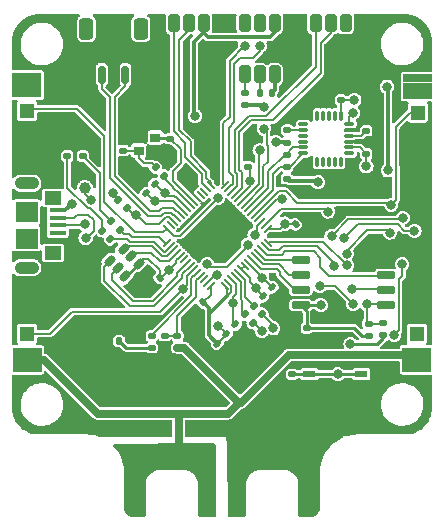
<source format=gbr>
%TF.GenerationSoftware,KiCad,Pcbnew,6.0.11-2627ca5db0~126~ubuntu22.04.1*%
%TF.CreationDate,2023-03-08T23:59:16+01:00*%
%TF.ProjectId,asac-fc-rev-a,61736163-2d66-4632-9d72-65762d612e6b,A*%
%TF.SameCoordinates,Original*%
%TF.FileFunction,Copper,L1,Top*%
%TF.FilePolarity,Positive*%
%FSLAX46Y46*%
G04 Gerber Fmt 4.6, Leading zero omitted, Abs format (unit mm)*
G04 Created by KiCad (PCBNEW 6.0.11-2627ca5db0~126~ubuntu22.04.1) date 2023-03-08 23:59:16*
%MOMM*%
%LPD*%
G01*
G04 APERTURE LIST*
G04 Aperture macros list*
%AMRoundRect*
0 Rectangle with rounded corners*
0 $1 Rounding radius*
0 $2 $3 $4 $5 $6 $7 $8 $9 X,Y pos of 4 corners*
0 Add a 4 corners polygon primitive as box body*
4,1,4,$2,$3,$4,$5,$6,$7,$8,$9,$2,$3,0*
0 Add four circle primitives for the rounded corners*
1,1,$1+$1,$2,$3*
1,1,$1+$1,$4,$5*
1,1,$1+$1,$6,$7*
1,1,$1+$1,$8,$9*
0 Add four rect primitives between the rounded corners*
20,1,$1+$1,$2,$3,$4,$5,0*
20,1,$1+$1,$4,$5,$6,$7,0*
20,1,$1+$1,$6,$7,$8,$9,0*
20,1,$1+$1,$8,$9,$2,$3,0*%
%AMRotRect*
0 Rectangle, with rotation*
0 The origin of the aperture is its center*
0 $1 length*
0 $2 width*
0 $3 Rotation angle, in degrees counterclockwise*
0 Add horizontal line*
21,1,$1,$2,0,0,$3*%
G04 Aperture macros list end*
%TA.AperFunction,SMDPad,CuDef*%
%ADD10RoundRect,0.147500X-0.172500X0.147500X-0.172500X-0.147500X0.172500X-0.147500X0.172500X0.147500X0*%
%TD*%
%TA.AperFunction,SMDPad,CuDef*%
%ADD11RoundRect,0.147500X-0.147500X-0.172500X0.147500X-0.172500X0.147500X0.172500X-0.147500X0.172500X0*%
%TD*%
%TA.AperFunction,SMDPad,CuDef*%
%ADD12R,1.400000X0.400000*%
%TD*%
%TA.AperFunction,SMDPad,CuDef*%
%ADD13R,1.900000X1.750000*%
%TD*%
%TA.AperFunction,ComponentPad*%
%ADD14O,2.100000X1.050000*%
%TD*%
%TA.AperFunction,SMDPad,CuDef*%
%ADD15R,1.450000X1.150000*%
%TD*%
%TA.AperFunction,SMDPad,CuDef*%
%ADD16C,1.000000*%
%TD*%
%TA.AperFunction,SMDPad,CuDef*%
%ADD17RoundRect,0.135000X0.185000X-0.135000X0.185000X0.135000X-0.185000X0.135000X-0.185000X-0.135000X0*%
%TD*%
%TA.AperFunction,SMDPad,CuDef*%
%ADD18RoundRect,0.135000X0.135000X0.185000X-0.135000X0.185000X-0.135000X-0.185000X0.135000X-0.185000X0*%
%TD*%
%TA.AperFunction,SMDPad,CuDef*%
%ADD19RoundRect,0.250000X0.350000X0.650000X-0.350000X0.650000X-0.350000X-0.650000X0.350000X-0.650000X0*%
%TD*%
%TA.AperFunction,SMDPad,CuDef*%
%ADD20RoundRect,0.150000X0.150000X0.625000X-0.150000X0.625000X-0.150000X-0.625000X0.150000X-0.625000X0*%
%TD*%
%TA.AperFunction,SMDPad,CuDef*%
%ADD21RoundRect,0.150000X0.650000X0.150000X-0.650000X0.150000X-0.650000X-0.150000X0.650000X-0.150000X0*%
%TD*%
%TA.AperFunction,SMDPad,CuDef*%
%ADD22RoundRect,0.140000X0.170000X-0.140000X0.170000X0.140000X-0.170000X0.140000X-0.170000X-0.140000X0*%
%TD*%
%TA.AperFunction,SMDPad,CuDef*%
%ADD23RoundRect,0.140000X-0.021213X0.219203X-0.219203X0.021213X0.021213X-0.219203X0.219203X-0.021213X0*%
%TD*%
%TA.AperFunction,SMDPad,CuDef*%
%ADD24RoundRect,0.075000X0.075000X-0.350000X0.075000X0.350000X-0.075000X0.350000X-0.075000X-0.350000X0*%
%TD*%
%TA.AperFunction,SMDPad,CuDef*%
%ADD25RoundRect,0.075000X0.350000X0.075000X-0.350000X0.075000X-0.350000X-0.075000X0.350000X-0.075000X0*%
%TD*%
%TA.AperFunction,ComponentPad*%
%ADD26R,0.850000X0.700000*%
%TD*%
%TA.AperFunction,ComponentPad*%
%ADD27R,1.270000X1.270000*%
%TD*%
%TA.AperFunction,SMDPad,CuDef*%
%ADD28RoundRect,0.140000X-0.219203X-0.021213X-0.021213X-0.219203X0.219203X0.021213X0.021213X0.219203X0*%
%TD*%
%TA.AperFunction,SMDPad,CuDef*%
%ADD29RoundRect,0.135000X-0.226274X-0.035355X-0.035355X-0.226274X0.226274X0.035355X0.035355X0.226274X0*%
%TD*%
%TA.AperFunction,SMDPad,CuDef*%
%ADD30RoundRect,0.140000X0.219203X0.021213X0.021213X0.219203X-0.219203X-0.021213X-0.021213X-0.219203X0*%
%TD*%
%TA.AperFunction,ComponentPad*%
%ADD31RoundRect,0.250000X0.250000X-0.500000X0.250000X0.500000X-0.250000X0.500000X-0.250000X-0.500000X0*%
%TD*%
%TA.AperFunction,SMDPad,CuDef*%
%ADD32R,1.117600X0.609600*%
%TD*%
%TA.AperFunction,SMDPad,CuDef*%
%ADD33RoundRect,0.135000X-0.185000X0.135000X-0.185000X-0.135000X0.185000X-0.135000X0.185000X0.135000X0*%
%TD*%
%TA.AperFunction,SMDPad,CuDef*%
%ADD34RoundRect,0.135000X0.226274X0.035355X0.035355X0.226274X-0.226274X-0.035355X-0.035355X-0.226274X0*%
%TD*%
%TA.AperFunction,SMDPad,CuDef*%
%ADD35R,0.900000X0.800000*%
%TD*%
%TA.AperFunction,SMDPad,CuDef*%
%ADD36RotRect,3.200000X3.200000X225.000000*%
%TD*%
%TA.AperFunction,SMDPad,CuDef*%
%ADD37RoundRect,0.050000X-0.238649X0.309359X-0.309359X0.238649X0.238649X-0.309359X0.309359X-0.238649X0*%
%TD*%
%TA.AperFunction,SMDPad,CuDef*%
%ADD38RoundRect,0.050000X0.238649X0.309359X-0.309359X-0.238649X-0.238649X-0.309359X0.309359X0.238649X0*%
%TD*%
%TA.AperFunction,SMDPad,CuDef*%
%ADD39RoundRect,0.175000X-0.106066X-0.353553X0.353553X0.106066X0.106066X0.353553X-0.353553X-0.106066X0*%
%TD*%
%TA.AperFunction,SMDPad,CuDef*%
%ADD40RoundRect,0.140000X-0.170000X0.140000X-0.170000X-0.140000X0.170000X-0.140000X0.170000X0.140000X0*%
%TD*%
%TA.AperFunction,SMDPad,CuDef*%
%ADD41RoundRect,0.140000X0.021213X-0.219203X0.219203X-0.021213X-0.021213X0.219203X-0.219203X0.021213X0*%
%TD*%
%TA.AperFunction,ViaPad*%
%ADD42C,0.800000*%
%TD*%
%TA.AperFunction,Conductor*%
%ADD43C,0.200000*%
%TD*%
%TA.AperFunction,Conductor*%
%ADD44C,0.304800*%
%TD*%
%TA.AperFunction,Conductor*%
%ADD45C,0.635000*%
%TD*%
%TA.AperFunction,Conductor*%
%ADD46C,0.254000*%
%TD*%
%TA.AperFunction,Conductor*%
%ADD47C,0.203200*%
%TD*%
G04 APERTURE END LIST*
D10*
%TO.P,D3,2,A*%
%TO.N,Net-(D3-Pad2)*%
X110960000Y-111805000D03*
%TO.P,D3,1,K*%
%TO.N,GND*%
X110960000Y-110835000D03*
%TD*%
D11*
%TO.P,D2,2,A*%
%TO.N,Net-(D2-Pad2)*%
X115365000Y-127460000D03*
%TO.P,D2,1,K*%
%TO.N,GND*%
X114395000Y-127460000D03*
%TD*%
D10*
%TO.P,D1,2,A*%
%TO.N,Net-(D1-Pad2)*%
X112300000Y-111805000D03*
%TO.P,D1,1,K*%
%TO.N,GND*%
X112300000Y-110835000D03*
%TD*%
D12*
%TO.P,J3,5,GND*%
%TO.N,GND*%
X110187500Y-118975000D03*
%TO.P,J3,4,ID*%
%TO.N,unconnected-(J3-Pad4)*%
X110187500Y-118325000D03*
%TO.P,J3,3,D+*%
%TO.N,/USB+*%
X110187500Y-117675000D03*
%TO.P,J3,2,D-*%
%TO.N,/USB-*%
X110187500Y-117025000D03*
%TO.P,J3,1,VBUS*%
%TO.N,/VBUS*%
X110187500Y-116375000D03*
D13*
%TO.P,J3,*%
%TO.N,*%
X107537500Y-116550000D03*
D14*
X107537500Y-121250000D03*
D15*
X109767500Y-119995000D03*
D14*
X107537500Y-114100000D03*
D13*
X107537500Y-118800000D03*
D15*
X109767500Y-115355000D03*
%TD*%
D16*
%TO.P,J7,2,Pin_2*%
%TO.N,GND*%
X112482000Y-113230000D03*
%TO.P,J7,1,Pin_1*%
%TO.N,/~{RESET}*%
X112482000Y-114530000D03*
%TD*%
D17*
%TO.P,R16,1*%
%TO.N,+3.3V*%
X126000000Y-107450000D03*
%TO.P,R16,2*%
%TO.N,/SCL1*%
X126000000Y-106430000D03*
%TD*%
D18*
%TO.P,R15,1*%
%TO.N,+3.3V*%
X128290000Y-106490000D03*
%TO.P,R15,2*%
%TO.N,/SDA1*%
X127270000Y-106490000D03*
%TD*%
D19*
%TO.P,J14,MP*%
%TO.N,N/C*%
X117200000Y-101025000D03*
X112600000Y-101025000D03*
D20*
%TO.P,J14,3,Pin_3*%
%TO.N,/SWD*%
X113900000Y-104900000D03*
%TO.P,J14,2,Pin_2*%
%TO.N,GND*%
X114900000Y-104900000D03*
%TO.P,J14,1,Pin_1*%
%TO.N,/SWCLK*%
X115900000Y-104900000D03*
%TD*%
D21*
%TO.P,U3,1,~{CS}*%
%TO.N,/QSPI_SS*%
X137950000Y-124405000D03*
%TO.P,U3,2,DO(IO1)*%
%TO.N,/QSPI_SD1*%
X137950000Y-123135000D03*
%TO.P,U3,3,IO2*%
%TO.N,/QSPI_SD2*%
X137950000Y-121865000D03*
%TO.P,U3,4,GND*%
%TO.N,GND*%
X137950000Y-120595000D03*
%TO.P,U3,5,DI(IO0)*%
%TO.N,/QSPI_SD0*%
X130750000Y-120595000D03*
%TO.P,U3,6,CLK*%
%TO.N,/QSPI_CLK*%
X130750000Y-121865000D03*
%TO.P,U3,7,IO3*%
%TO.N,/QSPI_SD3*%
X130750000Y-123135000D03*
%TO.P,U3,8,VCC*%
%TO.N,+3.3V*%
X130750000Y-124405000D03*
%TD*%
D22*
%TO.P,C2,1*%
%TO.N,Net-(C2-Pad1)*%
X115730000Y-111330000D03*
%TO.P,C2,2*%
%TO.N,GND*%
X115730000Y-110370000D03*
%TD*%
D23*
%TO.P,C13,1*%
%TO.N,+3.3V*%
X122479411Y-124190589D03*
%TO.P,C13,2*%
%TO.N,GND*%
X121800589Y-124869411D03*
%TD*%
D24*
%TO.P,U1,1,CLKIN*%
%TO.N,GND*%
X131650000Y-112275000D03*
%TO.P,U1,2,NC*%
%TO.N,unconnected-(U1-Pad2)*%
X132150000Y-112275000D03*
%TO.P,U1,3,NC*%
%TO.N,unconnected-(U1-Pad3)*%
X132650000Y-112275000D03*
%TO.P,U1,4,NC*%
%TO.N,unconnected-(U1-Pad4)*%
X133150000Y-112275000D03*
%TO.P,U1,5,NC*%
%TO.N,unconnected-(U1-Pad5)*%
X133650000Y-112275000D03*
%TO.P,U1,6,AUX_SDA*%
%TO.N,unconnected-(U1-Pad6)*%
X134150000Y-112275000D03*
D25*
%TO.P,U1,7,AUX_SCL*%
%TO.N,unconnected-(U1-Pad7)*%
X134850000Y-111575000D03*
%TO.P,U1,8,VDDIO*%
%TO.N,+3.3V*%
X134850000Y-111075000D03*
%TO.P,U1,9,AD0*%
%TO.N,GND*%
X134850000Y-110575000D03*
%TO.P,U1,10,REGOUT*%
%TO.N,Net-(C5-Pad1)*%
X134850000Y-110075000D03*
%TO.P,U1,11,FSYNC*%
%TO.N,GND*%
X134850000Y-109575000D03*
%TO.P,U1,12,INT*%
%TO.N,/IMU_INTERRUPT*%
X134850000Y-109075000D03*
D24*
%TO.P,U1,13,VDD*%
%TO.N,+3.3V*%
X134150000Y-108375000D03*
%TO.P,U1,14,NC*%
%TO.N,unconnected-(U1-Pad14)*%
X133650000Y-108375000D03*
%TO.P,U1,15,NC*%
%TO.N,unconnected-(U1-Pad15)*%
X133150000Y-108375000D03*
%TO.P,U1,16,NC*%
%TO.N,unconnected-(U1-Pad16)*%
X132650000Y-108375000D03*
%TO.P,U1,17,NC*%
%TO.N,unconnected-(U1-Pad17)*%
X132150000Y-108375000D03*
%TO.P,U1,18,GND*%
%TO.N,GND*%
X131650000Y-108375000D03*
D25*
%TO.P,U1,19,NC*%
%TO.N,unconnected-(U1-Pad19)*%
X130950000Y-109075000D03*
%TO.P,U1,20,CPOUT*%
%TO.N,Net-(C6-Pad1)*%
X130950000Y-109575000D03*
%TO.P,U1,21,NC*%
%TO.N,unconnected-(U1-Pad21)*%
X130950000Y-110075000D03*
%TO.P,U1,22,NC*%
%TO.N,unconnected-(U1-Pad22)*%
X130950000Y-110575000D03*
%TO.P,U1,23,SCL*%
%TO.N,/SCL0*%
X130950000Y-111075000D03*
%TO.P,U1,24,SDA*%
%TO.N,/SDA0*%
X130950000Y-111575000D03*
%TD*%
D22*
%TO.P,C5,1*%
%TO.N,Net-(C5-Pad1)*%
X136300000Y-109655000D03*
%TO.P,C5,2*%
%TO.N,GND*%
X136300000Y-108695000D03*
%TD*%
D26*
%TO.P,J4,3,Pin_3*%
%TO.N,GND*%
X141375000Y-125350000D03*
X139775000Y-125350000D03*
X141375000Y-124650000D03*
X140575000Y-124650000D03*
X139775000Y-124650000D03*
X140575000Y-125350000D03*
X141375000Y-123950000D03*
X140575000Y-123950000D03*
X139775000Y-123950000D03*
D27*
%TO.P,J4,2,Pin_2*%
%TO.N,/M2*%
X140575000Y-126850000D03*
D26*
%TO.P,J4,1,Pin_1*%
%TO.N,/VBAT*%
X139775000Y-128350000D03*
X140575000Y-129750000D03*
X140575000Y-128350000D03*
X140575000Y-129050000D03*
X141375000Y-129750000D03*
X141375000Y-128350000D03*
X139775000Y-129050000D03*
X139775000Y-129750000D03*
X141375000Y-129050000D03*
%TD*%
D28*
%TO.P,C18,1*%
%TO.N,+1V1*%
X128310589Y-122900589D03*
%TO.P,C18,2*%
%TO.N,GND*%
X128989411Y-123579411D03*
%TD*%
D26*
%TO.P,J9,3,Pin_3*%
%TO.N,GND*%
X106749600Y-109477800D03*
X108349600Y-109477800D03*
X106749600Y-110177800D03*
X107549600Y-110177800D03*
X108349600Y-110177800D03*
X107549600Y-109477800D03*
X106749600Y-110877800D03*
X107549600Y-110877800D03*
X108349600Y-110877800D03*
D27*
%TO.P,J9,2,Pin_2*%
%TO.N,/M4*%
X107549600Y-107977800D03*
D26*
%TO.P,J9,1,Pin_1*%
%TO.N,/VBAT*%
X108349600Y-106477800D03*
X107549600Y-105077800D03*
X107549600Y-106477800D03*
X107549600Y-105777800D03*
X106749600Y-105077800D03*
X106749600Y-106477800D03*
X108349600Y-105777800D03*
X108349600Y-105077800D03*
X106749600Y-105777800D03*
%TD*%
D17*
%TO.P,R8,1*%
%TO.N,Net-(D2-Pad2)*%
X118140000Y-128030000D03*
%TO.P,R8,2*%
%TO.N,/LED_RED*%
X118140000Y-127010000D03*
%TD*%
D29*
%TO.P,R9,2*%
%TO.N,/LED_GREEN*%
X114630000Y-118850000D03*
%TO.P,R9,1*%
%TO.N,Net-(D3-Pad2)*%
X113908752Y-118128752D03*
%TD*%
D28*
%TO.P,C14,1*%
%TO.N,+3.3V*%
X123670589Y-127680589D03*
%TO.P,C14,2*%
%TO.N,GND*%
X124349411Y-128359411D03*
%TD*%
D30*
%TO.P,C12,1*%
%TO.N,+3.3V*%
X118369411Y-114179411D03*
%TO.P,C12,2*%
%TO.N,GND*%
X117690589Y-113500589D03*
%TD*%
%TO.P,C16,1*%
%TO.N,+1V1*%
X117639411Y-114969411D03*
%TO.P,C16,2*%
%TO.N,GND*%
X116960589Y-114290589D03*
%TD*%
D31*
%TO.P,J10,1,Pin_1*%
%TO.N,/BUZZER*%
X126000000Y-100550000D03*
%TO.P,J10,2,Pin_2*%
%TO.N,/LED*%
X127270000Y-100550000D03*
%TO.P,J10,3,Pin_3*%
%TO.N,+5V*%
X128540000Y-100550000D03*
%TO.P,J10,4,Pin_4*%
%TO.N,GND*%
X129810000Y-100550000D03*
%TD*%
D32*
%TO.P,SW1,2,2*%
%TO.N,/~{USB_BOOT}*%
X135872100Y-130275001D03*
%TO.P,SW1,4,A*%
%TO.N,GND*%
X135872100Y-132424999D03*
%TO.P,SW1,3,K*%
X131477900Y-132424999D03*
%TO.P,SW1,1,1*%
%TO.N,/~{USB_BOOT}*%
X131477900Y-130275001D03*
%TD*%
D33*
%TO.P,R6,2*%
%TO.N,/SCL0*%
X129600000Y-111685000D03*
%TO.P,R6,1*%
%TO.N,+3.3V*%
X129600000Y-110665000D03*
%TD*%
D29*
%TO.P,R1,1*%
%TO.N,Net-(C2-Pad1)*%
X118459376Y-112759376D03*
%TO.P,R1,2*%
%TO.N,/XOUT*%
X119180624Y-113480624D03*
%TD*%
D22*
%TO.P,C6,1*%
%TO.N,Net-(C6-Pad1)*%
X129600000Y-109605000D03*
%TO.P,C6,2*%
%TO.N,GND*%
X129600000Y-108645000D03*
%TD*%
D28*
%TO.P,C7,1*%
%TO.N,+3.3V*%
X124420589Y-126880589D03*
%TO.P,C7,2*%
%TO.N,GND*%
X125099411Y-127559411D03*
%TD*%
D29*
%TO.P,R4,1*%
%TO.N,+3.3V*%
X115309376Y-115499376D03*
%TO.P,R4,2*%
%TO.N,/~{RESET}*%
X116030624Y-116220624D03*
%TD*%
D17*
%TO.P,R5,1*%
%TO.N,+3.3V*%
X129570000Y-113730000D03*
%TO.P,R5,2*%
%TO.N,/SDA0*%
X129570000Y-112710000D03*
%TD*%
D23*
%TO.P,C9,1*%
%TO.N,+3.3V*%
X118799411Y-122100589D03*
%TO.P,C9,2*%
%TO.N,GND*%
X118120589Y-122779411D03*
%TD*%
D26*
%TO.P,J1,1,Pin_1*%
%TO.N,/VBAT*%
X139850000Y-105925000D03*
X141450000Y-105225000D03*
X141450000Y-105925000D03*
X139850000Y-106625000D03*
X139850000Y-105225000D03*
X140650000Y-105925000D03*
X140650000Y-106625000D03*
X140650000Y-105225000D03*
X141450000Y-106625000D03*
D27*
%TO.P,J1,2,Pin_2*%
%TO.N,/M1*%
X140650000Y-108125000D03*
D26*
%TO.P,J1,3,Pin_3*%
%TO.N,GND*%
X141450000Y-111025000D03*
X140650000Y-111025000D03*
X139850000Y-111025000D03*
X140650000Y-109625000D03*
X141450000Y-110325000D03*
X140650000Y-110325000D03*
X139850000Y-110325000D03*
X141450000Y-109625000D03*
X139850000Y-109625000D03*
%TD*%
D34*
%TO.P,R3,1*%
%TO.N,/USB-*%
X126710624Y-125920624D03*
%TO.P,R3,2*%
%TO.N,Net-(R3-Pad2)*%
X125989376Y-125199376D03*
%TD*%
D31*
%TO.P,J15,1,Pin_1*%
%TO.N,/SCL1*%
X126000000Y-104880000D03*
%TO.P,J15,2,Pin_2*%
%TO.N,/SDA1*%
X127270000Y-104880000D03*
%TO.P,J15,3,Pin_3*%
%TO.N,+3.3V*%
X128540000Y-104880000D03*
%TO.P,J15,4,Pin_4*%
%TO.N,GND*%
X129810000Y-104880000D03*
%TD*%
D17*
%TO.P,R12,1*%
%TO.N,/~{USB_BOOT}*%
X137730000Y-126980000D03*
%TO.P,R12,2*%
%TO.N,/QSPI_SS*%
X137730000Y-125960000D03*
%TD*%
D33*
%TO.P,R13,1*%
%TO.N,/QSPI_SS*%
X136480000Y-125980000D03*
%TO.P,R13,2*%
%TO.N,+3.3V*%
X136480000Y-127000000D03*
%TD*%
D35*
%TO.P,Y1,4,4*%
%TO.N,GND*%
X118420000Y-111330000D03*
%TO.P,Y1,3,3*%
%TO.N,Net-(C2-Pad1)*%
X117020000Y-111330000D03*
%TO.P,Y1,2,2*%
%TO.N,GND*%
X117020000Y-110230000D03*
%TO.P,Y1,1,1*%
%TO.N,/XIN*%
X118420000Y-110230000D03*
%TD*%
D36*
%TO.P,U2,57,GND*%
%TO.N,GND*%
X123703207Y-118526736D03*
D37*
%TO.P,U2,56,QSPI_SS*%
%TO.N,/QSPI_SS*%
X127972364Y-119118938D03*
%TO.P,U2,55,QSPI_SD1*%
%TO.N,/QSPI_SD1*%
X127689521Y-119401781D03*
%TO.P,U2,54,QSPI_SD2*%
%TO.N,/QSPI_SD2*%
X127406679Y-119684623D03*
%TO.P,U2,53,QSPI_SD0*%
%TO.N,/QSPI_SD0*%
X127123836Y-119967466D03*
%TO.P,U2,52,QSPI_SCLK*%
%TO.N,/QSPI_CLK*%
X126840993Y-120250309D03*
%TO.P,U2,51,QSPI_SD3*%
%TO.N,/QSPI_SD3*%
X126558151Y-120533151D03*
%TO.P,U2,50,DVDD*%
%TO.N,+1V1*%
X126275308Y-120815994D03*
%TO.P,U2,49,IOVDD*%
%TO.N,+3.3V*%
X125992465Y-121098837D03*
%TO.P,U2,48,USB_VDD*%
X125709622Y-121381680D03*
%TO.P,U2,47,USB_DP*%
%TO.N,Net-(R2-Pad2)*%
X125426780Y-121664522D03*
%TO.P,U2,46,USB_DM*%
%TO.N,Net-(R3-Pad2)*%
X125143937Y-121947365D03*
%TO.P,U2,45,VREG_VOUT*%
%TO.N,+1V1*%
X124861094Y-122230208D03*
%TO.P,U2,44,VREG_IN*%
%TO.N,+3.3V*%
X124578252Y-122513050D03*
%TO.P,U2,43,ADC_AVDD*%
X124295409Y-122795893D03*
D38*
%TO.P,U2,42,IOVDD*%
X123111005Y-122795893D03*
%TO.P,U2,41,GPIO29_ADC3*%
%TO.N,/RX_ESC*%
X122828162Y-122513050D03*
%TO.P,U2,40,GPIO28_ADC2*%
%TO.N,unconnected-(U2-Pad40)*%
X122545320Y-122230208D03*
%TO.P,U2,39,GPIO27_ADC1*%
%TO.N,/VBAT_ADC*%
X122262477Y-121947365D03*
%TO.P,U2,38,GPIO26_ADC0*%
%TO.N,/LED_RED*%
X121979634Y-121664522D03*
%TO.P,U2,37,GPIO25*%
%TO.N,/M3*%
X121696792Y-121381680D03*
%TO.P,U2,36,GPIO24*%
%TO.N,/GPIO24*%
X121413949Y-121098837D03*
%TO.P,U2,35,GPIO23*%
%TO.N,/GPIO23*%
X121131106Y-120815994D03*
%TO.P,U2,34,GPIO22*%
%TO.N,unconnected-(U2-Pad34)*%
X120848263Y-120533151D03*
%TO.P,U2,33,IOVDD*%
%TO.N,+3.3V*%
X120565421Y-120250309D03*
%TO.P,U2,32,GPIO21*%
%TO.N,/GPIO21*%
X120282578Y-119967466D03*
%TO.P,U2,31,GPIO20*%
%TO.N,/GPIO20*%
X119999735Y-119684623D03*
%TO.P,U2,30,GPIO19*%
%TO.N,/LED_GREEN*%
X119716893Y-119401781D03*
%TO.P,U2,29,GPIO18*%
%TO.N,/LED_BLUE*%
X119434050Y-119118938D03*
D37*
%TO.P,U2,28,GPIO17*%
%TO.N,/M4*%
X119434050Y-117934534D03*
%TO.P,U2,27,GPIO16*%
%TO.N,unconnected-(U2-Pad27)*%
X119716893Y-117651691D03*
%TO.P,U2,26,RUN*%
%TO.N,/~{RESET}*%
X119999735Y-117368849D03*
%TO.P,U2,25,SWD*%
%TO.N,/SWD*%
X120282578Y-117086006D03*
%TO.P,U2,24,SWCLK*%
%TO.N,/SWCLK*%
X120565421Y-116803163D03*
%TO.P,U2,23,DVDD*%
%TO.N,+1V1*%
X120848263Y-116520321D03*
%TO.P,U2,22,IOVDD*%
%TO.N,+3.3V*%
X121131106Y-116237478D03*
%TO.P,U2,21,XOUT*%
%TO.N,/XOUT*%
X121413949Y-115954635D03*
%TO.P,U2,20,XIN*%
%TO.N,/XIN*%
X121696792Y-115671792D03*
%TO.P,U2,19,TESTEN*%
%TO.N,GND*%
X121979634Y-115388950D03*
%TO.P,U2,18,GPIO15*%
%TO.N,unconnected-(U2-Pad18)*%
X122262477Y-115106107D03*
%TO.P,U2,17,GPIO14*%
%TO.N,unconnected-(U2-Pad17)*%
X122545320Y-114823264D03*
%TO.P,U2,16,GPIO13*%
%TO.N,/RX0*%
X122828162Y-114540422D03*
%TO.P,U2,15,GPIO12*%
%TO.N,/TX0*%
X123111005Y-114257579D03*
D38*
%TO.P,U2,14,GPIO11*%
%TO.N,/BUZZER*%
X124295409Y-114257579D03*
%TO.P,U2,13,GPIO10*%
%TO.N,/LED*%
X124578252Y-114540422D03*
%TO.P,U2,12,GPIO9*%
%TO.N,/RX1*%
X124861094Y-114823264D03*
%TO.P,U2,11,GPIO8*%
%TO.N,/TX1*%
X125143937Y-115106107D03*
%TO.P,U2,10,IOVDD*%
%TO.N,+3.3V*%
X125426780Y-115388950D03*
%TO.P,U2,9,GPIO7*%
%TO.N,/SCL1*%
X125709622Y-115671792D03*
%TO.P,U2,8,GPIO6*%
%TO.N,/SDA1*%
X125992465Y-115954635D03*
%TO.P,U2,7,GPIO5*%
%TO.N,/SCL0*%
X126275308Y-116237478D03*
%TO.P,U2,6,GPIO4*%
%TO.N,/SDA0*%
X126558151Y-116520321D03*
%TO.P,U2,5,GPIO3*%
%TO.N,/M1*%
X126840993Y-116803163D03*
%TO.P,U2,4,GPIO2*%
%TO.N,/IMU_INTERRUPT*%
X127123836Y-117086006D03*
%TO.P,U2,3,GPIO1*%
%TO.N,/CURR*%
X127406679Y-117368849D03*
%TO.P,U2,2,GPIO0*%
%TO.N,/M2*%
X127689521Y-117651691D03*
%TO.P,U2,1,IOVDD*%
%TO.N,+3.3V*%
X127972364Y-117934534D03*
%TD*%
D28*
%TO.P,C15,1*%
%TO.N,+1V1*%
X125200589Y-126060589D03*
%TO.P,C15,2*%
%TO.N,GND*%
X125879411Y-126739411D03*
%TD*%
D39*
%TO.P,J2,1,Pin_1*%
%TO.N,/GPIO24*%
X114602208Y-120677208D03*
%TO.P,J2,2,Pin_2*%
%TO.N,/GPIO23*%
X115238604Y-121313604D03*
%TO.P,J2,3,Pin_3*%
%TO.N,+3.3V*%
X115875000Y-121950000D03*
%TO.P,J2,4,Pin_4*%
%TO.N,GND*%
X116511396Y-122586396D03*
%TD*%
D17*
%TO.P,R10,1*%
%TO.N,/VBAT*%
X120300000Y-128030000D03*
%TO.P,R10,2*%
%TO.N,/VBAT_ADC*%
X120300000Y-127010000D03*
%TD*%
D31*
%TO.P,J8,1,Pin_1*%
%TO.N,/RX1*%
X132000000Y-100550000D03*
%TO.P,J8,2,Pin_2*%
%TO.N,/TX1*%
X133270000Y-100550000D03*
%TO.P,J8,3,Pin_3*%
%TO.N,+5V*%
X134540000Y-100550000D03*
%TO.P,J8,4,Pin_4*%
%TO.N,GND*%
X135810000Y-100550000D03*
%TD*%
D34*
%TO.P,R2,1*%
%TO.N,/USB+*%
X127470624Y-125180624D03*
%TO.P,R2,2*%
%TO.N,Net-(R2-Pad2)*%
X126749376Y-124459376D03*
%TD*%
D22*
%TO.P,C4,1*%
%TO.N,+3.3V*%
X134150000Y-107055000D03*
%TO.P,C4,2*%
%TO.N,GND*%
X134150000Y-106095000D03*
%TD*%
D33*
%TO.P,R11,1*%
%TO.N,/VBAT_ADC*%
X119220000Y-127010000D03*
%TO.P,R11,2*%
%TO.N,GND*%
X119220000Y-128030000D03*
%TD*%
D22*
%TO.P,C11,1*%
%TO.N,+3.3V*%
X126260000Y-112730000D03*
%TO.P,C11,2*%
%TO.N,GND*%
X126260000Y-111770000D03*
%TD*%
D28*
%TO.P,C8,1*%
%TO.N,+3.3V*%
X127530589Y-123660589D03*
%TO.P,C8,2*%
%TO.N,GND*%
X128209411Y-124339411D03*
%TD*%
D26*
%TO.P,J6,3,Pin_3*%
%TO.N,GND*%
X108374600Y-125350000D03*
X106774600Y-125350000D03*
X108374600Y-124650000D03*
X107574600Y-124650000D03*
X106774600Y-124650000D03*
X107574600Y-125350000D03*
X108374600Y-123950000D03*
X107574600Y-123950000D03*
X106774600Y-123950000D03*
D27*
%TO.P,J6,2,Pin_2*%
%TO.N,/M3*%
X107574600Y-126850000D03*
D26*
%TO.P,J6,1,Pin_1*%
%TO.N,/VBAT*%
X106774600Y-128350000D03*
X107574600Y-129750000D03*
X107574600Y-128350000D03*
X107574600Y-129050000D03*
X108374600Y-129750000D03*
X108374600Y-128350000D03*
X106774600Y-129050000D03*
X106774600Y-129750000D03*
X108374600Y-129050000D03*
%TD*%
D40*
%TO.P,C1,2*%
%TO.N,GND*%
X119710000Y-111290000D03*
%TO.P,C1,1*%
%TO.N,/XIN*%
X119710000Y-110330000D03*
%TD*%
D31*
%TO.P,J5,1,Pin_1*%
%TO.N,/RX0*%
X119995000Y-100550000D03*
%TO.P,J5,2,Pin_2*%
%TO.N,/TX0*%
X121265000Y-100550000D03*
%TO.P,J5,3,Pin_3*%
%TO.N,+5V*%
X122535000Y-100550000D03*
%TO.P,J5,4,Pin_4*%
%TO.N,GND*%
X123805000Y-100550000D03*
%TD*%
D40*
%TO.P,C17,1*%
%TO.N,+3.3V*%
X131240000Y-126360000D03*
%TO.P,C17,2*%
%TO.N,GND*%
X131240000Y-127320000D03*
%TD*%
D29*
%TO.P,R7,1*%
%TO.N,Net-(D1-Pad2)*%
X114679376Y-117309376D03*
%TO.P,R7,2*%
%TO.N,/LED_BLUE*%
X115400624Y-118030624D03*
%TD*%
D41*
%TO.P,C10,1*%
%TO.N,+3.3V*%
X130300589Y-117579411D03*
%TO.P,C10,2*%
%TO.N,GND*%
X130979411Y-116900589D03*
%TD*%
D39*
%TO.P,J12,1,Pin_1*%
%TO.N,/GPIO20*%
X115738604Y-119638604D03*
%TO.P,J12,2,Pin_2*%
%TO.N,/GPIO21*%
X116375000Y-120275000D03*
%TO.P,J12,3,Pin_3*%
%TO.N,+3.3V*%
X117011396Y-120911396D03*
%TO.P,J12,4,Pin_4*%
%TO.N,GND*%
X117647792Y-121547792D03*
%TD*%
D22*
%TO.P,C3,1*%
%TO.N,+3.3V*%
X136300000Y-111630000D03*
%TO.P,C3,2*%
%TO.N,GND*%
X136300000Y-110670000D03*
%TD*%
D40*
%TO.P,C19,1*%
%TO.N,/~{USB_BOOT}*%
X130000000Y-130270000D03*
%TO.P,C19,2*%
%TO.N,GND*%
X130000000Y-131230000D03*
%TD*%
D42*
%TO.N,/VBAT*%
X138110000Y-113010000D03*
X138045000Y-105925000D03*
%TO.N,GND*%
X112350000Y-120940000D03*
X140290000Y-119530000D03*
X131300000Y-141700000D03*
X131300000Y-139300000D03*
X131300000Y-140500000D03*
X131300000Y-136600000D03*
X130100000Y-137800000D03*
X131300000Y-137800000D03*
X130100000Y-136600000D03*
X128900000Y-137800000D03*
X128900000Y-136600000D03*
X127700000Y-136600000D03*
X127700000Y-137800000D03*
X126500000Y-136600000D03*
X126500000Y-137800000D03*
X125300000Y-137800000D03*
X125300000Y-136600000D03*
X125400000Y-139300000D03*
X125400000Y-140500000D03*
X125400000Y-141700000D03*
%TO.N,/VBAT*%
X116200000Y-137800000D03*
X116700000Y-139000000D03*
X116700000Y-140300000D03*
X116700000Y-141500000D03*
X116200000Y-136600000D03*
X117500000Y-136600000D03*
X117500000Y-137800000D03*
X118800000Y-136600000D03*
X118800000Y-137800000D03*
X120100000Y-136600000D03*
X120100000Y-137800000D03*
X121500000Y-137800000D03*
X121500000Y-136600000D03*
X122800000Y-136600000D03*
X122800000Y-137800000D03*
X122800000Y-139100000D03*
X122800000Y-140400000D03*
X122800000Y-141600000D03*
%TO.N,GND*%
X122900000Y-134900000D03*
X124000000Y-134900000D03*
X126290000Y-134900000D03*
X125100000Y-134900000D03*
X113390000Y-110890000D03*
%TO.N,/SDA1*%
X127630000Y-109479500D03*
%TO.N,/SCL1*%
X127260500Y-111320541D03*
%TO.N,/CURR*%
X134380000Y-118780000D03*
%TO.N,/~{RESET}*%
X113025500Y-115520000D03*
X116753296Y-116796704D03*
%TO.N,/RX_ESC*%
X135180000Y-124330000D03*
X138660000Y-126950000D03*
X132360000Y-122800000D03*
X123690000Y-121860000D03*
%TO.N,/CURR*%
X126830000Y-118460000D03*
%TO.N,/RX_ESC*%
X139330000Y-120970000D03*
%TO.N,/CURR*%
X140374071Y-118123683D03*
%TO.N,GND*%
X125270000Y-116930000D03*
X126040000Y-117670000D03*
X124520000Y-116220000D03*
X123070000Y-128790000D03*
X123200000Y-111600000D03*
X123200000Y-110500000D03*
X123200000Y-109400000D03*
X123670000Y-106040000D03*
X117070000Y-126970000D03*
X108100000Y-122650000D03*
X107060000Y-122650000D03*
%TO.N,+3.3V*%
X123755353Y-126154647D03*
X127594287Y-107634287D03*
%TO.N,GND*%
X134700000Y-115000000D03*
X133600000Y-115000000D03*
X133600000Y-114000000D03*
X134700000Y-114000000D03*
X122610000Y-103810000D03*
X124800000Y-102491900D03*
X137000000Y-104700000D03*
X137000000Y-103500000D03*
X137000000Y-102400000D03*
X112330000Y-122990000D03*
X113070000Y-123820000D03*
X111200000Y-126700000D03*
X133200000Y-134900000D03*
X132000000Y-134900000D03*
X111500000Y-134900000D03*
X112700000Y-134900000D03*
X113900000Y-134900000D03*
X115100000Y-134900000D03*
%TO.N,/USB-*%
X127436868Y-126613078D03*
%TO.N,+1V1*%
X124990500Y-124270000D03*
%TO.N,GND*%
X129330000Y-124560000D03*
%TO.N,+1V1*%
X127487842Y-122105125D03*
X118370000Y-115640000D03*
%TO.N,+3.3V*%
X132430000Y-124420000D03*
X119590000Y-121430000D03*
X126949073Y-122946988D03*
%TO.N,/M4*%
X133350000Y-118574500D03*
X139380398Y-117027140D03*
%TO.N,/M3*%
X138308803Y-118272600D03*
X134644487Y-120050963D03*
X126250000Y-119300000D03*
X122815250Y-120944750D03*
%TO.N,/M4*%
X123710000Y-115360000D03*
%TO.N,/M3*%
X120780000Y-123050000D03*
%TO.N,/M1*%
X138410000Y-115920000D03*
%TO.N,+5V*%
X121795406Y-108395406D03*
%TO.N,+3.3V*%
X129390024Y-117520730D03*
X135280000Y-107030000D03*
X136300000Y-112670000D03*
X132210000Y-114020000D03*
X126474500Y-113870000D03*
X128620000Y-110640000D03*
%TO.N,/BUZZER*%
X126000000Y-102491900D03*
%TO.N,+3.3V*%
X119280000Y-114940500D03*
X114830000Y-114910000D03*
%TO.N,/~{USB_BOOT}*%
X134950000Y-127720000D03*
X133884999Y-130275001D03*
%TO.N,/VBAT*%
X125503771Y-132666229D03*
%TO.N,/VBUS*%
X111335378Y-115844622D03*
%TO.N,GND*%
X129000000Y-131250000D03*
%TO.N,/M2*%
X133068614Y-116499500D03*
%TO.N,/USB-*%
X112530500Y-118723952D03*
%TO.N,/USB+*%
X128410000Y-126385000D03*
X112516500Y-117576500D03*
%TO.N,/QSPI_SS*%
X134675000Y-121050000D03*
X136361736Y-124331736D03*
%TO.N,/QSPI_SD1*%
X133547029Y-121093471D03*
X135091736Y-123061736D03*
%TO.N,/LED*%
X127270000Y-102491900D03*
%TO.N,/IMU_INTERRUPT*%
X129174502Y-115458897D03*
X135150000Y-108150000D03*
%TO.N,GND*%
X121120000Y-125575498D03*
X116180000Y-109140000D03*
X116155382Y-113654618D03*
X130925000Y-112575000D03*
X120909000Y-113340000D03*
X137325000Y-110650000D03*
X130750000Y-108249500D03*
X134100000Y-105100000D03*
X126107882Y-127482118D03*
X116901713Y-112838287D03*
X128896316Y-125391669D03*
X119710000Y-112280000D03*
X132140000Y-117175500D03*
X131648326Y-106948326D03*
X136830000Y-107570000D03*
X117260000Y-123275500D03*
X126239500Y-110730000D03*
%TD*%
D43*
%TO.N,/M1*%
X129464452Y-114758897D02*
X128885259Y-114758897D01*
X128885259Y-114758897D02*
X126840993Y-116803163D01*
X130445555Y-115740000D02*
X129464452Y-114758897D01*
X138790000Y-112700050D02*
X138790000Y-109310000D01*
X138790000Y-109310000D02*
X139975000Y-108125000D01*
X138810000Y-112720050D02*
X138790000Y-112700050D01*
X138810000Y-115520000D02*
X138810000Y-112720050D01*
X139975000Y-108125000D02*
X140650000Y-108125000D01*
X138410000Y-115920000D02*
X138810000Y-115520000D01*
X138230000Y-115740000D02*
X130445555Y-115740000D01*
X138410000Y-115920000D02*
X138230000Y-115740000D01*
D44*
%TO.N,/VBAT*%
X138110000Y-113010000D02*
X138110000Y-105990000D01*
X138110000Y-105990000D02*
X138045000Y-105925000D01*
D43*
%TO.N,/RX_ESC*%
X139330000Y-120970000D02*
X139330000Y-121959950D01*
X139330000Y-121959950D02*
X139050000Y-122239950D01*
X139050000Y-122239950D02*
X139050000Y-126560000D01*
X139050000Y-126560000D02*
X138660000Y-126950000D01*
%TO.N,/M4*%
X134784500Y-117140000D02*
X133350000Y-118574500D01*
X139380398Y-117027140D02*
X139267538Y-117140000D01*
X139267538Y-117140000D02*
X134784500Y-117140000D01*
%TO.N,/M3*%
X107574600Y-126850000D02*
X109500000Y-126850000D01*
X109500000Y-126850000D02*
X111375000Y-124975000D01*
X111375000Y-124975000D02*
X118855000Y-124975000D01*
X118855000Y-124975000D02*
X120780000Y-123050000D01*
D45*
%TO.N,/VBAT*%
X120400000Y-133600000D02*
X113540000Y-133600000D01*
X113540000Y-133600000D02*
X108990000Y-129050000D01*
X108990000Y-129050000D02*
X108374600Y-129050000D01*
D43*
%TO.N,/TX1*%
X133270000Y-100550000D02*
X133270000Y-101370000D01*
X133270000Y-101370000D02*
X132420000Y-102220000D01*
X132420000Y-102220000D02*
X132420000Y-104769216D01*
X132420000Y-104769216D02*
X128409216Y-108780000D01*
X125539500Y-109760500D02*
X125539500Y-112941754D01*
X125539500Y-112941754D02*
X125775000Y-113177254D01*
X128409216Y-108780000D02*
X126520000Y-108780000D01*
X125775000Y-113177254D02*
X125774999Y-114475046D01*
X125774999Y-114475046D02*
X125143937Y-115106107D01*
X126520000Y-108780000D02*
X125539500Y-109760500D01*
%TO.N,/RX1*%
X124861094Y-114823264D02*
X125374999Y-114309361D01*
X125374999Y-114309361D02*
X125375000Y-113342940D01*
X125375000Y-113342940D02*
X125140000Y-113107940D01*
X125140000Y-113107940D02*
X125140000Y-109560000D01*
X125140000Y-109560000D02*
X126320000Y-108380000D01*
X126320000Y-108380000D02*
X127837817Y-108380000D01*
X127837817Y-108380000D02*
X132000000Y-104217817D01*
X132000000Y-104217817D02*
X132000000Y-100550000D01*
%TO.N,/M3*%
X124510000Y-121160000D02*
X126250000Y-119420000D01*
X126250000Y-119420000D02*
X126250000Y-119300000D01*
X122815250Y-120944750D02*
X123030500Y-121160000D01*
X123030500Y-121160000D02*
X124510000Y-121160000D01*
%TO.N,/M4*%
X119434050Y-117934534D02*
X119434050Y-117954050D01*
X119434050Y-117954050D02*
X120020000Y-118540000D01*
X120020000Y-118540000D02*
X120530000Y-118540000D01*
X120530000Y-118540000D02*
X123710000Y-115360000D01*
D46*
%TO.N,+3.3V*%
X136480000Y-127000000D02*
X135920000Y-127000000D01*
X135920000Y-127000000D02*
X135280000Y-126360000D01*
X135280000Y-126360000D02*
X131240000Y-126360000D01*
X131240000Y-126360000D02*
X131240000Y-124895000D01*
D44*
%TO.N,GND*%
X130824647Y-127320000D02*
X128896316Y-125391669D01*
D46*
%TO.N,+3.3V*%
X131240000Y-124895000D02*
X130750000Y-124405000D01*
D44*
%TO.N,GND*%
X131240000Y-127320000D02*
X130824647Y-127320000D01*
D43*
%TO.N,/CURR*%
X138943100Y-117573100D02*
X135586900Y-117573100D01*
X140374071Y-118123683D02*
X139493683Y-118123683D01*
X139493683Y-118123683D02*
X138943100Y-117573100D01*
X135586900Y-117573100D02*
X134380000Y-118780000D01*
%TO.N,Net-(R3-Pad2)*%
X125143937Y-121947365D02*
X125653207Y-122456635D01*
X125653207Y-122456635D02*
X125653207Y-123928893D01*
X125653207Y-123928893D02*
X125770000Y-124045686D01*
X125770000Y-124045686D02*
X125770000Y-124980000D01*
X125770000Y-124980000D02*
X125989376Y-125199376D01*
%TO.N,+3.3V*%
X123670589Y-127680589D02*
X124420589Y-126930589D01*
X124420589Y-126930589D02*
X124420589Y-126880589D01*
D44*
X123670589Y-127680589D02*
X122980000Y-126990000D01*
X122980000Y-126990000D02*
X122980000Y-125380000D01*
D43*
X123755353Y-126154647D02*
X124420589Y-126819883D01*
X124420589Y-126819883D02*
X124420589Y-126880589D01*
%TO.N,+1V1*%
X124990500Y-124270000D02*
X124990500Y-125850500D01*
X124990500Y-125850500D02*
X125200589Y-126060589D01*
%TO.N,/M3*%
X138308803Y-118272600D02*
X138136203Y-118100000D01*
X138136203Y-118100000D02*
X136380000Y-118100000D01*
X136380000Y-118100000D02*
X134644487Y-119835513D01*
X134644487Y-119835513D02*
X134644487Y-120050963D01*
%TO.N,/TX0*%
X123111005Y-114257579D02*
X123111005Y-114031005D01*
X123111005Y-114031005D02*
X122760000Y-113680000D01*
X122760000Y-113114314D02*
X121440000Y-111794314D01*
X122760000Y-113680000D02*
X122760000Y-113114314D01*
X121440000Y-111794314D02*
X121440000Y-110562060D01*
X121440000Y-110562060D02*
X120472817Y-109594877D01*
X120472817Y-109594877D02*
X120472817Y-101957183D01*
X120472817Y-101957183D02*
X121265000Y-101165000D01*
X121265000Y-101165000D02*
X121265000Y-100550000D01*
%TO.N,/RX0*%
X122360000Y-114070000D02*
X122360000Y-113280000D01*
X122360000Y-113280000D02*
X120980000Y-111900000D01*
X119995000Y-109682746D02*
X119995000Y-100550000D01*
X120980000Y-111900000D02*
X120980000Y-110667746D01*
X120980000Y-110667746D02*
X119995000Y-109682746D01*
%TO.N,/LED*%
X127270000Y-102491900D02*
X127270000Y-102930000D01*
X127270000Y-102930000D02*
X126710000Y-103490000D01*
X124650000Y-109404314D02*
X124650000Y-113183626D01*
X126710000Y-103490000D02*
X125610000Y-103490000D01*
X124650000Y-113183626D02*
X124975000Y-113508626D01*
X125610000Y-103490000D02*
X125120000Y-103980000D01*
X124975000Y-113508626D02*
X124975000Y-114143674D01*
X125120000Y-103980000D02*
X125120000Y-108934314D01*
X125120000Y-108934314D02*
X124650000Y-109404314D01*
X124975000Y-114143674D02*
X124578252Y-114540422D01*
%TO.N,/SCL1*%
X127260500Y-111320541D02*
X127170000Y-111411041D01*
X127170000Y-113575550D02*
X127174500Y-113580050D01*
X127170000Y-111411041D02*
X127170000Y-113575550D01*
X127174500Y-113580050D02*
X127174500Y-114206914D01*
X127174500Y-114206914D02*
X125709622Y-115671792D01*
%TO.N,/SDA1*%
X127630000Y-109479500D02*
X127870000Y-109719500D01*
X127870000Y-109719500D02*
X127870000Y-110879950D01*
X127870000Y-110879950D02*
X127960000Y-110969950D01*
X127960000Y-110969950D02*
X127960000Y-112280000D01*
X127960000Y-112280000D02*
X127570000Y-112670000D01*
X127574500Y-113414365D02*
X127574500Y-114372600D01*
X127570000Y-112670000D02*
X127570000Y-113409865D01*
X127570000Y-113409865D02*
X127574500Y-113414365D01*
X127574500Y-114372600D02*
X125992465Y-115954635D01*
%TO.N,/SCL0*%
X126275308Y-116237478D02*
X127974500Y-114538285D01*
X127974500Y-114538285D02*
X127974500Y-113248680D01*
X127974500Y-113248680D02*
X127970000Y-113244180D01*
X127970000Y-113244180D02*
X127970000Y-113104314D01*
X127970000Y-113104314D02*
X129389314Y-111685000D01*
X129389314Y-111685000D02*
X129515183Y-111685000D01*
X129515183Y-111685000D02*
X130125183Y-111075000D01*
X130125183Y-111075000D02*
X130950000Y-111075000D01*
%TO.N,/SDA0*%
X126558151Y-116520321D02*
X128374500Y-114703970D01*
X128374500Y-114703970D02*
X128374500Y-113325500D01*
X128374500Y-113325500D02*
X128990000Y-112710000D01*
X128990000Y-112710000D02*
X129570000Y-112710000D01*
%TO.N,GND*%
X136300000Y-110670000D02*
X136155000Y-110525000D01*
X136155000Y-110525000D02*
X134900000Y-110525000D01*
D46*
X116155382Y-113654618D02*
X116324618Y-113654618D01*
X116324618Y-113654618D02*
X116960589Y-114290589D01*
X116901713Y-112838287D02*
X117028287Y-112838287D01*
X117028287Y-112838287D02*
X117690589Y-113500589D01*
D43*
%TO.N,Net-(C2-Pad1)*%
X118459376Y-112759376D02*
X118120000Y-112420000D01*
X118120000Y-112420000D02*
X117472670Y-112420000D01*
X117472670Y-112420000D02*
X117020000Y-111967330D01*
X117020000Y-111967330D02*
X117020000Y-111330000D01*
%TO.N,/SWCLK*%
X120565421Y-116803163D02*
X119954588Y-116192332D01*
X119954588Y-116192332D02*
X119001898Y-116192332D01*
X119001898Y-116192332D02*
X118724230Y-116470000D01*
X117981521Y-116470000D02*
X114975000Y-113463479D01*
X118724230Y-116470000D02*
X117981521Y-116470000D01*
X114975000Y-106815000D02*
X115900000Y-105890000D01*
X114975000Y-113463479D02*
X114975000Y-106815000D01*
X115900000Y-105890000D02*
X115900000Y-104900000D01*
%TO.N,/USB+*%
X112516500Y-117576500D02*
X112418000Y-117675000D01*
X112418000Y-117675000D02*
X110187500Y-117675000D01*
%TO.N,/USB-*%
X112540542Y-118723952D02*
X112646048Y-118723952D01*
X113230000Y-118140000D02*
X113230000Y-117230000D01*
X112646048Y-118723952D02*
X113230000Y-118140000D01*
X112770000Y-116770000D02*
X111760000Y-116770000D01*
X113230000Y-117230000D02*
X112770000Y-116770000D01*
X111760000Y-116770000D02*
X111505000Y-117025000D01*
X111505000Y-117025000D02*
X110187500Y-117025000D01*
%TO.N,Net-(D3-Pad2)*%
X110960000Y-111805000D02*
X110990000Y-111835000D01*
X110990000Y-111835000D02*
X110990000Y-114474450D01*
X110990000Y-114474450D02*
X112735550Y-116220000D01*
X112735550Y-116220000D02*
X112920000Y-116220000D01*
X112920000Y-116220000D02*
X113908752Y-117208752D01*
X113908752Y-117208752D02*
X113908752Y-118128752D01*
%TO.N,Net-(D1-Pad2)*%
X114679376Y-117309376D02*
X113725000Y-116355000D01*
X113725000Y-116355000D02*
X113725000Y-113230000D01*
X113725000Y-113230000D02*
X112300000Y-111805000D01*
%TO.N,/LED_BLUE*%
X119434050Y-119118938D02*
X119243938Y-119118938D01*
X118771447Y-118646447D02*
X116443504Y-118646447D01*
X119243938Y-119118938D02*
X118771447Y-118646447D01*
X116443504Y-118646447D02*
X116207107Y-118410051D01*
X116207107Y-118410051D02*
X115780051Y-118410051D01*
X115780051Y-118410051D02*
X115400624Y-118030624D01*
%TO.N,/GPIO21*%
X116375000Y-120275000D02*
X116680000Y-119970000D01*
X116680000Y-119970000D02*
X118088628Y-119970000D01*
X118088628Y-119970000D02*
X118818628Y-120700000D01*
X118818628Y-120700000D02*
X119550042Y-120700000D01*
X119550042Y-120700000D02*
X120282578Y-119967466D01*
%TO.N,/GPIO23*%
X115238604Y-121313604D02*
X114780000Y-121772208D01*
X114780000Y-121772208D02*
X114780000Y-122330000D01*
X114780000Y-122330000D02*
X116530000Y-124080000D01*
X116530000Y-124080000D02*
X118194314Y-124080000D01*
X118194314Y-124080000D02*
X120285960Y-121988354D01*
X120285960Y-121988354D02*
X120285960Y-121661143D01*
X120285960Y-121661143D02*
X121131106Y-120815994D01*
%TO.N,/QSPI_SD2*%
X127406679Y-119684623D02*
X127900354Y-120178297D01*
X127900354Y-120178297D02*
X129126646Y-120178297D01*
X137865000Y-121950000D02*
X137950000Y-121865000D01*
X129126646Y-120178297D02*
X129444943Y-119860000D01*
X129444943Y-119860000D02*
X131824314Y-119860000D01*
X131824314Y-119860000D02*
X132400000Y-120435686D01*
X132400000Y-120435686D02*
X132400000Y-121200000D01*
X132400000Y-121200000D02*
X133150000Y-121950000D01*
X133150000Y-121950000D02*
X137865000Y-121950000D01*
%TO.N,/QSPI_SD1*%
X133547029Y-121093471D02*
X133547029Y-120847029D01*
X129220000Y-119440000D02*
X128881703Y-119778297D01*
X133547029Y-120847029D02*
X132140000Y-119440000D01*
X132140000Y-119440000D02*
X129220000Y-119440000D01*
X128881703Y-119778297D02*
X128066039Y-119778297D01*
X128066039Y-119778297D02*
X127689521Y-119401781D01*
D45*
%TO.N,/VBAT*%
X125503771Y-132666229D02*
X124570000Y-133600000D01*
X124570000Y-133600000D02*
X120400000Y-133600000D01*
X139487500Y-128637500D02*
X139775000Y-128350000D01*
X125683771Y-132666229D02*
X129712500Y-128637500D01*
X125503771Y-132666229D02*
X120867541Y-128030000D01*
X120867541Y-128030000D02*
X120300000Y-128030000D01*
X129712500Y-128637500D02*
X139487500Y-128637500D01*
X125503771Y-132666229D02*
X125683771Y-132666229D01*
X120400000Y-136100000D02*
X120400000Y-133600000D01*
D44*
%TO.N,GND*%
X111015000Y-110890000D02*
X110960000Y-110835000D01*
D43*
%TO.N,/M2*%
X132810500Y-116241386D02*
X129099826Y-116241386D01*
X129099826Y-116241386D02*
X127689521Y-117651691D01*
X133068614Y-116499500D02*
X132810500Y-116241386D01*
D46*
%TO.N,GND*%
X111960000Y-127460000D02*
X111200000Y-126700000D01*
%TO.N,Net-(D2-Pad2)*%
X118140000Y-128030000D02*
X115935000Y-128030000D01*
X115935000Y-128030000D02*
X115365000Y-127460000D01*
%TO.N,GND*%
X114395000Y-127460000D02*
X111960000Y-127460000D01*
D43*
%TO.N,+1V1*%
X127487842Y-122028528D02*
X126275308Y-120815994D01*
X127487842Y-122105125D02*
X127487842Y-122028528D01*
D47*
X127515125Y-122105125D02*
X128310589Y-122900589D01*
X127487842Y-122105125D02*
X127515125Y-122105125D01*
D44*
%TO.N,/VBUS*%
X110805000Y-116375000D02*
X110187500Y-116375000D01*
X111335378Y-115844622D02*
X110805000Y-116375000D01*
D43*
%TO.N,/BUZZER*%
X126000000Y-102491900D02*
X125938100Y-102491900D01*
X125938100Y-102491900D02*
X124720000Y-103710000D01*
X124175000Y-109025000D02*
X124175000Y-114137170D01*
X124720000Y-103710000D02*
X124720000Y-108480000D01*
X124720000Y-108480000D02*
X124175000Y-109025000D01*
X124175000Y-114137170D02*
X124295409Y-114257579D01*
%TO.N,/RX_ESC*%
X135180000Y-124330000D02*
X135180000Y-124300000D01*
X135180000Y-124300000D02*
X133680000Y-122800000D01*
X133680000Y-122800000D02*
X132360000Y-122800000D01*
%TO.N,/QSPI_SS*%
X134675000Y-121050000D02*
X134650000Y-121050000D01*
X134650000Y-121050000D02*
X132640000Y-119040000D01*
X132640000Y-119040000D02*
X128051302Y-119040000D01*
X128051302Y-119040000D02*
X127972364Y-119118938D01*
%TO.N,GND*%
X120909000Y-113340000D02*
X120909000Y-114318316D01*
X120909000Y-114318316D02*
X121979634Y-115388950D01*
%TO.N,/XIN*%
X121696792Y-115671792D02*
X119930000Y-113905000D01*
X119930000Y-113905000D02*
X119930000Y-113049950D01*
X119930000Y-113049950D02*
X120578207Y-112401743D01*
X120578207Y-112401743D02*
X120578207Y-111198207D01*
X120578207Y-111198207D02*
X119710000Y-110330000D01*
D44*
%TO.N,+3.3V*%
X127594287Y-107634287D02*
X127410000Y-107450000D01*
X127410000Y-107450000D02*
X126000000Y-107450000D01*
D43*
%TO.N,/SDA1*%
X127270000Y-104880000D02*
X127270000Y-106490000D01*
%TO.N,+3.3V*%
X126474500Y-113870000D02*
X126474500Y-112944500D01*
%TO.N,GND*%
X126239500Y-110730000D02*
X126260000Y-110750500D01*
%TO.N,+3.3V*%
X126474500Y-112944500D02*
X126260000Y-112730000D01*
%TO.N,GND*%
X126260000Y-110750500D02*
X126260000Y-111770000D01*
%TO.N,+3.3V*%
X126474500Y-114341230D02*
X125426780Y-115388950D01*
X126474500Y-113870000D02*
X126474500Y-114341230D01*
D44*
X132060000Y-113870000D02*
X129710000Y-113870000D01*
X129710000Y-113870000D02*
X129570000Y-113730000D01*
X132210000Y-114020000D02*
X132060000Y-113870000D01*
D43*
%TO.N,/~{RESET}*%
X112482000Y-114530000D02*
X112482000Y-114976500D01*
X112482000Y-114976500D02*
X113025500Y-115520000D01*
%TO.N,/M4*%
X119434050Y-117934534D02*
X119122137Y-118246447D01*
X119122137Y-118246447D02*
X116696447Y-118246447D01*
X116696447Y-118246447D02*
X114125000Y-115675000D01*
X114125000Y-115675000D02*
X114125000Y-110125000D01*
X114125000Y-110125000D02*
X111800000Y-107800000D01*
X111800000Y-107800000D02*
X107575000Y-107800000D01*
%TO.N,/LED_GREEN*%
X119716893Y-119401781D02*
X119218672Y-119900000D01*
X119150000Y-119900000D02*
X118296447Y-119046447D01*
X119218672Y-119900000D02*
X119150000Y-119900000D01*
X116041422Y-118810051D02*
X114669949Y-118810051D01*
X118296447Y-119046447D02*
X116277818Y-119046447D01*
X116277818Y-119046447D02*
X116041422Y-118810051D01*
X114669949Y-118810051D02*
X114630000Y-118850000D01*
%TO.N,/GPIO20*%
X118130761Y-119446447D02*
X115930761Y-119446447D01*
X118984314Y-120300000D02*
X118130761Y-119446447D01*
X119384357Y-120300000D02*
X118984314Y-120300000D01*
X115930761Y-119446447D02*
X115738604Y-119638604D01*
X119999735Y-119684623D02*
X119384357Y-120300000D01*
%TO.N,/~{RESET}*%
X116753296Y-116796704D02*
X116866654Y-116796704D01*
X116866654Y-116796704D02*
X117629950Y-117560000D01*
X117629950Y-117560000D02*
X118765602Y-117560000D01*
X118765602Y-117560000D02*
X119333270Y-116992332D01*
X119333270Y-116992332D02*
X119623218Y-116992332D01*
X119623218Y-116992332D02*
X119999735Y-117368849D01*
X116753296Y-116796704D02*
X116606704Y-116796704D01*
X116606704Y-116796704D02*
X116030624Y-116220624D01*
D46*
%TO.N,+3.3V*%
X114830000Y-114910000D02*
X114830000Y-115020000D01*
X114830000Y-115020000D02*
X115309376Y-115499376D01*
D43*
%TO.N,/SWD*%
X120282578Y-117086006D02*
X119788903Y-116592332D01*
X119788903Y-116592332D02*
X119167584Y-116592332D01*
X119167584Y-116592332D02*
X118889915Y-116870000D01*
X114575000Y-106786396D02*
X113900000Y-106111396D01*
X118889915Y-116870000D02*
X117815835Y-116870000D01*
X117815835Y-116870000D02*
X114575000Y-113629165D01*
X114575000Y-113629165D02*
X114575000Y-106786396D01*
X113900000Y-106111396D02*
X113900000Y-104900000D01*
%TO.N,+1V1*%
X124990500Y-123705129D02*
X125253207Y-123442422D01*
X124990500Y-124270000D02*
X124990500Y-123705129D01*
X125253207Y-123442422D02*
X125253207Y-122622320D01*
X125253207Y-122622320D02*
X124861094Y-122230208D01*
%TO.N,/RX_ESC*%
X122828162Y-122513050D02*
X123481212Y-121860000D01*
%TO.N,/CURR*%
X127030162Y-117960000D02*
X127030162Y-118259838D01*
X127406679Y-117368849D02*
X127030162Y-117745366D01*
X127030162Y-118259838D02*
X126830000Y-118460000D01*
X127030162Y-117745366D02*
X127030162Y-117960000D01*
%TO.N,/IMU_INTERRUPT*%
X129174502Y-115458897D02*
X128750945Y-115458897D01*
X128750945Y-115458897D02*
X127123836Y-117086006D01*
%TO.N,+3.3V*%
X129390024Y-117520730D02*
X130241908Y-117520730D01*
X130241908Y-117520730D02*
X130300589Y-117579411D01*
D44*
%TO.N,GND*%
X132140000Y-117175500D02*
X131865089Y-116900589D01*
X131865089Y-116900589D02*
X130979411Y-116900589D01*
D43*
%TO.N,+3.3V*%
X129390024Y-117520730D02*
X128976220Y-117934534D01*
X128976220Y-117934534D02*
X127972364Y-117934534D01*
D44*
%TO.N,+5V*%
X121795406Y-108395406D02*
X121690000Y-108290000D01*
X121690000Y-108290000D02*
X121690000Y-102110000D01*
X122535000Y-101265000D02*
X122535000Y-100550000D01*
X121690000Y-102110000D02*
X122535000Y-101265000D01*
D43*
%TO.N,/RX0*%
X122828162Y-114540422D02*
X122377906Y-114090164D01*
%TO.N,/SDA0*%
X129570000Y-112710000D02*
X129800050Y-112710000D01*
X129800050Y-112710000D02*
X130935050Y-111575000D01*
%TO.N,/SCL1*%
X126000000Y-106430000D02*
X126000000Y-104880000D01*
D44*
%TO.N,+3.3V*%
X128540000Y-104880000D02*
X128540000Y-106240000D01*
X128540000Y-106240000D02*
X128290000Y-106490000D01*
D43*
%TO.N,GND*%
X131650000Y-108375000D02*
X131650000Y-106950000D01*
X131650000Y-106950000D02*
X131648326Y-106948326D01*
D47*
X134850000Y-109575000D02*
X135420000Y-109575000D01*
X135420000Y-109575000D02*
X136300000Y-108695000D01*
D43*
X136830000Y-107570000D02*
X136830000Y-108165000D01*
X136830000Y-108165000D02*
X136300000Y-108695000D01*
%TO.N,/QSPI_SS*%
X136480000Y-125980000D02*
X137710000Y-125980000D01*
X137710000Y-125980000D02*
X137730000Y-125960000D01*
X136361736Y-124331736D02*
X136361736Y-125861736D01*
X136361736Y-125861736D02*
X136480000Y-125980000D01*
%TO.N,/LED_RED*%
X118140000Y-127010000D02*
X118140000Y-126944314D01*
X121485961Y-122158198D02*
X121979634Y-121664522D01*
X118140000Y-126944314D02*
X121485961Y-123598353D01*
X121485961Y-123598353D02*
X121485961Y-122158198D01*
%TO.N,/VBAT_ADC*%
X120300000Y-127010000D02*
X119220000Y-127010000D01*
X122262477Y-121947365D02*
X121885961Y-122323883D01*
X121885961Y-122323883D02*
X121885961Y-123764039D01*
X121885961Y-123764039D02*
X120300000Y-125350000D01*
X120300000Y-125350000D02*
X120300000Y-127010000D01*
D44*
%TO.N,+5V*%
X128130000Y-101740000D02*
X128540000Y-101330000D01*
X122865000Y-101740000D02*
X128130000Y-101740000D01*
X128540000Y-101330000D02*
X128540000Y-100550000D01*
X122535000Y-101410000D02*
X122865000Y-101740000D01*
D43*
%TO.N,/USB+*%
X128410000Y-126385000D02*
X128410000Y-126120000D01*
X128410000Y-126120000D02*
X127470624Y-125180624D01*
D44*
%TO.N,+3.3V*%
X122980000Y-125149943D02*
X124520589Y-123609354D01*
D43*
X124295409Y-122795893D02*
X124520589Y-123021073D01*
X124853207Y-122788005D02*
X124578252Y-122513050D01*
X124520589Y-123021073D02*
X124520589Y-123609354D01*
X124520589Y-123609354D02*
X124853207Y-123276736D01*
X124853207Y-123276736D02*
X124853207Y-122788005D01*
D47*
%TO.N,/USB-*%
X126744414Y-125920624D02*
X127436868Y-126613078D01*
X126710624Y-125920624D02*
X126744414Y-125920624D01*
D43*
%TO.N,Net-(R2-Pad2)*%
X125426780Y-121664522D02*
X126053207Y-122290950D01*
X126053207Y-122290950D02*
X126053207Y-123763207D01*
X126053207Y-123763207D02*
X126749376Y-124459376D01*
D47*
%TO.N,GND*%
X128989411Y-124219411D02*
X129330000Y-124560000D01*
X128989411Y-123579411D02*
X128989411Y-124219411D01*
D43*
%TO.N,+3.3V*%
X126949073Y-122946988D02*
X126453207Y-122451122D01*
X126453207Y-122451122D02*
X126453207Y-122125265D01*
X126453207Y-122125265D02*
X125709622Y-121381680D01*
X126949073Y-123079073D02*
X127530589Y-123660589D01*
%TO.N,GND*%
X128896316Y-125391669D02*
X128896316Y-125026316D01*
X128896316Y-125026316D02*
X128209411Y-124339411D01*
D46*
X119710000Y-112280000D02*
X119710000Y-111290000D01*
%TO.N,/XIN*%
X118420000Y-110230000D02*
X119610000Y-110230000D01*
X119610000Y-110230000D02*
X119710000Y-110330000D01*
%TO.N,GND*%
X119670000Y-111330000D02*
X119710000Y-111290000D01*
X118420000Y-111330000D02*
X119670000Y-111330000D01*
D44*
X115730000Y-110370000D02*
X116880000Y-110370000D01*
D43*
%TO.N,Net-(C2-Pad1)*%
X117020000Y-111330000D02*
X115730000Y-111330000D01*
D46*
%TO.N,GND*%
X116180000Y-109140000D02*
X117103207Y-110063207D01*
D43*
%TO.N,+3.3V*%
X119391471Y-115140000D02*
X118430882Y-114179411D01*
X118430882Y-114179411D02*
X118369411Y-114179411D01*
%TO.N,+1V1*%
X118370000Y-115640000D02*
X118310000Y-115640000D01*
X118310000Y-115640000D02*
X117639411Y-114969411D01*
X120848263Y-116520321D02*
X120079678Y-115751736D01*
X120079678Y-115751736D02*
X120071835Y-115751736D01*
X120071835Y-115751736D02*
X119960099Y-115640000D01*
X119960099Y-115640000D02*
X118370000Y-115640000D01*
D46*
%TO.N,+3.3V*%
X132415000Y-124405000D02*
X132430000Y-124420000D01*
X130750000Y-124405000D02*
X132415000Y-124405000D01*
D43*
X119590000Y-121430000D02*
X118919411Y-122100589D01*
X120565421Y-120250309D02*
X120188904Y-120626826D01*
X120188904Y-120626826D02*
X120188904Y-120831096D01*
X120188904Y-120831096D02*
X119590000Y-121430000D01*
X118919411Y-122100589D02*
X118799411Y-122100589D01*
%TO.N,GND*%
X117647792Y-121547792D02*
X118120589Y-122020589D01*
X117624500Y-123275500D02*
X118120589Y-122779411D01*
X117260000Y-123275500D02*
X117624500Y-123275500D01*
X118120589Y-122020589D02*
X118120589Y-122779411D01*
%TO.N,+3.3V*%
X117850000Y-120525000D02*
X118799411Y-121474411D01*
X117397792Y-120525000D02*
X117850000Y-120525000D01*
X118799411Y-121474411D02*
X118799411Y-122100589D01*
X117011396Y-120911396D02*
X117397792Y-120525000D01*
%TO.N,/GPIO24*%
X114602208Y-120677208D02*
X114125000Y-121154416D01*
X114125000Y-121154416D02*
X114125000Y-122350000D01*
X114125000Y-122350000D02*
X116300000Y-124525000D01*
X116300000Y-124525000D02*
X118315000Y-124525000D01*
X118315000Y-124525000D02*
X120685960Y-122154040D01*
X120685960Y-122154040D02*
X120685960Y-121826828D01*
X120685960Y-121826828D02*
X121413949Y-121098837D01*
%TO.N,/QSPI_SD1*%
X135091736Y-123061736D02*
X137876736Y-123061736D01*
X137876736Y-123061736D02*
X137950000Y-123135000D01*
%TO.N,/QSPI_SS*%
X136361736Y-124331736D02*
X137876736Y-124331736D01*
X137876736Y-124331736D02*
X137950000Y-124405000D01*
%TO.N,/M3*%
X120780000Y-123050000D02*
X121085961Y-122744039D01*
X121085961Y-122744039D02*
X121085960Y-121992513D01*
X121085960Y-121992513D02*
X121696792Y-121381680D01*
%TO.N,GND*%
X121120000Y-125575498D02*
X121120000Y-125550000D01*
X121120000Y-125550000D02*
X121800589Y-124869411D01*
D44*
%TO.N,+3.3V*%
X122980000Y-125380000D02*
X122980000Y-124691178D01*
D43*
X123111005Y-122795893D02*
X123111005Y-123558995D01*
D44*
X122980000Y-124691178D02*
X122479411Y-124190589D01*
D43*
X123111005Y-123558995D02*
X122479411Y-124190589D01*
X135255000Y-107055000D02*
X135280000Y-107030000D01*
X134150000Y-107055000D02*
X135255000Y-107055000D01*
X136300000Y-111630000D02*
X136300000Y-112670000D01*
D44*
X128620000Y-110640000D02*
X129575000Y-110640000D01*
X129575000Y-110640000D02*
X129600000Y-110665000D01*
%TO.N,+5V*%
X122535000Y-100550000D02*
X122535000Y-101410000D01*
D43*
%TO.N,+3.3V*%
X119391471Y-115140000D02*
X119391471Y-115051971D01*
X121131106Y-116237478D02*
X120245364Y-115351736D01*
X120245364Y-115351736D02*
X120237521Y-115351736D01*
X120237521Y-115351736D02*
X120025785Y-115140000D01*
X120025785Y-115140000D02*
X119391471Y-115140000D01*
D46*
%TO.N,/~{USB_BOOT}*%
X134950000Y-127720000D02*
X137230000Y-127720000D01*
X137230000Y-127720000D02*
X137730000Y-127220000D01*
X137730000Y-127220000D02*
X137730000Y-126980000D01*
X133884999Y-130275001D02*
X131477900Y-130275001D01*
X135872100Y-130275001D02*
X133884999Y-130275001D01*
X130000000Y-130270000D02*
X131472899Y-130270000D01*
X131472899Y-130270000D02*
X131477900Y-130275001D01*
D44*
%TO.N,GND*%
X129020000Y-131230000D02*
X129000000Y-131250000D01*
X130000000Y-131230000D02*
X129020000Y-131230000D01*
X137880000Y-120525000D02*
X137950000Y-120595000D01*
D43*
%TO.N,/QSPI_SD2*%
X137923264Y-121891736D02*
X137950000Y-121865000D01*
%TO.N,/QSPI_SD0*%
X130750000Y-120595000D02*
X130733297Y-120578297D01*
X127734669Y-120578297D02*
X127123836Y-119967466D01*
%TO.N,/QSPI_SD3*%
X127403296Y-121378297D02*
X126558151Y-120533151D01*
%TO.N,/QSPI_CLK*%
X127568981Y-120978297D02*
X128870454Y-120978297D01*
%TO.N,/QSPI_SD0*%
X130733297Y-120578297D02*
X127734669Y-120578297D01*
%TO.N,/QSPI_CLK*%
X129757157Y-121865000D02*
X130750000Y-121865000D01*
X128870454Y-120978297D02*
X129757157Y-121865000D01*
X126840993Y-120250309D02*
X127568981Y-120978297D01*
%TO.N,/QSPI_SD3*%
X130750000Y-123135000D02*
X130236471Y-123135000D01*
X130236471Y-123135000D02*
X128978207Y-121876736D01*
X128978207Y-121876736D02*
X128978207Y-121651736D01*
X128978207Y-121651736D02*
X128704768Y-121378297D01*
X128704768Y-121378297D02*
X127403296Y-121378297D01*
%TO.N,GND*%
X140668207Y-124331736D02*
X140678207Y-124341736D01*
%TO.N,/IMU_INTERRUPT*%
X134850000Y-109075000D02*
X134850000Y-108450000D01*
X134850000Y-108450000D02*
X135150000Y-108150000D01*
%TO.N,GND*%
X131225000Y-112275000D02*
X130925000Y-112575000D01*
X136300000Y-110670000D02*
X137305000Y-110670000D01*
X137305000Y-110670000D02*
X137325000Y-110650000D01*
X131650000Y-112275000D02*
X131225000Y-112275000D01*
X134150000Y-106095000D02*
X134150000Y-105150000D01*
D46*
X116511396Y-122586396D02*
X116609188Y-122586396D01*
D43*
X134150000Y-105150000D02*
X134100000Y-105100000D01*
X129995500Y-108249500D02*
X129600000Y-108645000D01*
X130750000Y-108249500D02*
X129995500Y-108249500D01*
D46*
X116609188Y-122586396D02*
X117647792Y-121547792D01*
D43*
%TO.N,+3.3V*%
X135745000Y-111075000D02*
X136300000Y-111630000D01*
D46*
X115972792Y-121950000D02*
X117011396Y-120911396D01*
D43*
X125709622Y-121381680D02*
X125992465Y-121098837D01*
X134150000Y-108375000D02*
X134150000Y-107055000D01*
X134850000Y-111075000D02*
X135745000Y-111075000D01*
D46*
X115875000Y-121950000D02*
X115972792Y-121950000D01*
D43*
%TO.N,Net-(C5-Pad1)*%
X135880000Y-110075000D02*
X136300000Y-109655000D01*
X134850000Y-110075000D02*
X135880000Y-110075000D01*
%TO.N,Net-(C6-Pad1)*%
X129600000Y-109605000D02*
X130370000Y-109605000D01*
X130375000Y-109600000D02*
X130925000Y-109600000D01*
X130925000Y-109600000D02*
X130950000Y-109575000D01*
X130370000Y-109605000D02*
X130375000Y-109600000D01*
%TO.N,/XOUT*%
X119313831Y-113854517D02*
X119313831Y-113687360D01*
X121413949Y-115954635D02*
X120411050Y-114951736D01*
X119913831Y-114462360D02*
X119913831Y-114454517D01*
X120403207Y-114951736D02*
X119913831Y-114462360D01*
X120411050Y-114951736D02*
X120403207Y-114951736D01*
X119913831Y-114454517D02*
X119313831Y-113854517D01*
%TD*%
%TA.AperFunction,Conductor*%
%TO.N,GND*%
G36*
X134200000Y-135460000D02*
G01*
X134286357Y-135539050D01*
X134283231Y-135560904D01*
X134285959Y-135579768D01*
X134256517Y-135644372D01*
X134218431Y-135674201D01*
X133972554Y-135799482D01*
X133691212Y-135982188D01*
X133430509Y-136193301D01*
X133193301Y-136430509D01*
X132982188Y-136691212D01*
X132799482Y-136972554D01*
X132797988Y-136975486D01*
X132797984Y-136975493D01*
X132741894Y-137085576D01*
X132647185Y-137271453D01*
X132526967Y-137584634D01*
X132440143Y-137908665D01*
X132387665Y-138239998D01*
X132370358Y-138570232D01*
X132369344Y-138574641D01*
X132372476Y-138588480D01*
X132372467Y-138593312D01*
X132374500Y-138611504D01*
X132374500Y-141537920D01*
X132372534Y-141555242D01*
X132372524Y-141560811D01*
X132369344Y-141574641D01*
X132372476Y-141588482D01*
X132372474Y-141589605D01*
X132371867Y-141601736D01*
X132360354Y-141718626D01*
X132355536Y-141742848D01*
X132317243Y-141869085D01*
X132307793Y-141891898D01*
X132245611Y-142008232D01*
X132231888Y-142028770D01*
X132148204Y-142130739D01*
X132130739Y-142148204D01*
X132028770Y-142231888D01*
X132008234Y-142245610D01*
X131904902Y-142300842D01*
X131891898Y-142307793D01*
X131869088Y-142317242D01*
X131742844Y-142355538D01*
X131718627Y-142360354D01*
X131693814Y-142362798D01*
X131601230Y-142371917D01*
X131589095Y-142372503D01*
X131575359Y-142369344D01*
X131561520Y-142372475D01*
X131556690Y-142372467D01*
X131538496Y-142374500D01*
X130862080Y-142374500D01*
X130844757Y-142372534D01*
X130839189Y-142372524D01*
X130825359Y-142369344D01*
X130814194Y-142371870D01*
X130802549Y-142370944D01*
X130752155Y-142362962D01*
X130714670Y-142350782D01*
X130666736Y-142326359D01*
X130634845Y-142303188D01*
X130596812Y-142265155D01*
X130573640Y-142233263D01*
X130549218Y-142185330D01*
X130537037Y-142147842D01*
X130530757Y-142108192D01*
X130530117Y-142078039D01*
X130530655Y-142075718D01*
X130530656Y-142075000D01*
X130528654Y-142066225D01*
X130525500Y-142038210D01*
X130525500Y-139612371D01*
X130528755Y-139583918D01*
X130529043Y-139582676D01*
X130529044Y-139582669D01*
X130530655Y-139575718D01*
X130530656Y-139575000D01*
X130529075Y-139568069D01*
X130528282Y-139560987D01*
X130528463Y-139560967D01*
X130527729Y-139556164D01*
X130514774Y-139391554D01*
X130514386Y-139386620D01*
X130470274Y-139202878D01*
X130468380Y-139198305D01*
X130399856Y-139032873D01*
X130399854Y-139032869D01*
X130397961Y-139028299D01*
X130299228Y-138867182D01*
X130296021Y-138863427D01*
X130296018Y-138863423D01*
X130179714Y-138727250D01*
X130176506Y-138723494D01*
X130172750Y-138720286D01*
X130036577Y-138603982D01*
X130036573Y-138603979D01*
X130032818Y-138600772D01*
X129871701Y-138502039D01*
X129867131Y-138500146D01*
X129867127Y-138500144D01*
X129701695Y-138431620D01*
X129701693Y-138431619D01*
X129697122Y-138429726D01*
X129633915Y-138414552D01*
X129518193Y-138386769D01*
X129518187Y-138386768D01*
X129513380Y-138385614D01*
X129344895Y-138372353D01*
X129339786Y-138371563D01*
X129339762Y-138371772D01*
X129332667Y-138370955D01*
X129325718Y-138369345D01*
X129325000Y-138369344D01*
X129316225Y-138371346D01*
X129288210Y-138374500D01*
X127362371Y-138374500D01*
X127333918Y-138371245D01*
X127332676Y-138370957D01*
X127332669Y-138370956D01*
X127325718Y-138369345D01*
X127325000Y-138369344D01*
X127318069Y-138370925D01*
X127310987Y-138371718D01*
X127310967Y-138371537D01*
X127306167Y-138372271D01*
X127136620Y-138385614D01*
X127131813Y-138386768D01*
X127131807Y-138386769D01*
X127016085Y-138414552D01*
X126952878Y-138429726D01*
X126948307Y-138431619D01*
X126948305Y-138431620D01*
X126782873Y-138500144D01*
X126782869Y-138500146D01*
X126778299Y-138502039D01*
X126617182Y-138600772D01*
X126613427Y-138603979D01*
X126613423Y-138603982D01*
X126477250Y-138720286D01*
X126473494Y-138723494D01*
X126470286Y-138727250D01*
X126353982Y-138863423D01*
X126353979Y-138863427D01*
X126350772Y-138867182D01*
X126252039Y-139028299D01*
X126250146Y-139032869D01*
X126250144Y-139032873D01*
X126181620Y-139198305D01*
X126179726Y-139202878D01*
X126135614Y-139386620D01*
X126121582Y-139564907D01*
X126119344Y-139574641D01*
X126122475Y-139588480D01*
X126122467Y-139593309D01*
X126124500Y-139611504D01*
X126124500Y-142037920D01*
X126122534Y-142055243D01*
X126122524Y-142060811D01*
X126119344Y-142074641D01*
X126121870Y-142085806D01*
X126120944Y-142097451D01*
X126114152Y-142140332D01*
X126112963Y-142147842D01*
X126100782Y-142185330D01*
X126076360Y-142233263D01*
X126053188Y-142265155D01*
X126015155Y-142303188D01*
X125983264Y-142326359D01*
X125935332Y-142350781D01*
X125897843Y-142362963D01*
X125879311Y-142365898D01*
X125847396Y-142370952D01*
X125836158Y-142371827D01*
X125825359Y-142369344D01*
X125811520Y-142372475D01*
X125806691Y-142372467D01*
X125788496Y-142374500D01*
X124736756Y-142374500D01*
X124668635Y-142354498D01*
X124622142Y-142300842D01*
X124610794Y-142251608D01*
X124467219Y-136433084D01*
X124440000Y-135330000D01*
X134200000Y-135460000D01*
G37*
%TD.AperFunction*%
%TD*%
%TA.AperFunction,Conductor*%
%TO.N,/VBAT*%
G36*
X123472632Y-136150112D02*
G01*
X123519227Y-136203679D01*
X123530712Y-136255525D01*
X123564710Y-142247785D01*
X123545095Y-142316018D01*
X123491704Y-142362815D01*
X123438712Y-142374500D01*
X122362080Y-142374500D01*
X122344757Y-142372534D01*
X122339189Y-142372524D01*
X122325359Y-142369344D01*
X122314194Y-142371870D01*
X122302549Y-142370944D01*
X122252155Y-142362962D01*
X122214670Y-142350782D01*
X122166736Y-142326359D01*
X122134845Y-142303188D01*
X122096812Y-142265155D01*
X122073640Y-142233263D01*
X122049218Y-142185330D01*
X122037037Y-142147842D01*
X122030757Y-142108192D01*
X122030117Y-142078039D01*
X122030655Y-142075718D01*
X122030656Y-142075000D01*
X122028654Y-142066225D01*
X122025500Y-142038210D01*
X122025500Y-139612371D01*
X122028755Y-139583918D01*
X122029043Y-139582676D01*
X122029044Y-139582669D01*
X122030655Y-139575718D01*
X122030656Y-139575000D01*
X122029075Y-139568069D01*
X122028282Y-139560987D01*
X122028463Y-139560967D01*
X122027729Y-139556164D01*
X122014774Y-139391554D01*
X122014386Y-139386620D01*
X121970274Y-139202878D01*
X121968380Y-139198305D01*
X121899856Y-139032873D01*
X121899854Y-139032869D01*
X121897961Y-139028299D01*
X121799228Y-138867182D01*
X121796021Y-138863427D01*
X121796018Y-138863423D01*
X121679714Y-138727250D01*
X121676506Y-138723494D01*
X121546399Y-138612371D01*
X121536577Y-138603982D01*
X121536573Y-138603979D01*
X121532818Y-138600772D01*
X121371701Y-138502039D01*
X121367131Y-138500146D01*
X121367127Y-138500144D01*
X121201695Y-138431620D01*
X121201693Y-138431619D01*
X121197122Y-138429726D01*
X121133915Y-138414552D01*
X121018193Y-138386769D01*
X121018187Y-138386768D01*
X121013380Y-138385614D01*
X120844895Y-138372353D01*
X120839786Y-138371563D01*
X120839762Y-138371772D01*
X120832667Y-138370955D01*
X120825718Y-138369345D01*
X120825000Y-138369344D01*
X120816225Y-138371346D01*
X120788210Y-138374500D01*
X118862371Y-138374500D01*
X118833918Y-138371245D01*
X118832676Y-138370957D01*
X118832669Y-138370956D01*
X118825718Y-138369345D01*
X118825000Y-138369344D01*
X118818069Y-138370925D01*
X118810987Y-138371718D01*
X118810967Y-138371537D01*
X118806167Y-138372271D01*
X118636620Y-138385614D01*
X118631813Y-138386768D01*
X118631807Y-138386769D01*
X118516085Y-138414552D01*
X118452878Y-138429726D01*
X118448307Y-138431619D01*
X118448305Y-138431620D01*
X118282873Y-138500144D01*
X118282869Y-138500146D01*
X118278299Y-138502039D01*
X118117182Y-138600772D01*
X118113427Y-138603979D01*
X118113423Y-138603982D01*
X118103601Y-138612371D01*
X117973494Y-138723494D01*
X117970286Y-138727250D01*
X117853982Y-138863423D01*
X117853979Y-138863427D01*
X117850772Y-138867182D01*
X117752039Y-139028299D01*
X117750146Y-139032869D01*
X117750144Y-139032873D01*
X117681620Y-139198305D01*
X117679726Y-139202878D01*
X117635614Y-139386620D01*
X117621582Y-139564907D01*
X117619344Y-139574641D01*
X117622475Y-139588480D01*
X117622467Y-139593309D01*
X117624500Y-139611504D01*
X117624500Y-142037920D01*
X117622534Y-142055243D01*
X117622524Y-142060811D01*
X117619344Y-142074641D01*
X117621870Y-142085806D01*
X117620944Y-142097451D01*
X117614152Y-142140332D01*
X117612963Y-142147842D01*
X117600782Y-142185330D01*
X117576360Y-142233263D01*
X117553188Y-142265155D01*
X117515155Y-142303188D01*
X117483264Y-142326359D01*
X117435332Y-142350781D01*
X117397843Y-142362963D01*
X117379311Y-142365898D01*
X117347396Y-142370952D01*
X117336158Y-142371827D01*
X117325359Y-142369344D01*
X117311520Y-142372475D01*
X117306691Y-142372467D01*
X117288496Y-142374500D01*
X116612080Y-142374500D01*
X116594758Y-142372534D01*
X116589189Y-142372524D01*
X116575359Y-142369344D01*
X116561518Y-142372476D01*
X116560395Y-142372474D01*
X116548269Y-142371867D01*
X116493382Y-142366461D01*
X116431374Y-142360354D01*
X116407152Y-142355536D01*
X116280915Y-142317243D01*
X116258102Y-142307793D01*
X116249487Y-142303188D01*
X116141766Y-142245610D01*
X116121230Y-142231888D01*
X116019261Y-142148204D01*
X116001796Y-142130739D01*
X115918112Y-142028770D01*
X115904389Y-142008232D01*
X115842207Y-141891898D01*
X115832758Y-141869088D01*
X115794462Y-141742844D01*
X115789646Y-141718626D01*
X115778860Y-141609114D01*
X115779078Y-141582523D01*
X115780655Y-141575718D01*
X115780656Y-141575000D01*
X115778654Y-141566225D01*
X115775500Y-141538210D01*
X115775500Y-138612371D01*
X115778755Y-138583918D01*
X115779043Y-138582676D01*
X115779044Y-138582669D01*
X115780655Y-138575718D01*
X115780656Y-138575000D01*
X115780171Y-138572873D01*
X115780431Y-138570612D01*
X115779664Y-138570652D01*
X115775969Y-138500144D01*
X115762335Y-138239998D01*
X115709857Y-137908665D01*
X115623033Y-137584634D01*
X115502815Y-137271453D01*
X115408106Y-137085576D01*
X115352016Y-136975493D01*
X115352012Y-136975486D01*
X115350518Y-136972554D01*
X115167812Y-136691212D01*
X114956699Y-136430509D01*
X114887640Y-136361450D01*
X114853614Y-136299138D01*
X114858679Y-136228323D01*
X114901226Y-136171487D01*
X114967746Y-136146676D01*
X114976494Y-136146355D01*
X122233292Y-136132479D01*
X123404473Y-136130240D01*
X123472632Y-136150112D01*
G37*
%TD.AperFunction*%
%TD*%
%TA.AperFunction,Conductor*%
%TO.N,GND*%
G36*
X109208612Y-130001628D02*
G01*
X109215194Y-130007756D01*
X111208743Y-132001306D01*
X113163637Y-133956200D01*
X113167290Y-133960009D01*
X113206710Y-134002878D01*
X113223317Y-134013175D01*
X113241203Y-134024265D01*
X113250985Y-134030988D01*
X113276480Y-134050340D01*
X113276483Y-134050342D01*
X113283321Y-134055532D01*
X113291305Y-134058693D01*
X113291307Y-134058694D01*
X113295861Y-134060497D01*
X113315868Y-134070559D01*
X113327330Y-134077666D01*
X113366323Y-134088995D01*
X113377546Y-134092838D01*
X113415279Y-134107777D01*
X113423820Y-134108675D01*
X113423825Y-134108676D01*
X113428692Y-134109188D01*
X113450664Y-134113498D01*
X113457280Y-134115420D01*
X113457282Y-134115420D01*
X113463618Y-134117261D01*
X113473682Y-134118000D01*
X113505938Y-134118000D01*
X113519109Y-134118690D01*
X113556424Y-134122612D01*
X113564890Y-134121180D01*
X113564893Y-134121180D01*
X113573264Y-134119764D01*
X113594276Y-134118000D01*
X119756000Y-134118000D01*
X119824121Y-134138002D01*
X119870614Y-134191658D01*
X119882000Y-134244000D01*
X119882000Y-135420129D01*
X119861998Y-135488250D01*
X119808342Y-135534743D01*
X119756100Y-135546129D01*
X113651053Y-135550858D01*
X113605804Y-135542490D01*
X113565366Y-135526967D01*
X113241335Y-135440143D01*
X113065297Y-135412261D01*
X112913250Y-135388179D01*
X112913242Y-135388178D01*
X112910002Y-135387665D01*
X112580181Y-135370380D01*
X112580224Y-135369566D01*
X112577827Y-135369834D01*
X112575718Y-135369345D01*
X112575000Y-135369344D01*
X112566225Y-135371346D01*
X112538210Y-135374500D01*
X108612080Y-135374500D01*
X108594759Y-135372534D01*
X108589190Y-135372524D01*
X108575359Y-135369344D01*
X108561517Y-135372477D01*
X108547329Y-135372452D01*
X108547330Y-135371703D01*
X108539390Y-135372346D01*
X108305433Y-135358194D01*
X108290329Y-135356360D01*
X108032192Y-135309055D01*
X108017419Y-135305414D01*
X108004349Y-135301341D01*
X107766855Y-135227335D01*
X107752637Y-135221943D01*
X107513319Y-135114234D01*
X107499848Y-135107164D01*
X107275259Y-134971395D01*
X107262737Y-134962752D01*
X107056143Y-134800896D01*
X107044755Y-134790806D01*
X106859194Y-134605245D01*
X106849104Y-134593857D01*
X106828442Y-134567484D01*
X106687247Y-134387262D01*
X106678605Y-134374741D01*
X106581830Y-134214655D01*
X106542835Y-134150151D01*
X106535765Y-134136679D01*
X106529030Y-134121714D01*
X106428057Y-133897363D01*
X106422663Y-133883140D01*
X106404517Y-133824905D01*
X106344586Y-133632581D01*
X106340945Y-133617808D01*
X106293640Y-133359671D01*
X106291806Y-133344567D01*
X106277692Y-133111242D01*
X106278288Y-133089226D01*
X106279042Y-133082677D01*
X106280655Y-133075718D01*
X106280656Y-133075000D01*
X106278654Y-133066225D01*
X106275500Y-133038210D01*
X106275500Y-132777736D01*
X107020070Y-132777736D01*
X107020698Y-132790807D01*
X107032909Y-133045041D01*
X107085118Y-133307512D01*
X107175549Y-133559383D01*
X107177765Y-133563507D01*
X107245982Y-133690465D01*
X107302215Y-133795121D01*
X107305010Y-133798864D01*
X107305012Y-133798867D01*
X107406955Y-133935385D01*
X107462335Y-134009547D01*
X107465642Y-134012825D01*
X107465647Y-134012831D01*
X107649074Y-134194663D01*
X107652390Y-134197950D01*
X107868205Y-134356192D01*
X107872340Y-134358368D01*
X107872344Y-134358370D01*
X108001918Y-134426542D01*
X108105039Y-134480797D01*
X108109458Y-134482340D01*
X108353273Y-134567484D01*
X108353279Y-134567486D01*
X108357690Y-134569026D01*
X108620606Y-134618943D01*
X108747616Y-134623933D01*
X108883345Y-134629266D01*
X108883350Y-134629266D01*
X108888013Y-134629449D01*
X108983943Y-134618943D01*
X109149382Y-134600825D01*
X109149387Y-134600824D01*
X109154035Y-134600315D01*
X109269567Y-134569898D01*
X109408309Y-134533370D01*
X109412829Y-134532180D01*
X109537501Y-134478617D01*
X109654407Y-134428391D01*
X109654410Y-134428389D01*
X109658710Y-134426542D01*
X109662690Y-134424079D01*
X109662694Y-134424077D01*
X109882302Y-134288179D01*
X109882306Y-134288176D01*
X109886275Y-134285720D01*
X109960293Y-134223059D01*
X110086960Y-134115828D01*
X110086961Y-134115827D01*
X110090526Y-134112809D01*
X110161672Y-134031683D01*
X110263894Y-133915122D01*
X110263898Y-133915117D01*
X110266976Y-133911607D01*
X110269506Y-133907674D01*
X110409219Y-133690465D01*
X110409222Y-133690460D01*
X110411747Y-133686534D01*
X110521661Y-133442534D01*
X110591776Y-133193925D01*
X110593032Y-133189473D01*
X110593033Y-133189470D01*
X110594302Y-133184969D01*
X110602472Y-133120749D01*
X110627677Y-132922625D01*
X110627677Y-132922621D01*
X110628075Y-132919495D01*
X110630549Y-132825000D01*
X110616760Y-132639446D01*
X110611064Y-132562788D01*
X110611063Y-132562784D01*
X110610717Y-132558123D01*
X110600161Y-132511470D01*
X110552686Y-132301666D01*
X110551655Y-132297109D01*
X110454662Y-132047691D01*
X110321868Y-131815350D01*
X110156190Y-131605189D01*
X109961269Y-131421825D01*
X109741385Y-131269286D01*
X109737194Y-131267219D01*
X109505559Y-131152989D01*
X109505556Y-131152988D01*
X109501371Y-131150924D01*
X109246497Y-131069338D01*
X109101134Y-131045665D01*
X108986976Y-131027073D01*
X108986975Y-131027073D01*
X108982364Y-131026322D01*
X108848569Y-131024571D01*
X108719451Y-131022880D01*
X108719448Y-131022880D01*
X108714774Y-131022819D01*
X108449605Y-131058907D01*
X108445118Y-131060215D01*
X108445117Y-131060215D01*
X108413817Y-131069338D01*
X108192683Y-131133792D01*
X108188430Y-131135752D01*
X108188429Y-131135753D01*
X108136512Y-131159687D01*
X107949652Y-131245831D01*
X107945743Y-131248394D01*
X107729764Y-131389996D01*
X107729759Y-131390000D01*
X107725851Y-131392562D01*
X107685128Y-131428909D01*
X107551151Y-131548488D01*
X107526197Y-131570760D01*
X107355075Y-131776512D01*
X107352652Y-131780505D01*
X107236995Y-131971102D01*
X107216244Y-132005298D01*
X107112755Y-132252091D01*
X107111604Y-132256623D01*
X107111603Y-132256626D01*
X107089983Y-132341755D01*
X107046881Y-132511470D01*
X107020070Y-132777736D01*
X106275500Y-132777736D01*
X106275500Y-130426500D01*
X106295502Y-130358379D01*
X106349158Y-130311886D01*
X106401500Y-130300500D01*
X108819348Y-130300500D01*
X108825416Y-130299293D01*
X108865661Y-130291288D01*
X108865662Y-130291288D01*
X108877831Y-130288867D01*
X108944152Y-130244552D01*
X108988467Y-130178231D01*
X109000100Y-130119748D01*
X109000100Y-130096852D01*
X109020102Y-130028731D01*
X109073758Y-129982238D01*
X109144032Y-129972134D01*
X109208612Y-130001628D01*
G37*
%TD.AperFunction*%
%TA.AperFunction,Conductor*%
G36*
X139091621Y-129175502D02*
G01*
X139138114Y-129229158D01*
X139149500Y-129281500D01*
X139149500Y-130119748D01*
X139161133Y-130178231D01*
X139205448Y-130244552D01*
X139271769Y-130288867D01*
X139283938Y-130291288D01*
X139283939Y-130291288D01*
X139324184Y-130299293D01*
X139330252Y-130300500D01*
X141748500Y-130300500D01*
X141816621Y-130320502D01*
X141863114Y-130374158D01*
X141874500Y-130426500D01*
X141874500Y-133037920D01*
X141872534Y-133055241D01*
X141872524Y-133060810D01*
X141869344Y-133074641D01*
X141872477Y-133088483D01*
X141872452Y-133102671D01*
X141871703Y-133102670D01*
X141872346Y-133110610D01*
X141858194Y-133344567D01*
X141856360Y-133359671D01*
X141809055Y-133617808D01*
X141805414Y-133632581D01*
X141745484Y-133824905D01*
X141727337Y-133883140D01*
X141721943Y-133897363D01*
X141620970Y-134121714D01*
X141614235Y-134136679D01*
X141607165Y-134150151D01*
X141568171Y-134214655D01*
X141471395Y-134374741D01*
X141462753Y-134387262D01*
X141321558Y-134567484D01*
X141300896Y-134593857D01*
X141290806Y-134605245D01*
X141105245Y-134790806D01*
X141093857Y-134800896D01*
X140887263Y-134962752D01*
X140874741Y-134971395D01*
X140650152Y-135107164D01*
X140636681Y-135114234D01*
X140397363Y-135221943D01*
X140383145Y-135227335D01*
X140145651Y-135301341D01*
X140132581Y-135305414D01*
X140117808Y-135309055D01*
X139859671Y-135356360D01*
X139844567Y-135358194D01*
X139761817Y-135363200D01*
X139611053Y-135372319D01*
X139603232Y-135372549D01*
X139589189Y-135372524D01*
X139575359Y-135369344D01*
X139561520Y-135372476D01*
X139556689Y-135372467D01*
X139538496Y-135374500D01*
X135612371Y-135374500D01*
X135583918Y-135371245D01*
X135582676Y-135370957D01*
X135582669Y-135370956D01*
X135575718Y-135369345D01*
X135575000Y-135369344D01*
X135572873Y-135369829D01*
X135570612Y-135369569D01*
X135570652Y-135370336D01*
X135239998Y-135387665D01*
X135236758Y-135388178D01*
X135236750Y-135388179D01*
X135084703Y-135412261D01*
X134908665Y-135440143D01*
X134791408Y-135471562D01*
X134587819Y-135526113D01*
X134587809Y-135526116D01*
X134584634Y-135526967D01*
X134581556Y-135528149D01*
X134580450Y-135528508D01*
X134541611Y-135534675D01*
X132047298Y-135536607D01*
X131744248Y-135536842D01*
X121044097Y-135545131D01*
X120975961Y-135525182D01*
X120929427Y-135471562D01*
X120918000Y-135419131D01*
X120918000Y-134244000D01*
X120938002Y-134175879D01*
X120991658Y-134129386D01*
X121044000Y-134118000D01*
X124555760Y-134118000D01*
X124561037Y-134118111D01*
X124619206Y-134120549D01*
X124627570Y-134118587D01*
X124627573Y-134118587D01*
X124658720Y-134111282D01*
X124670388Y-134109119D01*
X124680183Y-134107777D01*
X124710610Y-134103609D01*
X124722981Y-134098255D01*
X124744250Y-134091221D01*
X124749015Y-134090103D01*
X124749016Y-134090103D01*
X124757380Y-134088141D01*
X124792950Y-134068586D01*
X124803608Y-134063365D01*
X124840861Y-134047244D01*
X124851339Y-134038759D01*
X124869931Y-134026266D01*
X124875955Y-134022954D01*
X124881749Y-134019769D01*
X124889387Y-134013175D01*
X124912189Y-133990373D01*
X124921990Y-133981547D01*
X124944478Y-133963337D01*
X124944479Y-133963336D01*
X124951156Y-133957929D01*
X124956131Y-133950928D01*
X124956135Y-133950924D01*
X124961053Y-133944003D01*
X124974664Y-133927898D01*
X125627029Y-133275533D01*
X125667906Y-133248219D01*
X125798984Y-133193925D01*
X125798986Y-133193924D01*
X125806612Y-133190765D01*
X125813160Y-133185740D01*
X125813166Y-133185737D01*
X125825679Y-133176135D01*
X125857228Y-133158466D01*
X125862791Y-133156331D01*
X125871151Y-133154370D01*
X125878676Y-133150233D01*
X125878679Y-133150232D01*
X125906720Y-133134816D01*
X125917379Y-133129594D01*
X125954632Y-133113473D01*
X125965110Y-133104988D01*
X125983702Y-133092495D01*
X125989726Y-133089183D01*
X125995520Y-133085998D01*
X126003158Y-133079404D01*
X126025960Y-133056602D01*
X126035761Y-133047776D01*
X126058253Y-133029563D01*
X126058255Y-133029561D01*
X126064927Y-133024158D01*
X126074823Y-133010233D01*
X126088434Y-132994128D01*
X126304826Y-132777736D01*
X137520070Y-132777736D01*
X137520698Y-132790807D01*
X137532909Y-133045041D01*
X137585118Y-133307512D01*
X137675549Y-133559383D01*
X137677765Y-133563507D01*
X137745982Y-133690465D01*
X137802215Y-133795121D01*
X137805010Y-133798864D01*
X137805012Y-133798867D01*
X137906955Y-133935385D01*
X137962335Y-134009547D01*
X137965642Y-134012825D01*
X137965647Y-134012831D01*
X138149074Y-134194663D01*
X138152390Y-134197950D01*
X138368205Y-134356192D01*
X138372340Y-134358368D01*
X138372344Y-134358370D01*
X138501918Y-134426542D01*
X138605039Y-134480797D01*
X138609458Y-134482340D01*
X138853273Y-134567484D01*
X138853279Y-134567486D01*
X138857690Y-134569026D01*
X139120606Y-134618943D01*
X139247616Y-134623933D01*
X139383345Y-134629266D01*
X139383350Y-134629266D01*
X139388013Y-134629449D01*
X139483943Y-134618943D01*
X139649382Y-134600825D01*
X139649387Y-134600824D01*
X139654035Y-134600315D01*
X139769567Y-134569898D01*
X139908309Y-134533370D01*
X139912829Y-134532180D01*
X140037501Y-134478617D01*
X140154407Y-134428391D01*
X140154410Y-134428389D01*
X140158710Y-134426542D01*
X140162690Y-134424079D01*
X140162694Y-134424077D01*
X140382302Y-134288179D01*
X140382306Y-134288176D01*
X140386275Y-134285720D01*
X140460293Y-134223059D01*
X140586960Y-134115828D01*
X140586961Y-134115827D01*
X140590526Y-134112809D01*
X140661672Y-134031683D01*
X140763894Y-133915122D01*
X140763898Y-133915117D01*
X140766976Y-133911607D01*
X140769506Y-133907674D01*
X140909219Y-133690465D01*
X140909222Y-133690460D01*
X140911747Y-133686534D01*
X141021661Y-133442534D01*
X141091776Y-133193925D01*
X141093032Y-133189473D01*
X141093033Y-133189470D01*
X141094302Y-133184969D01*
X141102472Y-133120749D01*
X141127677Y-132922625D01*
X141127677Y-132922621D01*
X141128075Y-132919495D01*
X141130549Y-132825000D01*
X141116760Y-132639446D01*
X141111064Y-132562788D01*
X141111063Y-132562784D01*
X141110717Y-132558123D01*
X141100161Y-132511470D01*
X141052686Y-132301666D01*
X141051655Y-132297109D01*
X140954662Y-132047691D01*
X140821868Y-131815350D01*
X140656190Y-131605189D01*
X140461269Y-131421825D01*
X140241385Y-131269286D01*
X140237194Y-131267219D01*
X140005559Y-131152989D01*
X140005556Y-131152988D01*
X140001371Y-131150924D01*
X139746497Y-131069338D01*
X139601134Y-131045665D01*
X139486976Y-131027073D01*
X139486975Y-131027073D01*
X139482364Y-131026322D01*
X139348569Y-131024571D01*
X139219451Y-131022880D01*
X139219448Y-131022880D01*
X139214774Y-131022819D01*
X138949605Y-131058907D01*
X138945118Y-131060215D01*
X138945117Y-131060215D01*
X138913817Y-131069338D01*
X138692683Y-131133792D01*
X138688430Y-131135752D01*
X138688429Y-131135753D01*
X138636512Y-131159687D01*
X138449652Y-131245831D01*
X138445743Y-131248394D01*
X138229764Y-131389996D01*
X138229759Y-131390000D01*
X138225851Y-131392562D01*
X138185128Y-131428909D01*
X138051151Y-131548488D01*
X138026197Y-131570760D01*
X137855075Y-131776512D01*
X137852652Y-131780505D01*
X137736995Y-131971102D01*
X137716244Y-132005298D01*
X137612755Y-132252091D01*
X137611604Y-132256623D01*
X137611603Y-132256626D01*
X137589983Y-132341755D01*
X137546881Y-132511470D01*
X137520070Y-132777736D01*
X126304826Y-132777736D01*
X128992463Y-130090099D01*
X129489500Y-130090099D01*
X129489501Y-130449900D01*
X129496028Y-130499487D01*
X129546776Y-130608316D01*
X129631684Y-130693224D01*
X129641676Y-130697883D01*
X129641677Y-130697884D01*
X129664036Y-130708310D01*
X129740513Y-130743972D01*
X129790099Y-130750500D01*
X129999923Y-130750500D01*
X130209900Y-130750499D01*
X130259487Y-130743972D01*
X130286783Y-130731244D01*
X130358323Y-130697884D01*
X130358324Y-130697883D01*
X130368316Y-130693224D01*
X130427135Y-130634405D01*
X130489447Y-130600379D01*
X130516230Y-130597500D01*
X130623590Y-130597500D01*
X130691711Y-130617502D01*
X130727247Y-130660027D01*
X130730233Y-130658032D01*
X130774548Y-130724353D01*
X130840869Y-130768668D01*
X130853038Y-130771089D01*
X130853039Y-130771089D01*
X130893284Y-130779094D01*
X130899352Y-130780301D01*
X132056448Y-130780301D01*
X132062516Y-130779094D01*
X132102761Y-130771089D01*
X132102762Y-130771089D01*
X132114931Y-130768668D01*
X132181252Y-130724353D01*
X132188143Y-130714040D01*
X132188146Y-130714037D01*
X132225257Y-130658498D01*
X132279734Y-130612971D01*
X132330021Y-130602501D01*
X133317248Y-130602501D01*
X133385369Y-130622503D01*
X133417210Y-130651797D01*
X133451688Y-130696730D01*
X133451691Y-130696733D01*
X133456717Y-130703283D01*
X133463267Y-130708309D01*
X133463268Y-130708310D01*
X133517548Y-130749960D01*
X133582158Y-130799537D01*
X133728237Y-130860045D01*
X133884999Y-130880683D01*
X133893187Y-130879605D01*
X134033573Y-130861123D01*
X134041761Y-130860045D01*
X134187840Y-130799537D01*
X134252450Y-130749960D01*
X134306730Y-130708310D01*
X134306731Y-130708309D01*
X134313281Y-130703283D01*
X134318307Y-130696733D01*
X134318310Y-130696730D01*
X134352788Y-130651797D01*
X134410126Y-130609930D01*
X134452750Y-130602501D01*
X135019979Y-130602501D01*
X135088100Y-130622503D01*
X135124743Y-130658498D01*
X135161854Y-130714037D01*
X135161857Y-130714040D01*
X135168748Y-130724353D01*
X135235069Y-130768668D01*
X135247238Y-130771089D01*
X135247239Y-130771089D01*
X135287484Y-130779094D01*
X135293552Y-130780301D01*
X136450648Y-130780301D01*
X136456716Y-130779094D01*
X136496961Y-130771089D01*
X136496962Y-130771089D01*
X136509131Y-130768668D01*
X136575452Y-130724353D01*
X136619767Y-130658032D01*
X136631400Y-130599549D01*
X136631400Y-129950453D01*
X136628730Y-129937031D01*
X136622188Y-129904140D01*
X136622188Y-129904139D01*
X136619767Y-129891970D01*
X136575452Y-129825649D01*
X136509131Y-129781334D01*
X136496962Y-129778913D01*
X136496961Y-129778913D01*
X136456716Y-129770908D01*
X136450648Y-129769701D01*
X135293552Y-129769701D01*
X135287484Y-129770908D01*
X135247239Y-129778913D01*
X135247238Y-129778913D01*
X135235069Y-129781334D01*
X135168748Y-129825649D01*
X135161857Y-129835962D01*
X135161854Y-129835965D01*
X135124743Y-129891504D01*
X135070266Y-129937031D01*
X135019979Y-129947501D01*
X134452750Y-129947501D01*
X134384629Y-129927499D01*
X134352788Y-129898205D01*
X134318310Y-129853272D01*
X134318307Y-129853269D01*
X134313281Y-129846719D01*
X134276842Y-129818758D01*
X134238713Y-129789501D01*
X134187840Y-129750465D01*
X134041761Y-129689957D01*
X133884999Y-129669319D01*
X133728237Y-129689957D01*
X133582158Y-129750465D01*
X133531285Y-129789501D01*
X133493157Y-129818758D01*
X133456717Y-129846719D01*
X133451691Y-129853269D01*
X133451688Y-129853272D01*
X133417210Y-129898205D01*
X133359872Y-129940072D01*
X133317248Y-129947501D01*
X132330021Y-129947501D01*
X132261900Y-129927499D01*
X132225257Y-129891504D01*
X132188146Y-129835965D01*
X132188143Y-129835962D01*
X132181252Y-129825649D01*
X132114931Y-129781334D01*
X132102762Y-129778913D01*
X132102761Y-129778913D01*
X132062516Y-129770908D01*
X132056448Y-129769701D01*
X130899352Y-129769701D01*
X130893284Y-129770908D01*
X130853039Y-129778913D01*
X130853038Y-129778913D01*
X130840869Y-129781334D01*
X130774548Y-129825649D01*
X130767657Y-129835962D01*
X130733886Y-129886503D01*
X130679408Y-129932030D01*
X130629121Y-129942500D01*
X130516230Y-129942500D01*
X130448109Y-129922498D01*
X130427135Y-129905595D01*
X130368316Y-129846776D01*
X130357414Y-129841692D01*
X130268224Y-129800102D01*
X130268223Y-129800102D01*
X130259487Y-129796028D01*
X130209901Y-129789500D01*
X130000077Y-129789500D01*
X129790100Y-129789501D01*
X129740513Y-129796028D01*
X129731779Y-129800101D01*
X129731778Y-129800101D01*
X129641677Y-129842116D01*
X129631684Y-129846776D01*
X129546776Y-129931684D01*
X129496028Y-130040513D01*
X129489500Y-130090099D01*
X128992463Y-130090099D01*
X129890157Y-129192405D01*
X129952469Y-129158379D01*
X129979252Y-129155500D01*
X139023500Y-129155500D01*
X139091621Y-129175502D01*
G37*
%TD.AperFunction*%
%TA.AperFunction,Conductor*%
G36*
X120724326Y-123648352D02*
G01*
X120789252Y-123677074D01*
X120828344Y-123736339D01*
X120829189Y-123807330D01*
X120796974Y-123862369D01*
X118156748Y-126502595D01*
X118094436Y-126536621D01*
X118067653Y-126539500D01*
X117915684Y-126539500D01*
X117866827Y-126545932D01*
X117858091Y-126550006D01*
X117858090Y-126550006D01*
X117769589Y-126591275D01*
X117759596Y-126595935D01*
X117675935Y-126679596D01*
X117671275Y-126689588D01*
X117671275Y-126689589D01*
X117640500Y-126755587D01*
X117625932Y-126786827D01*
X117619500Y-126835684D01*
X117619500Y-127184316D01*
X117625932Y-127233173D01*
X117630006Y-127241909D01*
X117630006Y-127241910D01*
X117668567Y-127324603D01*
X117675935Y-127340404D01*
X117759596Y-127424065D01*
X117758908Y-127424753D01*
X117796869Y-127472247D01*
X117804177Y-127542867D01*
X117772144Y-127606226D01*
X117762504Y-127614579D01*
X117759596Y-127615935D01*
X117709936Y-127665595D01*
X117647624Y-127699621D01*
X117620841Y-127702500D01*
X116122846Y-127702500D01*
X116054725Y-127682498D01*
X116033751Y-127665596D01*
X115897405Y-127529251D01*
X115863380Y-127466939D01*
X115860500Y-127440155D01*
X115860500Y-127254514D01*
X115859341Y-127246637D01*
X115853708Y-127208379D01*
X115850431Y-127186116D01*
X115834147Y-127152948D01*
X115811545Y-127106913D01*
X115799372Y-127082120D01*
X115726063Y-127008939D01*
X115724750Y-127007628D01*
X115724749Y-127007628D01*
X115717379Y-127000270D01*
X115613294Y-126949392D01*
X115603615Y-126947980D01*
X115550013Y-126940160D01*
X115550007Y-126940160D01*
X115545486Y-126939500D01*
X115184514Y-126939500D01*
X115179964Y-126940170D01*
X115179961Y-126940170D01*
X115156558Y-126943615D01*
X115116116Y-126949569D01*
X115107324Y-126953886D01*
X115107323Y-126953886D01*
X115080849Y-126966884D01*
X115012120Y-127000628D01*
X114930270Y-127082621D01*
X114925697Y-127091977D01*
X114925696Y-127091978D01*
X114918396Y-127106913D01*
X114879392Y-127186706D01*
X114877980Y-127196385D01*
X114871339Y-127241910D01*
X114869500Y-127254514D01*
X114869500Y-127665486D01*
X114870170Y-127670036D01*
X114870170Y-127670039D01*
X114870734Y-127673867D01*
X114879569Y-127733884D01*
X114930628Y-127837880D01*
X114967491Y-127874679D01*
X115004330Y-127911453D01*
X115012621Y-127919730D01*
X115116706Y-127970608D01*
X115126385Y-127972020D01*
X115179987Y-127979840D01*
X115179993Y-127979840D01*
X115184514Y-127980500D01*
X115370155Y-127980500D01*
X115438276Y-128000502D01*
X115459250Y-128017405D01*
X115689418Y-128247573D01*
X115696844Y-128255676D01*
X115721240Y-128284750D01*
X115754114Y-128303730D01*
X115763361Y-128309622D01*
X115794457Y-128331395D01*
X115805106Y-128334248D01*
X115808340Y-128335756D01*
X115811712Y-128336983D01*
X115821261Y-128342497D01*
X115858633Y-128349087D01*
X115869347Y-128351462D01*
X115906016Y-128361287D01*
X115917000Y-128360326D01*
X115917001Y-128360326D01*
X115943811Y-128357980D01*
X115954794Y-128357500D01*
X117620841Y-128357500D01*
X117688962Y-128377502D01*
X117709936Y-128394405D01*
X117759596Y-128444065D01*
X117769588Y-128448725D01*
X117769589Y-128448725D01*
X117786842Y-128456770D01*
X117866827Y-128494068D01*
X117915684Y-128500500D01*
X118364316Y-128500500D01*
X118413173Y-128494068D01*
X118493159Y-128456770D01*
X118510411Y-128448725D01*
X118510412Y-128448725D01*
X118520404Y-128444065D01*
X118604065Y-128360404D01*
X118608725Y-128350411D01*
X118649994Y-128261910D01*
X118649994Y-128261909D01*
X118654068Y-128253173D01*
X118660500Y-128204316D01*
X118660500Y-127855684D01*
X118654068Y-127806827D01*
X118609762Y-127711812D01*
X118608725Y-127709589D01*
X118608725Y-127709588D01*
X118604065Y-127699596D01*
X118520404Y-127615935D01*
X118521092Y-127615247D01*
X118483131Y-127567753D01*
X118475823Y-127497133D01*
X118507856Y-127433774D01*
X118517496Y-127425421D01*
X118520404Y-127424065D01*
X118590905Y-127353564D01*
X118653217Y-127319538D01*
X118724032Y-127324603D01*
X118769095Y-127353564D01*
X118839596Y-127424065D01*
X118849588Y-127428725D01*
X118849589Y-127428725D01*
X118880569Y-127443171D01*
X118946827Y-127474068D01*
X118995684Y-127480500D01*
X119444316Y-127480500D01*
X119493173Y-127474068D01*
X119559432Y-127443171D01*
X119590411Y-127428725D01*
X119590412Y-127428725D01*
X119600404Y-127424065D01*
X119670905Y-127353564D01*
X119733217Y-127319538D01*
X119804032Y-127324603D01*
X119849095Y-127353564D01*
X119919596Y-127424065D01*
X119918908Y-127424753D01*
X119956869Y-127472247D01*
X119964177Y-127542867D01*
X119932144Y-127606226D01*
X119922504Y-127614579D01*
X119919596Y-127615935D01*
X119835935Y-127699596D01*
X119831275Y-127709588D01*
X119831275Y-127709589D01*
X119830239Y-127711812D01*
X119785932Y-127806827D01*
X119779500Y-127855684D01*
X119779500Y-128039986D01*
X119779162Y-128049213D01*
X119778162Y-128062831D01*
X119779499Y-128069462D01*
X119779500Y-128069493D01*
X119779500Y-128204316D01*
X119785932Y-128253173D01*
X119790006Y-128261909D01*
X119790006Y-128261910D01*
X119831275Y-128350411D01*
X119835935Y-128360404D01*
X119919596Y-128444065D01*
X119929588Y-128448725D01*
X119929589Y-128448725D01*
X119946842Y-128456770D01*
X120026827Y-128494068D01*
X120036384Y-128495326D01*
X120036387Y-128495327D01*
X120052065Y-128497391D01*
X120055321Y-128497819D01*
X120084903Y-128506162D01*
X120087330Y-128507666D01*
X120223618Y-128547261D01*
X120233682Y-128548000D01*
X120600789Y-128548000D01*
X120668910Y-128568002D01*
X120689884Y-128584905D01*
X124682113Y-132577134D01*
X124716139Y-132639446D01*
X124711074Y-132710261D01*
X124682113Y-132755324D01*
X124392342Y-133045095D01*
X124330030Y-133079121D01*
X124303247Y-133082000D01*
X120424059Y-133082000D01*
X120414831Y-133081662D01*
X120367169Y-133078162D01*
X120358750Y-133079860D01*
X120354022Y-133080157D01*
X120335560Y-133082000D01*
X113806752Y-133082000D01*
X113738631Y-133061998D01*
X113717657Y-133045095D01*
X109366374Y-128693812D01*
X109362721Y-128690003D01*
X109329108Y-128653449D01*
X109323290Y-128647122D01*
X109288784Y-128625727D01*
X109279015Y-128619012D01*
X109253525Y-128599663D01*
X109253518Y-128599659D01*
X109246679Y-128594468D01*
X109234142Y-128589504D01*
X109214134Y-128579441D01*
X109209970Y-128576859D01*
X109209964Y-128576856D01*
X109202670Y-128572334D01*
X109163693Y-128561010D01*
X109152467Y-128557166D01*
X109122714Y-128545386D01*
X109122706Y-128545384D01*
X109114722Y-128542223D01*
X109106181Y-128541325D01*
X109097838Y-128539276D01*
X109098607Y-128536146D01*
X109047249Y-128515001D01*
X109006633Y-128456770D01*
X109000100Y-128416724D01*
X109000100Y-127980252D01*
X108988467Y-127921769D01*
X108944152Y-127855448D01*
X108877831Y-127811133D01*
X108865662Y-127808712D01*
X108865661Y-127808712D01*
X108825416Y-127800707D01*
X108819348Y-127799500D01*
X108476327Y-127799500D01*
X108408206Y-127779498D01*
X108361713Y-127725842D01*
X108351609Y-127655568D01*
X108371562Y-127603498D01*
X108391573Y-127573550D01*
X108391575Y-127573546D01*
X108398467Y-127563231D01*
X108408511Y-127512739D01*
X108408893Y-127510816D01*
X108410100Y-127504748D01*
X108410100Y-127276500D01*
X108430102Y-127208379D01*
X108483758Y-127161886D01*
X108536100Y-127150500D01*
X109447634Y-127150500D01*
X109450307Y-127150696D01*
X109455342Y-127152425D01*
X109466964Y-127151989D01*
X109466966Y-127151989D01*
X109504255Y-127150589D01*
X109508981Y-127150500D01*
X109527948Y-127150500D01*
X109532683Y-127149618D01*
X109536209Y-127149390D01*
X109539949Y-127149249D01*
X109567208Y-127148226D01*
X109577893Y-127143636D01*
X109582493Y-127142599D01*
X109594214Y-127139038D01*
X109598617Y-127137339D01*
X109610053Y-127135209D01*
X109631041Y-127122272D01*
X109647411Y-127113769D01*
X109661888Y-127107549D01*
X109661892Y-127107547D01*
X109670063Y-127104036D01*
X109674949Y-127100022D01*
X109677134Y-127097837D01*
X109679397Y-127095785D01*
X109679542Y-127095945D01*
X109688549Y-127088825D01*
X109695444Y-127082573D01*
X109705348Y-127076468D01*
X109721916Y-127054680D01*
X109733110Y-127041861D01*
X111462567Y-125312405D01*
X111524879Y-125278379D01*
X111551662Y-125275500D01*
X118802634Y-125275500D01*
X118805307Y-125275696D01*
X118810342Y-125277425D01*
X118821964Y-125276989D01*
X118821966Y-125276989D01*
X118859255Y-125275589D01*
X118863981Y-125275500D01*
X118882948Y-125275500D01*
X118887683Y-125274618D01*
X118891209Y-125274390D01*
X118894949Y-125274249D01*
X118922208Y-125273226D01*
X118932893Y-125268636D01*
X118937493Y-125267599D01*
X118949214Y-125264038D01*
X118953617Y-125262339D01*
X118965053Y-125260209D01*
X118986041Y-125247272D01*
X119002411Y-125238769D01*
X119016888Y-125232549D01*
X119016892Y-125232547D01*
X119025063Y-125229036D01*
X119029949Y-125225022D01*
X119032134Y-125222837D01*
X119034397Y-125220785D01*
X119034542Y-125220945D01*
X119043549Y-125213825D01*
X119050444Y-125207573D01*
X119060348Y-125201468D01*
X119076916Y-125179680D01*
X119088110Y-125166861D01*
X120576375Y-123678596D01*
X120638687Y-123644570D01*
X120681916Y-123642769D01*
X120724326Y-123648352D01*
G37*
%TD.AperFunction*%
%TA.AperFunction,Conductor*%
G36*
X128596228Y-121698799D02*
G01*
X128617202Y-121715702D01*
X128640284Y-121738784D01*
X128674310Y-121801096D01*
X128675357Y-121832094D01*
X128675782Y-121832078D01*
X128677618Y-121880991D01*
X128677707Y-121885717D01*
X128677707Y-121904684D01*
X128678589Y-121909419D01*
X128678817Y-121912945D01*
X128679981Y-121943944D01*
X128684571Y-121954629D01*
X128685608Y-121959229D01*
X128689169Y-121970950D01*
X128690868Y-121975353D01*
X128692998Y-121986789D01*
X128699102Y-121996691D01*
X128705934Y-122007775D01*
X128714438Y-122024147D01*
X128720658Y-122038624D01*
X128720660Y-122038628D01*
X128724171Y-122046799D01*
X128728185Y-122051685D01*
X128730370Y-122053870D01*
X128732422Y-122056133D01*
X128732262Y-122056278D01*
X128739382Y-122065285D01*
X128745634Y-122072180D01*
X128751739Y-122082084D01*
X128773527Y-122098652D01*
X128786346Y-122109846D01*
X129712595Y-123036095D01*
X129746621Y-123098407D01*
X129749500Y-123125190D01*
X129749500Y-123318218D01*
X129750170Y-123322768D01*
X129750170Y-123322771D01*
X129757899Y-123375270D01*
X129759642Y-123387112D01*
X129771632Y-123411532D01*
X129802638Y-123474684D01*
X129811068Y-123491855D01*
X129893650Y-123574293D01*
X129998482Y-123625536D01*
X130022960Y-123629107D01*
X130062256Y-123634840D01*
X130062260Y-123634840D01*
X130066782Y-123635500D01*
X131433218Y-123635500D01*
X131437768Y-123634830D01*
X131437771Y-123634830D01*
X131492426Y-123626784D01*
X131492427Y-123626784D01*
X131502112Y-123625358D01*
X131552673Y-123600534D01*
X131597507Y-123578522D01*
X131597509Y-123578521D01*
X131606855Y-123573932D01*
X131689293Y-123491350D01*
X131701441Y-123466499D01*
X131736240Y-123395306D01*
X131740536Y-123386518D01*
X131749541Y-123324793D01*
X131779168Y-123260274D01*
X131838973Y-123222014D01*
X131909969Y-123222161D01*
X131950925Y-123243020D01*
X132057159Y-123324536D01*
X132203238Y-123385044D01*
X132211426Y-123386122D01*
X132250674Y-123391289D01*
X132360000Y-123405682D01*
X132368188Y-123404604D01*
X132508574Y-123386122D01*
X132516762Y-123385044D01*
X132662841Y-123324536D01*
X132788282Y-123228282D01*
X132848507Y-123149796D01*
X132905844Y-123107929D01*
X132948469Y-123100500D01*
X133503339Y-123100500D01*
X133571460Y-123120502D01*
X133592430Y-123137401D01*
X134554896Y-124099868D01*
X134588920Y-124162178D01*
X134590721Y-124205406D01*
X134574318Y-124330000D01*
X134594956Y-124486762D01*
X134655464Y-124632841D01*
X134751718Y-124758282D01*
X134758264Y-124763305D01*
X134776245Y-124777102D01*
X134877159Y-124854536D01*
X134998603Y-124904840D01*
X135009364Y-124909297D01*
X135023238Y-124915044D01*
X135180000Y-124935682D01*
X135188188Y-124934604D01*
X135328574Y-124916122D01*
X135336762Y-124915044D01*
X135350637Y-124909297D01*
X135361397Y-124904840D01*
X135482841Y-124854536D01*
X135583755Y-124777102D01*
X135601736Y-124763305D01*
X135608282Y-124758282D01*
X135615665Y-124748660D01*
X135670239Y-124677538D01*
X135727577Y-124635671D01*
X135798448Y-124631449D01*
X135860351Y-124666213D01*
X135870165Y-124677538D01*
X135924641Y-124748532D01*
X135933454Y-124760018D01*
X135968875Y-124787197D01*
X136011940Y-124820242D01*
X136053807Y-124877580D01*
X136061236Y-124920205D01*
X136061236Y-125552105D01*
X136041234Y-125620226D01*
X136024331Y-125641200D01*
X136015935Y-125649596D01*
X136011275Y-125659588D01*
X136011275Y-125659589D01*
X135974339Y-125738799D01*
X135965932Y-125756827D01*
X135959500Y-125805684D01*
X135959500Y-126154316D01*
X135965932Y-126203173D01*
X135970006Y-126211910D01*
X135970007Y-126211913D01*
X135995611Y-126266820D01*
X136006273Y-126337012D01*
X135977294Y-126401825D01*
X135917874Y-126440681D01*
X135846880Y-126441245D01*
X135792322Y-126409167D01*
X135525581Y-126142427D01*
X135518154Y-126134322D01*
X135517854Y-126133964D01*
X135493760Y-126105250D01*
X135460895Y-126086275D01*
X135451635Y-126080377D01*
X135420543Y-126058606D01*
X135409899Y-126055754D01*
X135406653Y-126054240D01*
X135403285Y-126053014D01*
X135393739Y-126047503D01*
X135356368Y-126040913D01*
X135345644Y-126038536D01*
X135308984Y-126028713D01*
X135298000Y-126029674D01*
X135297999Y-126029674D01*
X135271189Y-126032020D01*
X135260206Y-126032500D01*
X131756230Y-126032500D01*
X131688109Y-126012498D01*
X131667135Y-125995595D01*
X131608316Y-125936776D01*
X131610437Y-125934655D01*
X131576897Y-125892688D01*
X131567500Y-125844942D01*
X131567500Y-124934760D01*
X131587502Y-124866639D01*
X131608005Y-124845080D01*
X131606855Y-124843932D01*
X131650262Y-124800449D01*
X131681175Y-124769482D01*
X131743457Y-124735403D01*
X131770348Y-124732500D01*
X131850739Y-124732500D01*
X131918860Y-124752502D01*
X131950702Y-124781797D01*
X131996692Y-124841733D01*
X131996695Y-124841736D01*
X132001718Y-124848282D01*
X132127159Y-124944536D01*
X132273238Y-125005044D01*
X132430000Y-125025682D01*
X132438188Y-125024604D01*
X132578574Y-125006122D01*
X132586762Y-125005044D01*
X132732841Y-124944536D01*
X132858282Y-124848282D01*
X132954536Y-124722841D01*
X133015044Y-124576762D01*
X133035682Y-124420000D01*
X133015044Y-124263238D01*
X132954536Y-124117159D01*
X132858282Y-123991718D01*
X132732841Y-123895464D01*
X132586762Y-123834956D01*
X132430000Y-123814318D01*
X132273238Y-123834956D01*
X132127159Y-123895464D01*
X132071832Y-123937918D01*
X132032541Y-123968067D01*
X132001718Y-123991718D01*
X131996692Y-123998268D01*
X131996689Y-123998271D01*
X131973721Y-124028204D01*
X131916383Y-124070072D01*
X131873759Y-124077500D01*
X131770465Y-124077500D01*
X131702344Y-124057498D01*
X131681447Y-124040673D01*
X131613721Y-123973065D01*
X131613720Y-123973065D01*
X131606350Y-123965707D01*
X131501518Y-123914464D01*
X131470919Y-123910000D01*
X131437744Y-123905160D01*
X131437740Y-123905160D01*
X131433218Y-123904500D01*
X130066782Y-123904500D01*
X130062232Y-123905170D01*
X130062229Y-123905170D01*
X130007574Y-123913216D01*
X130007573Y-123913216D01*
X129997888Y-123914642D01*
X129971180Y-123927755D01*
X129902493Y-123961478D01*
X129902491Y-123961479D01*
X129893145Y-123966068D01*
X129885787Y-123973438D01*
X129885788Y-123973438D01*
X129830428Y-124028895D01*
X129810707Y-124048650D01*
X129759464Y-124153482D01*
X129758052Y-124163162D01*
X129750268Y-124216520D01*
X129749500Y-124221782D01*
X129749500Y-124588218D01*
X129750170Y-124592768D01*
X129750170Y-124592771D01*
X129756770Y-124637602D01*
X129759642Y-124657112D01*
X129782038Y-124702727D01*
X129806100Y-124751736D01*
X129811068Y-124761855D01*
X129893650Y-124844293D01*
X129903006Y-124848866D01*
X129903007Y-124848867D01*
X129931431Y-124862761D01*
X129998482Y-124895536D01*
X130028973Y-124899984D01*
X130062256Y-124904840D01*
X130062260Y-124904840D01*
X130066782Y-124905500D01*
X130735155Y-124905500D01*
X130803276Y-124925502D01*
X130824250Y-124942405D01*
X130875595Y-124993750D01*
X130909621Y-125056062D01*
X130912500Y-125082845D01*
X130912500Y-125844942D01*
X130892498Y-125913063D01*
X130870677Y-125935769D01*
X130871684Y-125936776D01*
X130786776Y-126021684D01*
X130782117Y-126031676D01*
X130782116Y-126031677D01*
X130755671Y-126088388D01*
X130736028Y-126130513D01*
X130729500Y-126180099D01*
X130729501Y-126539900D01*
X130736028Y-126589487D01*
X130740101Y-126598221D01*
X130740101Y-126598222D01*
X130781732Y-126687500D01*
X130786776Y-126698316D01*
X130871684Y-126783224D01*
X130881676Y-126787883D01*
X130881677Y-126787884D01*
X130936143Y-126813282D01*
X130980513Y-126833972D01*
X131030099Y-126840500D01*
X131239923Y-126840500D01*
X131449900Y-126840499D01*
X131499487Y-126833972D01*
X131550115Y-126810364D01*
X131598323Y-126787884D01*
X131598324Y-126787883D01*
X131608316Y-126783224D01*
X131667135Y-126724405D01*
X131729447Y-126690379D01*
X131756230Y-126687500D01*
X135092155Y-126687500D01*
X135160276Y-126707502D01*
X135181251Y-126724405D01*
X135634250Y-127177405D01*
X135668275Y-127239717D01*
X135663210Y-127310533D01*
X135620663Y-127367368D01*
X135554143Y-127392179D01*
X135545154Y-127392500D01*
X135517751Y-127392500D01*
X135449630Y-127372498D01*
X135417789Y-127343204D01*
X135383311Y-127298271D01*
X135383308Y-127298268D01*
X135378282Y-127291718D01*
X135358450Y-127276500D01*
X135263628Y-127203741D01*
X135252841Y-127195464D01*
X135106762Y-127134956D01*
X134950000Y-127114318D01*
X134793238Y-127134956D01*
X134647159Y-127195464D01*
X134636372Y-127203741D01*
X134541551Y-127276500D01*
X134521718Y-127291718D01*
X134425464Y-127417159D01*
X134364956Y-127563238D01*
X134363878Y-127571426D01*
X134359774Y-127602602D01*
X134344318Y-127720000D01*
X134364956Y-127876762D01*
X134391757Y-127941464D01*
X134393338Y-127945282D01*
X134400927Y-128015872D01*
X134369148Y-128079359D01*
X134308090Y-128115586D01*
X134276929Y-128119500D01*
X129726740Y-128119500D01*
X129721464Y-128119389D01*
X129710106Y-128118913D01*
X129663294Y-128116951D01*
X129654930Y-128118913D01*
X129654927Y-128118913D01*
X129623780Y-128126218D01*
X129612111Y-128128381D01*
X129603768Y-128129524D01*
X129571890Y-128133891D01*
X129559510Y-128139248D01*
X129538249Y-128146279D01*
X129525119Y-128149359D01*
X129495110Y-128165857D01*
X129489544Y-128168917D01*
X129478884Y-128174139D01*
X129441639Y-128190256D01*
X129434962Y-128195663D01*
X129431161Y-128198741D01*
X129412569Y-128211234D01*
X129400751Y-128217731D01*
X129393112Y-128224325D01*
X129370301Y-128247136D01*
X129360500Y-128255961D01*
X129353154Y-128261910D01*
X129331344Y-128279571D01*
X129326368Y-128286573D01*
X129326366Y-128286575D01*
X129321453Y-128293489D01*
X129307842Y-128309595D01*
X127491622Y-130125816D01*
X125682866Y-131934572D01*
X125620554Y-131968598D01*
X125549739Y-131963533D01*
X125504676Y-131934572D01*
X121243915Y-127673812D01*
X121240262Y-127670003D01*
X121206649Y-127633449D01*
X121200831Y-127627122D01*
X121166325Y-127605727D01*
X121156556Y-127599012D01*
X121131066Y-127579663D01*
X121131059Y-127579659D01*
X121124220Y-127574468D01*
X121111683Y-127569504D01*
X121091675Y-127559441D01*
X121087511Y-127556859D01*
X121087505Y-127556856D01*
X121080211Y-127552334D01*
X121041234Y-127541010D01*
X121030008Y-127537166D01*
X121000255Y-127525386D01*
X121000247Y-127525384D01*
X120992263Y-127522223D01*
X120983718Y-127521325D01*
X120983715Y-127521324D01*
X120978849Y-127520812D01*
X120956877Y-127516502D01*
X120950261Y-127514580D01*
X120950259Y-127514580D01*
X120943923Y-127512739D01*
X120933859Y-127512000D01*
X120901603Y-127512000D01*
X120888434Y-127511310D01*
X120869584Y-127509329D01*
X120803927Y-127482317D01*
X120763296Y-127424096D01*
X120760593Y-127353150D01*
X120768558Y-127330769D01*
X120809994Y-127241910D01*
X120809994Y-127241909D01*
X120814068Y-127233173D01*
X120820500Y-127184316D01*
X120820500Y-126835684D01*
X120814068Y-126786827D01*
X120799501Y-126755587D01*
X120768725Y-126689589D01*
X120768725Y-126689588D01*
X120764065Y-126679596D01*
X120680404Y-126595935D01*
X120670411Y-126591275D01*
X120661381Y-126584952D01*
X120662595Y-126583218D01*
X120619965Y-126545681D01*
X120600500Y-126478404D01*
X120600500Y-125526661D01*
X120620502Y-125458540D01*
X120637405Y-125437566D01*
X121762293Y-124312678D01*
X121824605Y-124278652D01*
X121895420Y-124283717D01*
X121952256Y-124326264D01*
X121958468Y-124335909D01*
X121960777Y-124342253D01*
X121991224Y-124381931D01*
X122288069Y-124678775D01*
X122327747Y-124709223D01*
X122440585Y-124750292D01*
X122487848Y-124750292D01*
X122555969Y-124770294D01*
X122576943Y-124787197D01*
X122590195Y-124800449D01*
X122624221Y-124862761D01*
X122627100Y-124889544D01*
X122627100Y-125094518D01*
X122626805Y-125099202D01*
X122625041Y-125105101D01*
X122625450Y-125115505D01*
X122627003Y-125155031D01*
X122627100Y-125159978D01*
X122627100Y-126938917D01*
X122625023Y-126958430D01*
X122624809Y-126962968D01*
X122622618Y-126973146D01*
X122623842Y-126983487D01*
X122626227Y-127003642D01*
X122626540Y-127008950D01*
X122626672Y-127008939D01*
X122627100Y-127014117D01*
X122627100Y-127019318D01*
X122627954Y-127024447D01*
X122627954Y-127024450D01*
X122630012Y-127036814D01*
X122630849Y-127042693D01*
X122636426Y-127089817D01*
X122640112Y-127097493D01*
X122641510Y-127105891D01*
X122646455Y-127115055D01*
X122646455Y-127115056D01*
X122664047Y-127147660D01*
X122666735Y-127152933D01*
X122687283Y-127195725D01*
X122690623Y-127199699D01*
X122692561Y-127201637D01*
X122694043Y-127203253D01*
X122694292Y-127203715D01*
X122694263Y-127203741D01*
X122694375Y-127203868D01*
X122697298Y-127209286D01*
X122704946Y-127216356D01*
X122704947Y-127216357D01*
X122733994Y-127243207D01*
X122737561Y-127246637D01*
X123073981Y-127583057D01*
X123108007Y-127645369D01*
X123110886Y-127672152D01*
X123110886Y-127761841D01*
X123151955Y-127874679D01*
X123182402Y-127914358D01*
X123436820Y-128168775D01*
X123476499Y-128199223D01*
X123589337Y-128240292D01*
X123709415Y-128240292D01*
X123822253Y-128199223D01*
X123861931Y-128168776D01*
X124158775Y-127871931D01*
X124189223Y-127832253D01*
X124230292Y-127719415D01*
X124230292Y-127599337D01*
X124234325Y-127599337D01*
X124239901Y-127549516D01*
X124267004Y-127509145D01*
X124298952Y-127477197D01*
X124361264Y-127443171D01*
X124388047Y-127440292D01*
X124459415Y-127440292D01*
X124572253Y-127399223D01*
X124611931Y-127368776D01*
X124908775Y-127071931D01*
X124939223Y-127032253D01*
X124980292Y-126919415D01*
X124980292Y-126799337D01*
X124975006Y-126784813D01*
X124970503Y-126713961D01*
X125005021Y-126651921D01*
X125067601Y-126618391D01*
X125112170Y-126617683D01*
X125119337Y-126620292D01*
X125239415Y-126620292D01*
X125352253Y-126579223D01*
X125391931Y-126548776D01*
X125688775Y-126251931D01*
X125719223Y-126212253D01*
X125760292Y-126099415D01*
X125760292Y-125979337D01*
X125740089Y-125923829D01*
X125735587Y-125852975D01*
X125770106Y-125790935D01*
X125832687Y-125757407D01*
X125880373Y-125756651D01*
X125884503Y-125757379D01*
X125894863Y-125761150D01*
X126013178Y-125761150D01*
X126013178Y-125762125D01*
X126073597Y-125768861D01*
X126128702Y-125813626D01*
X126150857Y-125881077D01*
X126149947Y-125893809D01*
X126148850Y-125896822D01*
X126148850Y-126015137D01*
X126160532Y-126047234D01*
X126184722Y-126113695D01*
X126189316Y-126126318D01*
X126219315Y-126165413D01*
X126465835Y-126411933D01*
X126504930Y-126441932D01*
X126513987Y-126445228D01*
X126513988Y-126445229D01*
X126542414Y-126455575D01*
X126616111Y-126482398D01*
X126706264Y-126482398D01*
X126774385Y-126502400D01*
X126820878Y-126556056D01*
X126831976Y-126607075D01*
X126831186Y-126613078D01*
X126851824Y-126769840D01*
X126912332Y-126915919D01*
X126954691Y-126971122D01*
X126995611Y-127024450D01*
X127008586Y-127041360D01*
X127015132Y-127046383D01*
X127025957Y-127054689D01*
X127134027Y-127137614D01*
X127280106Y-127198122D01*
X127288294Y-127199200D01*
X127318472Y-127203173D01*
X127436868Y-127218760D01*
X127445056Y-127217682D01*
X127455121Y-127216357D01*
X127555264Y-127203173D01*
X127585442Y-127199200D01*
X127593630Y-127198122D01*
X127739709Y-127137614D01*
X127847779Y-127054689D01*
X127858604Y-127046383D01*
X127865150Y-127041360D01*
X127870173Y-127034814D01*
X127870176Y-127034811D01*
X127942940Y-126939982D01*
X128000278Y-126898114D01*
X128071149Y-126893892D01*
X128103212Y-126906507D01*
X128107159Y-126909536D01*
X128114786Y-126912695D01*
X128114789Y-126912697D01*
X128210465Y-126952327D01*
X128253238Y-126970044D01*
X128410000Y-126990682D01*
X128418188Y-126989604D01*
X128558574Y-126971122D01*
X128566762Y-126970044D01*
X128712841Y-126909536D01*
X128816628Y-126829898D01*
X128831736Y-126818305D01*
X128838282Y-126813282D01*
X128846684Y-126802333D01*
X128900742Y-126731882D01*
X128934536Y-126687841D01*
X128995044Y-126541762D01*
X129015682Y-126385000D01*
X128995044Y-126228238D01*
X128934536Y-126082159D01*
X128838282Y-125956718D01*
X128712841Y-125860464D01*
X128566762Y-125799956D01*
X128558576Y-125798878D01*
X128558571Y-125798877D01*
X128549475Y-125797680D01*
X128484547Y-125768959D01*
X128476824Y-125761853D01*
X128059004Y-125344033D01*
X128024978Y-125281721D01*
X128028743Y-125225999D01*
X128026713Y-125225641D01*
X128028627Y-125214787D01*
X128032398Y-125204426D01*
X128032398Y-125086111D01*
X128003285Y-125006122D01*
X127995229Y-124983988D01*
X127995228Y-124983987D01*
X127991932Y-124974930D01*
X127961933Y-124935835D01*
X127715413Y-124689315D01*
X127700065Y-124677538D01*
X127683964Y-124665183D01*
X127676318Y-124659316D01*
X127667261Y-124656020D01*
X127667260Y-124656019D01*
X127608347Y-124634577D01*
X127565137Y-124618850D01*
X127446822Y-124618850D01*
X127446822Y-124617875D01*
X127386403Y-124611139D01*
X127331298Y-124566374D01*
X127309143Y-124498923D01*
X127310053Y-124486191D01*
X127311150Y-124483178D01*
X127311150Y-124364863D01*
X127309771Y-124361074D01*
X127317162Y-124294800D01*
X127361928Y-124239696D01*
X127429380Y-124217541D01*
X127444811Y-124218645D01*
X127449337Y-124220292D01*
X127569415Y-124220292D01*
X127682253Y-124179223D01*
X127721931Y-124148776D01*
X128018775Y-123851931D01*
X128049223Y-123812253D01*
X128090292Y-123699415D01*
X128090292Y-123583992D01*
X128110294Y-123515871D01*
X128163950Y-123469378D01*
X128229337Y-123461033D01*
X128229337Y-123460292D01*
X128349415Y-123460292D01*
X128462253Y-123419223D01*
X128501931Y-123388776D01*
X128798775Y-123091931D01*
X128829223Y-123052253D01*
X128870292Y-122939415D01*
X128870292Y-122819337D01*
X128829223Y-122706499D01*
X128816693Y-122690169D01*
X128801289Y-122670095D01*
X128798776Y-122666820D01*
X128544358Y-122412403D01*
X128504679Y-122381955D01*
X128391841Y-122340886D01*
X128271763Y-122340886D01*
X128261399Y-122344658D01*
X128258405Y-122345186D01*
X128187846Y-122337317D01*
X128147429Y-122310195D01*
X128119875Y-122282641D01*
X128085849Y-122220329D01*
X128084048Y-122177099D01*
X128085280Y-122167746D01*
X128093524Y-122105125D01*
X128081687Y-122015212D01*
X128073964Y-121956551D01*
X128072886Y-121948363D01*
X128069726Y-121940733D01*
X128033392Y-121853015D01*
X128025803Y-121782425D01*
X128057583Y-121718938D01*
X128118641Y-121682711D01*
X128149801Y-121678797D01*
X128528107Y-121678797D01*
X128596228Y-121698799D01*
G37*
%TD.AperFunction*%
%TA.AperFunction,Conductor*%
G36*
X141816621Y-107195502D02*
G01*
X141863114Y-107249158D01*
X141874500Y-107301500D01*
X141874500Y-127673500D01*
X141854498Y-127741621D01*
X141800842Y-127788114D01*
X141748500Y-127799500D01*
X141476727Y-127799500D01*
X141408606Y-127779498D01*
X141362113Y-127725842D01*
X141352009Y-127655568D01*
X141371962Y-127603498D01*
X141391973Y-127573550D01*
X141391975Y-127573546D01*
X141398867Y-127563231D01*
X141408911Y-127512739D01*
X141409293Y-127510816D01*
X141410500Y-127504748D01*
X141410500Y-126195252D01*
X141404565Y-126165413D01*
X141401288Y-126148939D01*
X141401288Y-126148938D01*
X141398867Y-126136769D01*
X141354552Y-126070448D01*
X141317348Y-126045589D01*
X141298547Y-126033026D01*
X141288231Y-126026133D01*
X141276062Y-126023712D01*
X141276061Y-126023712D01*
X141235816Y-126015707D01*
X141229748Y-126014500D01*
X139920252Y-126014500D01*
X139914184Y-126015707D01*
X139873939Y-126023712D01*
X139873938Y-126023712D01*
X139861769Y-126026133D01*
X139851453Y-126033026D01*
X139832652Y-126045589D01*
X139795448Y-126070448D01*
X139751133Y-126136769D01*
X139748712Y-126148938D01*
X139748712Y-126148939D01*
X139745435Y-126165413D01*
X139739500Y-126195252D01*
X139739500Y-127504748D01*
X139740707Y-127510816D01*
X139741090Y-127512739D01*
X139751133Y-127563231D01*
X139758025Y-127573546D01*
X139758027Y-127573550D01*
X139778038Y-127603498D01*
X139799253Y-127671251D01*
X139780470Y-127739718D01*
X139727653Y-127787161D01*
X139673273Y-127799500D01*
X139330252Y-127799500D01*
X139324184Y-127800707D01*
X139283939Y-127808712D01*
X139283938Y-127808712D01*
X139271769Y-127811133D01*
X139205448Y-127855448D01*
X139161133Y-127921769D01*
X139149500Y-127980252D01*
X139149500Y-127993500D01*
X139129498Y-128061621D01*
X139075842Y-128108114D01*
X139023500Y-128119500D01*
X137597845Y-128119500D01*
X137529724Y-128099498D01*
X137483231Y-128045842D01*
X137473127Y-127975568D01*
X137502621Y-127910988D01*
X137508750Y-127904404D01*
X137713534Y-127699621D01*
X137934387Y-127478768D01*
X137988225Y-127446897D01*
X137993614Y-127445327D01*
X138003173Y-127444068D01*
X138025249Y-127433774D01*
X138100413Y-127398724D01*
X138110404Y-127394065D01*
X138112240Y-127392229D01*
X138174591Y-127371201D01*
X138243452Y-127388486D01*
X138256293Y-127397139D01*
X138357159Y-127474536D01*
X138503238Y-127535044D01*
X138660000Y-127555682D01*
X138668188Y-127554604D01*
X138808574Y-127536122D01*
X138816762Y-127535044D01*
X138962841Y-127474536D01*
X139088282Y-127378282D01*
X139093716Y-127371201D01*
X139133358Y-127319538D01*
X139184536Y-127252841D01*
X139245044Y-127106762D01*
X139265682Y-126950000D01*
X139252622Y-126850801D01*
X139263561Y-126780654D01*
X139279742Y-126755230D01*
X139282248Y-126752724D01*
X139284978Y-126748744D01*
X139287286Y-126746116D01*
X139308401Y-126723354D01*
X139312712Y-126712547D01*
X139315238Y-126708552D01*
X139321001Y-126697758D01*
X139322912Y-126693446D01*
X139329492Y-126683854D01*
X139333626Y-126666436D01*
X139335183Y-126659873D01*
X139340748Y-126642276D01*
X139346588Y-126627638D01*
X139346589Y-126627635D01*
X139349883Y-126619378D01*
X139350500Y-126613085D01*
X139350500Y-126610006D01*
X139350650Y-126606933D01*
X139350866Y-126606944D01*
X139352198Y-126595569D01*
X139352654Y-126586254D01*
X139355340Y-126574934D01*
X139351948Y-126550006D01*
X139351651Y-126547827D01*
X139350500Y-126530836D01*
X139350500Y-122416611D01*
X139370502Y-122348490D01*
X139387405Y-122327516D01*
X139505452Y-122209469D01*
X139507486Y-122207713D01*
X139512269Y-122205375D01*
X139533723Y-122182248D01*
X139545573Y-122169473D01*
X139548853Y-122166068D01*
X139562248Y-122152673D01*
X139564972Y-122148703D01*
X139567297Y-122146055D01*
X139580490Y-122131832D01*
X139588401Y-122123304D01*
X139592713Y-122112497D01*
X139595232Y-122108512D01*
X139601004Y-122097703D01*
X139602911Y-122093398D01*
X139609493Y-122083804D01*
X139615186Y-122059814D01*
X139620751Y-122042218D01*
X139626586Y-122027592D01*
X139629883Y-122019328D01*
X139630500Y-122013035D01*
X139630500Y-122009953D01*
X139630650Y-122006883D01*
X139630866Y-122006894D01*
X139632198Y-121995519D01*
X139632653Y-121986205D01*
X139635340Y-121974884D01*
X139633210Y-121959229D01*
X139631651Y-121947777D01*
X139630500Y-121930786D01*
X139630500Y-121558469D01*
X139650502Y-121490348D01*
X139679796Y-121458506D01*
X139682759Y-121456233D01*
X139733051Y-121417642D01*
X139751736Y-121403305D01*
X139758282Y-121398282D01*
X139775621Y-121375686D01*
X139799005Y-121345211D01*
X139854536Y-121272841D01*
X139915044Y-121126762D01*
X139921316Y-121079125D01*
X139928186Y-121026935D01*
X139935682Y-120970000D01*
X139915044Y-120813238D01*
X139854536Y-120667159D01*
X139758282Y-120541718D01*
X139632841Y-120445464D01*
X139486762Y-120384956D01*
X139330000Y-120364318D01*
X139173238Y-120384956D01*
X139027159Y-120445464D01*
X138901718Y-120541718D01*
X138805464Y-120667159D01*
X138744956Y-120813238D01*
X138724318Y-120970000D01*
X138731814Y-121026935D01*
X138738685Y-121079125D01*
X138744956Y-121126762D01*
X138748116Y-121134391D01*
X138772071Y-121192223D01*
X138779660Y-121262812D01*
X138747881Y-121326299D01*
X138686823Y-121362527D01*
X138642332Y-121364864D01*
X138642287Y-121365490D01*
X138637744Y-121365160D01*
X138633218Y-121364500D01*
X137266782Y-121364500D01*
X137262232Y-121365170D01*
X137262229Y-121365170D01*
X137207574Y-121373216D01*
X137207573Y-121373216D01*
X137197888Y-121374642D01*
X137153751Y-121396312D01*
X137102493Y-121421478D01*
X137102491Y-121421479D01*
X137093145Y-121426068D01*
X137010707Y-121508650D01*
X137006134Y-121518006D01*
X137006133Y-121518007D01*
X136976401Y-121578833D01*
X136928516Y-121631250D01*
X136863201Y-121649500D01*
X135227405Y-121649500D01*
X135159284Y-121629498D01*
X135112791Y-121575842D01*
X135102687Y-121505568D01*
X135127442Y-121446796D01*
X135147134Y-121421133D01*
X135199536Y-121352841D01*
X135260044Y-121206762D01*
X135280682Y-121050000D01*
X135263467Y-120919238D01*
X135261122Y-120901426D01*
X135260044Y-120893238D01*
X135199536Y-120747159D01*
X135103282Y-120621718D01*
X135100562Y-120619631D01*
X135067607Y-120559280D01*
X135072672Y-120488465D01*
X135090765Y-120455794D01*
X135163994Y-120360359D01*
X135163996Y-120360355D01*
X135169023Y-120353804D01*
X135229531Y-120207725D01*
X135250169Y-120050963D01*
X135231660Y-119910372D01*
X135230609Y-119902389D01*
X135229531Y-119894201D01*
X135197675Y-119817293D01*
X135190086Y-119746706D01*
X135224989Y-119679982D01*
X136467566Y-118437405D01*
X136529878Y-118403379D01*
X136556661Y-118400500D01*
X137627613Y-118400500D01*
X137695734Y-118420502D01*
X137744022Y-118478281D01*
X137784267Y-118575441D01*
X137880521Y-118700882D01*
X137887067Y-118705905D01*
X137902981Y-118718116D01*
X138005962Y-118797136D01*
X138152041Y-118857644D01*
X138160229Y-118858722D01*
X138230422Y-118867963D01*
X138308803Y-118878282D01*
X138316991Y-118877204D01*
X138457377Y-118858722D01*
X138465565Y-118857644D01*
X138611644Y-118797136D01*
X138714625Y-118718116D01*
X138730539Y-118705905D01*
X138737085Y-118700882D01*
X138833339Y-118575441D01*
X138890418Y-118437641D01*
X138890687Y-118436991D01*
X138893847Y-118429362D01*
X138914485Y-118272600D01*
X138914148Y-118270043D01*
X138933409Y-118204447D01*
X138987065Y-118157954D01*
X139057339Y-118147850D01*
X139121919Y-118177344D01*
X139128502Y-118183473D01*
X139244164Y-118299135D01*
X139245920Y-118301169D01*
X139248258Y-118305952D01*
X139256787Y-118313864D01*
X139256788Y-118313865D01*
X139284160Y-118339256D01*
X139287565Y-118342536D01*
X139300960Y-118355931D01*
X139304930Y-118358655D01*
X139307578Y-118360980D01*
X139321802Y-118374175D01*
X139321805Y-118374177D01*
X139330329Y-118382084D01*
X139341133Y-118386394D01*
X139345122Y-118388916D01*
X139355910Y-118394677D01*
X139360235Y-118396594D01*
X139369829Y-118403175D01*
X139381148Y-118405861D01*
X139381150Y-118405862D01*
X139393810Y-118408866D01*
X139411407Y-118414431D01*
X139426045Y-118420271D01*
X139426048Y-118420272D01*
X139434305Y-118423566D01*
X139440598Y-118424183D01*
X139443677Y-118424183D01*
X139446750Y-118424333D01*
X139446739Y-118424549D01*
X139458114Y-118425881D01*
X139467429Y-118426337D01*
X139478749Y-118429023D01*
X139490278Y-118427454D01*
X139490279Y-118427454D01*
X139505856Y-118425334D01*
X139522847Y-118424183D01*
X139785602Y-118424183D01*
X139853723Y-118444185D01*
X139885564Y-118473478D01*
X139945789Y-118551965D01*
X140071230Y-118648219D01*
X140217309Y-118708727D01*
X140225497Y-118709805D01*
X140270761Y-118715764D01*
X140374071Y-118729365D01*
X140382259Y-118728287D01*
X140437823Y-118720972D01*
X140477381Y-118715764D01*
X140522645Y-118709805D01*
X140530833Y-118708727D01*
X140676912Y-118648219D01*
X140802353Y-118551965D01*
X140898607Y-118426524D01*
X140959115Y-118280445D01*
X140964506Y-118239500D01*
X140977404Y-118141528D01*
X140979753Y-118123683D01*
X140962295Y-117991077D01*
X140960193Y-117975109D01*
X140959115Y-117966921D01*
X140898607Y-117820842D01*
X140802353Y-117695401D01*
X140676912Y-117599147D01*
X140530833Y-117538639D01*
X140374071Y-117518001D01*
X140217309Y-117538639D01*
X140071230Y-117599147D01*
X139945789Y-117695401D01*
X139887351Y-117771560D01*
X139885565Y-117773887D01*
X139828227Y-117815754D01*
X139785602Y-117823183D01*
X139670344Y-117823183D01*
X139602223Y-117803181D01*
X139581249Y-117786278D01*
X139578573Y-117783602D01*
X139544547Y-117721290D01*
X139549612Y-117650475D01*
X139592159Y-117593639D01*
X139619448Y-117578099D01*
X139683239Y-117551676D01*
X139791180Y-117468850D01*
X139802134Y-117460445D01*
X139808680Y-117455422D01*
X139816871Y-117444748D01*
X139852444Y-117398388D01*
X139904934Y-117329981D01*
X139965442Y-117183902D01*
X139986080Y-117027140D01*
X139972138Y-116921236D01*
X139966520Y-116878566D01*
X139965442Y-116870378D01*
X139904934Y-116724299D01*
X139808680Y-116598858D01*
X139683239Y-116502604D01*
X139537160Y-116442096D01*
X139380398Y-116421458D01*
X139223636Y-116442096D01*
X139077557Y-116502604D01*
X138952116Y-116598858D01*
X138855862Y-116724299D01*
X138852702Y-116731929D01*
X138852701Y-116731931D01*
X138840361Y-116761720D01*
X138795812Y-116817000D01*
X138723953Y-116839500D01*
X134836866Y-116839500D01*
X134834193Y-116839304D01*
X134829158Y-116837575D01*
X134817536Y-116838011D01*
X134817534Y-116838011D01*
X134780244Y-116839411D01*
X134775518Y-116839500D01*
X134756552Y-116839500D01*
X134751817Y-116840381D01*
X134748290Y-116840610D01*
X134743754Y-116840780D01*
X134717291Y-116841774D01*
X134706604Y-116846366D01*
X134701992Y-116847405D01*
X134690300Y-116850957D01*
X134685883Y-116852661D01*
X134674447Y-116854791D01*
X134661537Y-116862749D01*
X134653461Y-116867727D01*
X134637089Y-116876231D01*
X134622612Y-116882451D01*
X134622608Y-116882453D01*
X134614437Y-116885964D01*
X134609551Y-116889978D01*
X134607366Y-116892163D01*
X134605103Y-116894215D01*
X134604958Y-116894055D01*
X134595951Y-116901175D01*
X134589056Y-116907427D01*
X134579152Y-116913532D01*
X134562584Y-116935320D01*
X134551390Y-116948139D01*
X133553625Y-117945904D01*
X133491313Y-117979930D01*
X133448084Y-117981731D01*
X133358188Y-117969896D01*
X133350000Y-117968818D01*
X133341812Y-117969896D01*
X133251916Y-117981731D01*
X133193238Y-117989456D01*
X133047159Y-118049964D01*
X132967043Y-118111439D01*
X132929371Y-118140346D01*
X132921718Y-118146218D01*
X132825464Y-118271659D01*
X132764956Y-118417738D01*
X132744318Y-118574500D01*
X132745396Y-118582688D01*
X132745396Y-118582691D01*
X132747084Y-118595515D01*
X132736144Y-118665664D01*
X132689015Y-118718761D01*
X132639152Y-118736808D01*
X132627817Y-118738350D01*
X132610836Y-118739500D01*
X128103668Y-118739500D01*
X128100995Y-118739304D01*
X128095960Y-118737575D01*
X128084337Y-118738011D01*
X128084335Y-118738011D01*
X128073807Y-118738406D01*
X128004984Y-118720972D01*
X127979988Y-118701590D01*
X127894229Y-118615831D01*
X127860203Y-118553519D01*
X127865268Y-118482704D01*
X127894229Y-118437641D01*
X128059931Y-118271939D01*
X128122243Y-118237913D01*
X128149026Y-118235034D01*
X128923854Y-118235034D01*
X128926527Y-118235230D01*
X128931562Y-118236959D01*
X128943184Y-118236523D01*
X128943186Y-118236523D01*
X128980475Y-118235123D01*
X128985201Y-118235034D01*
X129004168Y-118235034D01*
X129008903Y-118234152D01*
X129012429Y-118233924D01*
X129016169Y-118233783D01*
X129043428Y-118232760D01*
X129054113Y-118228170D01*
X129058713Y-118227133D01*
X129070434Y-118223572D01*
X129074837Y-118221873D01*
X129086273Y-118219743D01*
X129107261Y-118206806D01*
X129123631Y-118198303D01*
X129138108Y-118192083D01*
X129138112Y-118192081D01*
X129146283Y-118188570D01*
X129151169Y-118184556D01*
X129153354Y-118182371D01*
X129155617Y-118180319D01*
X129155762Y-118180479D01*
X129164761Y-118173366D01*
X129171662Y-118167108D01*
X129181568Y-118161002D01*
X129188612Y-118151739D01*
X129195309Y-118145666D01*
X129259209Y-118114725D01*
X129296391Y-118114085D01*
X129390024Y-118126412D01*
X129398212Y-118125334D01*
X129399709Y-118125137D01*
X129483657Y-118114085D01*
X129538598Y-118106852D01*
X129546786Y-118105774D01*
X129692865Y-118045266D01*
X129792494Y-117968818D01*
X129811760Y-117954035D01*
X129818306Y-117949012D01*
X129818386Y-117949116D01*
X129876939Y-117917142D01*
X129947754Y-117922207D01*
X129992817Y-117951168D01*
X130106319Y-118064670D01*
X130106327Y-118064677D01*
X130109247Y-118067597D01*
X130148925Y-118098045D01*
X130261763Y-118139114D01*
X130381841Y-118139114D01*
X130494679Y-118098045D01*
X130534358Y-118067598D01*
X130788775Y-117813180D01*
X130819223Y-117773501D01*
X130860292Y-117660663D01*
X130860292Y-117540585D01*
X130819223Y-117427747D01*
X130788776Y-117388069D01*
X130491931Y-117091225D01*
X130452253Y-117060777D01*
X130339415Y-117019708D01*
X130219337Y-117019708D01*
X130106499Y-117060777D01*
X130066820Y-117091224D01*
X130027267Y-117130777D01*
X129964957Y-117164802D01*
X129894141Y-117159738D01*
X129838210Y-117118386D01*
X129823333Y-117098998D01*
X129823329Y-117098994D01*
X129818306Y-117092448D01*
X129692865Y-116996194D01*
X129546786Y-116935686D01*
X129390024Y-116915048D01*
X129233262Y-116935686D01*
X129225633Y-116938846D01*
X129130924Y-116978076D01*
X129060335Y-116985665D01*
X128996848Y-116953886D01*
X128960620Y-116892828D01*
X128963154Y-116821876D01*
X128993611Y-116772572D01*
X129187392Y-116578791D01*
X129249704Y-116544765D01*
X129276487Y-116541886D01*
X132358013Y-116541886D01*
X132426134Y-116561888D01*
X132472627Y-116615544D01*
X132479727Y-116640266D01*
X132480355Y-116640098D01*
X132482492Y-116648074D01*
X132483570Y-116656262D01*
X132544078Y-116802341D01*
X132640332Y-116927782D01*
X132765773Y-117024036D01*
X132911852Y-117084544D01*
X132920040Y-117085622D01*
X132971889Y-117092448D01*
X133068614Y-117105182D01*
X133076802Y-117104104D01*
X133217188Y-117085622D01*
X133225376Y-117084544D01*
X133371455Y-117024036D01*
X133496896Y-116927782D01*
X133593150Y-116802341D01*
X133653658Y-116656262D01*
X133674296Y-116499500D01*
X133653658Y-116342738D01*
X133600630Y-116214717D01*
X133593041Y-116144129D01*
X133624820Y-116080642D01*
X133685878Y-116044414D01*
X133717039Y-116040500D01*
X137725745Y-116040500D01*
X137793866Y-116060502D01*
X137842154Y-116118282D01*
X137885464Y-116222841D01*
X137981718Y-116348282D01*
X138107159Y-116444536D01*
X138253238Y-116505044D01*
X138410000Y-116525682D01*
X138418188Y-116524604D01*
X138558574Y-116506122D01*
X138566762Y-116505044D01*
X138712841Y-116444536D01*
X138838282Y-116348282D01*
X138934536Y-116222841D01*
X138995044Y-116076762D01*
X139015682Y-115920000D01*
X139002769Y-115821916D01*
X139013708Y-115751769D01*
X139034877Y-115721665D01*
X139034431Y-115721295D01*
X139038136Y-115716836D01*
X139042248Y-115712724D01*
X139044978Y-115708745D01*
X139047286Y-115706116D01*
X139068401Y-115683354D01*
X139072712Y-115672547D01*
X139075238Y-115668552D01*
X139081001Y-115657758D01*
X139082912Y-115653446D01*
X139089492Y-115643854D01*
X139095183Y-115619873D01*
X139100748Y-115602276D01*
X139106588Y-115587638D01*
X139106589Y-115587635D01*
X139109883Y-115579378D01*
X139110500Y-115573085D01*
X139110500Y-115570006D01*
X139110650Y-115566933D01*
X139110866Y-115566944D01*
X139112198Y-115555569D01*
X139112654Y-115546254D01*
X139115340Y-115534934D01*
X139111651Y-115507827D01*
X139110500Y-115490836D01*
X139110500Y-112772416D01*
X139110696Y-112769743D01*
X139112425Y-112764708D01*
X139111517Y-112740502D01*
X139110589Y-112715794D01*
X139110500Y-112711068D01*
X139110500Y-112692102D01*
X139109619Y-112687367D01*
X139109390Y-112683840D01*
X139109091Y-112675890D01*
X139108226Y-112652841D01*
X139103634Y-112642154D01*
X139102595Y-112637542D01*
X139099045Y-112625855D01*
X139098948Y-112625605D01*
X139098915Y-112625430D01*
X139096768Y-112618362D01*
X139095211Y-112610003D01*
X139096014Y-112609853D01*
X139090500Y-112580244D01*
X139090500Y-109486661D01*
X139110502Y-109418540D01*
X139127405Y-109397566D01*
X139661737Y-108863234D01*
X139724049Y-108829208D01*
X139794864Y-108834273D01*
X139855597Y-108882327D01*
X139863555Y-108894237D01*
X139863557Y-108894239D01*
X139870448Y-108904552D01*
X139936769Y-108948867D01*
X139948938Y-108951288D01*
X139948939Y-108951288D01*
X139979476Y-108957362D01*
X139995252Y-108960500D01*
X141304748Y-108960500D01*
X141320524Y-108957362D01*
X141351061Y-108951288D01*
X141351062Y-108951288D01*
X141363231Y-108948867D01*
X141429552Y-108904552D01*
X141473867Y-108838231D01*
X141479491Y-108809960D01*
X141484293Y-108785816D01*
X141485500Y-108779748D01*
X141485500Y-107470252D01*
X141479551Y-107440344D01*
X141476288Y-107423939D01*
X141476288Y-107423938D01*
X141473867Y-107411769D01*
X141466975Y-107401454D01*
X141466973Y-107401450D01*
X141446962Y-107371502D01*
X141425747Y-107303749D01*
X141444530Y-107235282D01*
X141497347Y-107187839D01*
X141551727Y-107175500D01*
X141748500Y-107175500D01*
X141816621Y-107195502D01*
G37*
%TD.AperFunction*%
%TA.AperFunction,Conductor*%
G36*
X108894344Y-116069158D02*
G01*
X108897948Y-116074552D01*
X108964269Y-116118867D01*
X108976438Y-116121288D01*
X108976439Y-116121288D01*
X109000687Y-116126111D01*
X109022752Y-116130500D01*
X109161000Y-116130500D01*
X109229121Y-116150502D01*
X109275614Y-116204158D01*
X109287000Y-116256500D01*
X109287000Y-116594748D01*
X109298633Y-116653231D01*
X109301226Y-116657112D01*
X109308243Y-116722370D01*
X109302996Y-116740239D01*
X109298633Y-116746769D01*
X109287000Y-116805252D01*
X109287000Y-117244748D01*
X109298633Y-117303231D01*
X109301226Y-117307112D01*
X109308243Y-117372370D01*
X109302996Y-117390239D01*
X109298633Y-117396769D01*
X109287000Y-117455252D01*
X109287000Y-117894748D01*
X109298633Y-117953231D01*
X109301226Y-117957112D01*
X109308243Y-118022370D01*
X109302996Y-118040239D01*
X109298633Y-118046769D01*
X109287000Y-118105252D01*
X109287000Y-118544748D01*
X109288207Y-118550816D01*
X109292742Y-118573613D01*
X109298633Y-118603231D01*
X109342948Y-118669552D01*
X109409269Y-118713867D01*
X109421438Y-118716288D01*
X109421439Y-118716288D01*
X109443148Y-118720606D01*
X109467752Y-118725500D01*
X110907248Y-118725500D01*
X110931852Y-118720606D01*
X110953561Y-118716288D01*
X110953562Y-118716288D01*
X110965731Y-118713867D01*
X111032052Y-118669552D01*
X111076367Y-118603231D01*
X111082259Y-118573613D01*
X111086793Y-118550816D01*
X111088000Y-118544748D01*
X111088000Y-118105252D01*
X111089870Y-118105252D01*
X111101458Y-118044111D01*
X111150292Y-117992576D01*
X111213630Y-117975500D01*
X112008269Y-117975500D01*
X112076390Y-117995502D01*
X112088098Y-118004938D01*
X112088218Y-118004782D01*
X112152916Y-118054426D01*
X112154490Y-118055634D01*
X112196357Y-118112972D01*
X112200579Y-118183843D01*
X112165815Y-118245746D01*
X112154490Y-118255559D01*
X112108768Y-118290643D01*
X112108764Y-118290647D01*
X112102218Y-118295670D01*
X112097195Y-118302216D01*
X112076879Y-118328692D01*
X112005964Y-118421111D01*
X111945456Y-118567190D01*
X111924818Y-118723952D01*
X111945456Y-118880714D01*
X112005964Y-119026793D01*
X112102218Y-119152234D01*
X112108764Y-119157257D01*
X112113149Y-119160622D01*
X112227659Y-119248488D01*
X112332252Y-119291812D01*
X112358500Y-119302684D01*
X112373738Y-119308996D01*
X112530500Y-119329634D01*
X112538688Y-119328556D01*
X112679074Y-119310074D01*
X112687262Y-119308996D01*
X112702501Y-119302684D01*
X112728748Y-119291812D01*
X112833341Y-119248488D01*
X112947851Y-119160622D01*
X112952236Y-119157257D01*
X112958782Y-119152234D01*
X113055036Y-119026793D01*
X113115544Y-118880714D01*
X113136182Y-118723952D01*
X113135104Y-118715764D01*
X113135104Y-118712057D01*
X113155106Y-118643936D01*
X113172005Y-118622966D01*
X113330342Y-118464629D01*
X113392654Y-118430604D01*
X113463470Y-118435669D01*
X113508532Y-118464630D01*
X113663963Y-118620061D01*
X113667234Y-118622571D01*
X113694108Y-118643192D01*
X113703058Y-118650060D01*
X113712115Y-118653356D01*
X113712116Y-118653357D01*
X113728277Y-118659239D01*
X113814239Y-118690526D01*
X113932554Y-118690526D01*
X113932554Y-118691501D01*
X113992973Y-118698237D01*
X114048078Y-118743002D01*
X114070233Y-118810453D01*
X114069323Y-118823185D01*
X114068226Y-118826198D01*
X114068226Y-118944513D01*
X114108692Y-119055694D01*
X114114559Y-119063340D01*
X114121111Y-119071879D01*
X114138691Y-119094789D01*
X114385211Y-119341309D01*
X114388482Y-119343819D01*
X114412025Y-119361884D01*
X114424306Y-119371308D01*
X114433363Y-119374604D01*
X114433364Y-119374605D01*
X114441868Y-119377700D01*
X114535487Y-119411774D01*
X114653802Y-119411774D01*
X114747421Y-119377700D01*
X114755925Y-119374605D01*
X114755926Y-119374604D01*
X114764983Y-119371308D01*
X114777265Y-119361884D01*
X114800807Y-119343819D01*
X114804078Y-119341309D01*
X114997931Y-119147456D01*
X115060243Y-119113430D01*
X115087026Y-119110551D01*
X115183942Y-119110551D01*
X115252063Y-119130553D01*
X115298556Y-119184209D01*
X115308660Y-119254483D01*
X115279166Y-119319063D01*
X115273037Y-119325646D01*
X115094366Y-119504317D01*
X115091618Y-119508013D01*
X115091616Y-119508016D01*
X115055700Y-119556332D01*
X115055699Y-119556334D01*
X115049860Y-119564189D01*
X115009470Y-119682493D01*
X115009580Y-119807502D01*
X115012963Y-119817354D01*
X115014681Y-119827622D01*
X115013025Y-119827899D01*
X115015689Y-119886888D01*
X114980038Y-119948285D01*
X114916854Y-119980662D01*
X114852605Y-119976122D01*
X114770451Y-119948074D01*
X114760038Y-119948083D01*
X114760037Y-119948083D01*
X114708087Y-119948129D01*
X114645442Y-119948184D01*
X114588111Y-119967868D01*
X114536456Y-119985603D01*
X114536454Y-119985604D01*
X114527207Y-119988779D01*
X114467921Y-120032970D01*
X113957970Y-120542921D01*
X113955222Y-120546617D01*
X113955220Y-120546620D01*
X113919304Y-120594936D01*
X113919303Y-120594938D01*
X113913464Y-120602793D01*
X113873074Y-120721097D01*
X113873184Y-120846106D01*
X113884380Y-120878715D01*
X113887584Y-120949638D01*
X113872818Y-120984357D01*
X113866599Y-120991062D01*
X113862290Y-121001863D01*
X113859766Y-121005855D01*
X113854006Y-121016643D01*
X113852089Y-121020968D01*
X113845508Y-121030562D01*
X113842822Y-121041881D01*
X113842821Y-121041883D01*
X113839817Y-121054543D01*
X113834252Y-121072140D01*
X113829466Y-121084137D01*
X113825117Y-121095038D01*
X113824500Y-121101331D01*
X113824500Y-121104410D01*
X113824350Y-121107483D01*
X113824134Y-121107472D01*
X113822802Y-121118847D01*
X113822346Y-121128162D01*
X113819660Y-121139482D01*
X113821229Y-121151011D01*
X113821229Y-121151012D01*
X113823349Y-121166589D01*
X113824500Y-121183580D01*
X113824500Y-122297634D01*
X113824304Y-122300307D01*
X113822575Y-122305342D01*
X113823011Y-122316964D01*
X113823011Y-122316966D01*
X113824411Y-122354255D01*
X113824500Y-122358981D01*
X113824500Y-122377948D01*
X113825382Y-122382683D01*
X113825610Y-122386209D01*
X113826774Y-122417208D01*
X113831364Y-122427893D01*
X113832401Y-122432493D01*
X113835962Y-122444214D01*
X113837661Y-122448617D01*
X113839791Y-122460053D01*
X113851777Y-122479498D01*
X113852727Y-122481039D01*
X113861231Y-122497411D01*
X113867451Y-122511888D01*
X113867453Y-122511892D01*
X113870964Y-122520063D01*
X113874978Y-122524949D01*
X113877163Y-122527134D01*
X113879215Y-122529397D01*
X113879055Y-122529542D01*
X113886175Y-122538549D01*
X113892427Y-122545444D01*
X113898532Y-122555348D01*
X113920320Y-122571916D01*
X113933139Y-122583110D01*
X115809434Y-124459405D01*
X115843460Y-124521717D01*
X115838395Y-124592532D01*
X115795848Y-124649368D01*
X115729328Y-124674179D01*
X115720339Y-124674500D01*
X111427366Y-124674500D01*
X111424693Y-124674304D01*
X111419658Y-124672575D01*
X111408036Y-124673011D01*
X111408034Y-124673011D01*
X111370744Y-124674411D01*
X111366018Y-124674500D01*
X111347052Y-124674500D01*
X111342317Y-124675381D01*
X111338790Y-124675610D01*
X111334254Y-124675780D01*
X111307791Y-124676774D01*
X111297104Y-124681366D01*
X111292492Y-124682405D01*
X111280800Y-124685957D01*
X111276383Y-124687661D01*
X111264947Y-124689791D01*
X111251172Y-124698282D01*
X111243961Y-124702727D01*
X111227589Y-124711231D01*
X111213112Y-124717451D01*
X111213108Y-124717453D01*
X111204937Y-124720964D01*
X111200051Y-124724978D01*
X111197866Y-124727163D01*
X111195603Y-124729215D01*
X111195458Y-124729055D01*
X111186451Y-124736175D01*
X111179556Y-124742427D01*
X111169652Y-124748532D01*
X111153084Y-124770320D01*
X111141890Y-124783139D01*
X109412434Y-126512595D01*
X109350122Y-126546621D01*
X109323339Y-126549500D01*
X108536100Y-126549500D01*
X108467979Y-126529498D01*
X108421486Y-126475842D01*
X108410100Y-126423500D01*
X108410100Y-126195252D01*
X108404165Y-126165413D01*
X108400888Y-126148939D01*
X108400888Y-126148938D01*
X108398467Y-126136769D01*
X108354152Y-126070448D01*
X108316948Y-126045589D01*
X108298147Y-126033026D01*
X108287831Y-126026133D01*
X108275662Y-126023712D01*
X108275661Y-126023712D01*
X108235416Y-126015707D01*
X108229348Y-126014500D01*
X106919852Y-126014500D01*
X106913784Y-126015707D01*
X106873539Y-126023712D01*
X106873538Y-126023712D01*
X106861369Y-126026133D01*
X106851053Y-126033026D01*
X106832252Y-126045589D01*
X106795048Y-126070448D01*
X106750733Y-126136769D01*
X106748312Y-126148938D01*
X106748312Y-126148939D01*
X106745035Y-126165413D01*
X106739100Y-126195252D01*
X106739100Y-127504748D01*
X106740307Y-127510816D01*
X106740690Y-127512739D01*
X106750733Y-127563231D01*
X106757625Y-127573546D01*
X106757627Y-127573550D01*
X106777638Y-127603498D01*
X106798853Y-127671251D01*
X106780070Y-127739718D01*
X106727253Y-127787161D01*
X106672873Y-127799500D01*
X106401500Y-127799500D01*
X106333379Y-127779498D01*
X106286886Y-127725842D01*
X106275500Y-127673500D01*
X106275500Y-121848252D01*
X106295502Y-121780131D01*
X106349158Y-121733638D01*
X106419432Y-121723534D01*
X106483079Y-121752227D01*
X106601641Y-121852953D01*
X106601645Y-121852956D01*
X106607220Y-121857692D01*
X106757889Y-121934627D01*
X106764998Y-121936367D01*
X106765002Y-121936368D01*
X106860059Y-121959628D01*
X106922217Y-121974838D01*
X106927814Y-121975185D01*
X106927819Y-121975186D01*
X106930949Y-121975380D01*
X106930958Y-121975380D01*
X106932888Y-121975500D01*
X108104863Y-121975500D01*
X108193535Y-121965162D01*
X108223265Y-121961696D01*
X108223266Y-121961696D01*
X108230537Y-121960848D01*
X108237414Y-121958352D01*
X108237417Y-121958351D01*
X108382682Y-121905622D01*
X108389561Y-121903125D01*
X108531040Y-121810367D01*
X108647385Y-121687550D01*
X108732356Y-121541262D01*
X108735830Y-121529794D01*
X108759680Y-121451045D01*
X108781395Y-121379350D01*
X108781972Y-121370063D01*
X108787596Y-121279392D01*
X108791870Y-121210499D01*
X108787245Y-121183580D01*
X108764460Y-121050983D01*
X108763220Y-121043767D01*
X108696982Y-120888098D01*
X108659036Y-120836535D01*
X108601047Y-120757736D01*
X108601045Y-120757733D01*
X108596709Y-120751842D01*
X108536282Y-120700505D01*
X108473354Y-120647043D01*
X108473351Y-120647041D01*
X108467780Y-120642308D01*
X108317111Y-120565373D01*
X108310002Y-120563633D01*
X108309998Y-120563632D01*
X108194608Y-120535396D01*
X108152783Y-120525162D01*
X108147186Y-120524815D01*
X108147181Y-120524814D01*
X108144051Y-120524620D01*
X108144042Y-120524620D01*
X108142112Y-120524500D01*
X106970137Y-120524500D01*
X106881465Y-120534838D01*
X106851735Y-120538304D01*
X106851734Y-120538304D01*
X106844463Y-120539152D01*
X106837586Y-120541648D01*
X106837583Y-120541649D01*
X106692318Y-120594378D01*
X106685439Y-120596875D01*
X106543960Y-120689633D01*
X106538928Y-120694945D01*
X106492973Y-120743456D01*
X106431604Y-120779154D01*
X106360677Y-120776006D01*
X106302711Y-120735013D01*
X106276110Y-120669188D01*
X106275500Y-120656803D01*
X106275500Y-119943397D01*
X106295502Y-119875276D01*
X106349158Y-119828783D01*
X106419432Y-119818679D01*
X106471503Y-119838633D01*
X106498949Y-119856972D01*
X106498952Y-119856973D01*
X106509269Y-119863867D01*
X106521438Y-119866288D01*
X106521439Y-119866288D01*
X106561684Y-119874293D01*
X106567752Y-119875500D01*
X108507248Y-119875500D01*
X108513316Y-119874293D01*
X108553561Y-119866288D01*
X108553562Y-119866288D01*
X108565731Y-119863867D01*
X108632052Y-119819552D01*
X108633194Y-119817843D01*
X108689217Y-119787251D01*
X108760032Y-119792316D01*
X108816868Y-119834863D01*
X108841679Y-119901383D01*
X108842000Y-119910372D01*
X108842000Y-120589748D01*
X108853633Y-120648231D01*
X108897948Y-120714552D01*
X108908261Y-120721443D01*
X108953756Y-120751842D01*
X108964269Y-120758867D01*
X108976438Y-120761288D01*
X108976439Y-120761288D01*
X109011898Y-120768341D01*
X109022752Y-120770500D01*
X110512248Y-120770500D01*
X110523102Y-120768341D01*
X110558561Y-120761288D01*
X110558562Y-120761288D01*
X110570731Y-120758867D01*
X110581245Y-120751842D01*
X110626739Y-120721443D01*
X110637052Y-120714552D01*
X110681367Y-120648231D01*
X110693000Y-120589748D01*
X110693000Y-119400252D01*
X110688514Y-119377700D01*
X110683788Y-119353939D01*
X110683788Y-119353938D01*
X110681367Y-119341769D01*
X110663740Y-119315388D01*
X110643943Y-119285761D01*
X110637052Y-119275448D01*
X110570731Y-119231133D01*
X110558562Y-119228712D01*
X110558561Y-119228712D01*
X110518316Y-119220707D01*
X110512248Y-119219500D01*
X109022752Y-119219500D01*
X109016684Y-119220707D01*
X108976439Y-119228712D01*
X108976438Y-119228712D01*
X108964269Y-119231133D01*
X108897948Y-119275448D01*
X108896806Y-119277157D01*
X108840783Y-119307749D01*
X108769968Y-119302684D01*
X108713132Y-119260137D01*
X108688321Y-119193617D01*
X108688000Y-119184628D01*
X108688000Y-117905252D01*
X108676367Y-117846769D01*
X108632052Y-117780448D01*
X108621739Y-117773557D01*
X108612960Y-117764778D01*
X108615981Y-117761757D01*
X108585499Y-117725279D01*
X108576657Y-117654835D01*
X108607303Y-117590793D01*
X108613319Y-117585581D01*
X108612960Y-117585222D01*
X108621739Y-117576443D01*
X108632052Y-117569552D01*
X108676367Y-117503231D01*
X108681149Y-117479193D01*
X108686793Y-117450816D01*
X108688000Y-117444748D01*
X108688000Y-116165372D01*
X108708002Y-116097251D01*
X108761658Y-116050758D01*
X108831932Y-116040654D01*
X108894344Y-116069158D01*
G37*
%TD.AperFunction*%
%TA.AperFunction,Conductor*%
G36*
X117882493Y-120982464D02*
G01*
X118449941Y-121549912D01*
X118483967Y-121612224D01*
X118478902Y-121683039D01*
X118449942Y-121728102D01*
X118376949Y-121801096D01*
X118311225Y-121866820D01*
X118280777Y-121906499D01*
X118239708Y-122019337D01*
X118239708Y-122139415D01*
X118280777Y-122252253D01*
X118311224Y-122291931D01*
X118608069Y-122588775D01*
X118647747Y-122619223D01*
X118760585Y-122660292D01*
X118880663Y-122660292D01*
X118880663Y-122663180D01*
X118934434Y-122669174D01*
X118989540Y-122713938D01*
X119011696Y-122781389D01*
X118993869Y-122850111D01*
X118974855Y-122874488D01*
X118106748Y-123742595D01*
X118044436Y-123776621D01*
X118017653Y-123779500D01*
X116706662Y-123779500D01*
X116638541Y-123759498D01*
X116617567Y-123742595D01*
X115765319Y-122890347D01*
X115731293Y-122828035D01*
X115736358Y-122757220D01*
X115778905Y-122700384D01*
X115828834Y-122679027D01*
X115831766Y-122679024D01*
X115841616Y-122675642D01*
X115841617Y-122675642D01*
X115940752Y-122641605D01*
X115940754Y-122641604D01*
X115950001Y-122638429D01*
X116009287Y-122594238D01*
X116519238Y-122084287D01*
X116528013Y-122072483D01*
X116557904Y-122032272D01*
X116557905Y-122032270D01*
X116563744Y-122024415D01*
X116604134Y-121906111D01*
X116604122Y-121891860D01*
X116604071Y-121834176D01*
X116624013Y-121766038D01*
X116640976Y-121744971D01*
X116714997Y-121670950D01*
X116777309Y-121636924D01*
X116824671Y-121635737D01*
X116833297Y-121637165D01*
X116843153Y-121640530D01*
X116853566Y-121640521D01*
X116853567Y-121640521D01*
X116905517Y-121640475D01*
X116968162Y-121640420D01*
X117036849Y-121616837D01*
X117077148Y-121603001D01*
X117077150Y-121603000D01*
X117086397Y-121599825D01*
X117145683Y-121555634D01*
X117655634Y-121045683D01*
X117669571Y-121026935D01*
X117692276Y-120996390D01*
X117748968Y-120953652D01*
X117819767Y-120948349D01*
X117882493Y-120982464D01*
G37*
%TD.AperFunction*%
%TA.AperFunction,Conductor*%
G36*
X124500018Y-115352094D02*
G01*
X124524705Y-115368589D01*
X124532826Y-115370205D01*
X124585880Y-115412956D01*
X124596665Y-115432707D01*
X124598612Y-115442496D01*
X124605507Y-115452815D01*
X124633723Y-115495044D01*
X124640000Y-115504439D01*
X124745605Y-115610044D01*
X124750748Y-115613480D01*
X124750750Y-115613482D01*
X124760315Y-115619873D01*
X124807548Y-115651432D01*
X124815669Y-115653048D01*
X124868723Y-115695799D01*
X124879508Y-115715550D01*
X124881455Y-115725339D01*
X124922843Y-115787282D01*
X125028448Y-115892887D01*
X125090391Y-115934275D01*
X125098510Y-115935890D01*
X125151566Y-115978644D01*
X125162350Y-115998395D01*
X125164297Y-116008181D01*
X125171190Y-116018497D01*
X125195115Y-116054304D01*
X125205685Y-116070124D01*
X125311290Y-116175729D01*
X125373233Y-116217117D01*
X125381354Y-116218733D01*
X125434408Y-116261484D01*
X125445193Y-116281235D01*
X125447140Y-116291024D01*
X125488528Y-116352967D01*
X125594133Y-116458572D01*
X125599276Y-116462008D01*
X125599278Y-116462010D01*
X125607607Y-116467575D01*
X125656076Y-116499960D01*
X125664197Y-116501576D01*
X125717251Y-116544327D01*
X125728036Y-116564078D01*
X125729983Y-116573867D01*
X125771371Y-116635810D01*
X125876976Y-116741415D01*
X125882119Y-116744851D01*
X125882121Y-116744853D01*
X125893183Y-116752244D01*
X125938919Y-116782803D01*
X125947040Y-116784419D01*
X126000094Y-116827170D01*
X126010879Y-116846921D01*
X126012826Y-116856710D01*
X126025869Y-116876231D01*
X126043443Y-116902532D01*
X126054214Y-116918653D01*
X126159819Y-117024258D01*
X126221762Y-117065646D01*
X126229881Y-117067261D01*
X126282937Y-117110015D01*
X126293721Y-117129766D01*
X126295668Y-117139552D01*
X126337056Y-117201495D01*
X126442661Y-117307100D01*
X126447804Y-117310536D01*
X126447806Y-117310538D01*
X126470199Y-117325500D01*
X126504604Y-117348488D01*
X126512725Y-117350104D01*
X126565779Y-117392855D01*
X126576564Y-117412606D01*
X126578511Y-117422395D01*
X126596205Y-117448876D01*
X126615267Y-117477405D01*
X126619899Y-117484338D01*
X126699099Y-117563538D01*
X126733125Y-117625850D01*
X126732455Y-117680534D01*
X126730279Y-117685988D01*
X126729662Y-117692281D01*
X126729662Y-117695360D01*
X126729512Y-117698433D01*
X126729296Y-117698422D01*
X126727964Y-117709797D01*
X126727508Y-117719112D01*
X126724822Y-117730432D01*
X126727592Y-117750784D01*
X126716959Y-117820978D01*
X126670064Y-117874283D01*
X126650966Y-117884181D01*
X126527159Y-117935464D01*
X126474983Y-117975500D01*
X126413901Y-118022370D01*
X126401718Y-118031718D01*
X126396695Y-118038264D01*
X126387717Y-118049964D01*
X126305464Y-118157159D01*
X126244956Y-118303238D01*
X126224318Y-118460000D01*
X126225396Y-118468188D01*
X126238632Y-118568728D01*
X126227693Y-118638877D01*
X126180564Y-118691975D01*
X126130156Y-118710096D01*
X126093238Y-118714956D01*
X125947159Y-118775464D01*
X125821718Y-118871718D01*
X125725464Y-118997159D01*
X125664956Y-119143238D01*
X125663878Y-119151426D01*
X125657255Y-119201736D01*
X125644318Y-119300000D01*
X125645396Y-119308188D01*
X125658784Y-119409878D01*
X125664956Y-119456762D01*
X125668113Y-119464384D01*
X125668117Y-119464398D01*
X125668856Y-119466181D01*
X125669031Y-119467806D01*
X125670254Y-119472372D01*
X125669542Y-119472563D01*
X125676442Y-119536771D01*
X125641540Y-119603488D01*
X124422434Y-120822595D01*
X124360122Y-120856620D01*
X124333339Y-120859500D01*
X123514106Y-120859500D01*
X123445985Y-120839498D01*
X123397697Y-120781718D01*
X123381848Y-120743456D01*
X123339786Y-120641909D01*
X123243532Y-120516468D01*
X123233989Y-120509145D01*
X123153294Y-120447226D01*
X123118091Y-120420214D01*
X122972012Y-120359706D01*
X122815250Y-120339068D01*
X122658488Y-120359706D01*
X122512409Y-120420214D01*
X122477206Y-120447226D01*
X122396512Y-120509145D01*
X122386968Y-120516468D01*
X122290714Y-120641909D01*
X122282969Y-120660608D01*
X122230559Y-120787135D01*
X122186010Y-120842416D01*
X122118647Y-120864837D01*
X122055427Y-120846886D01*
X122054966Y-120847999D01*
X122045419Y-120844045D01*
X122044152Y-120843685D01*
X122043502Y-120843251D01*
X122033181Y-120836355D01*
X122025060Y-120834739D01*
X121972006Y-120791988D01*
X121961221Y-120772237D01*
X121959274Y-120762448D01*
X121927272Y-120714552D01*
X121921324Y-120705650D01*
X121921322Y-120705648D01*
X121917886Y-120700505D01*
X121812281Y-120594900D01*
X121804571Y-120589748D01*
X121773073Y-120568703D01*
X121750338Y-120553512D01*
X121742217Y-120551896D01*
X121689163Y-120509145D01*
X121678378Y-120489394D01*
X121676431Y-120479605D01*
X121635043Y-120417662D01*
X121529438Y-120312057D01*
X121467495Y-120270669D01*
X121459374Y-120269053D01*
X121406320Y-120226302D01*
X121395535Y-120206551D01*
X121393588Y-120196762D01*
X121352200Y-120134819D01*
X121246595Y-120029214D01*
X121184652Y-119987826D01*
X121176533Y-119986211D01*
X121123477Y-119943457D01*
X121112693Y-119923706D01*
X121110746Y-119913920D01*
X121078920Y-119866288D01*
X121072796Y-119857122D01*
X121072794Y-119857120D01*
X121069358Y-119851977D01*
X120963753Y-119746372D01*
X120956064Y-119741234D01*
X120912129Y-119711879D01*
X120912130Y-119711879D01*
X120901810Y-119704984D01*
X120893689Y-119703368D01*
X120840635Y-119660617D01*
X120829850Y-119640866D01*
X120827903Y-119631077D01*
X120807627Y-119600732D01*
X120789953Y-119574279D01*
X120789951Y-119574277D01*
X120786515Y-119569134D01*
X120680910Y-119463529D01*
X120670783Y-119456762D01*
X120629286Y-119429036D01*
X120629287Y-119429036D01*
X120618967Y-119422141D01*
X120610846Y-119420525D01*
X120557792Y-119377774D01*
X120547007Y-119358023D01*
X120545060Y-119348234D01*
X120518303Y-119308188D01*
X120507110Y-119291436D01*
X120507108Y-119291434D01*
X120503672Y-119286291D01*
X120398067Y-119180686D01*
X120336124Y-119139298D01*
X120328005Y-119137683D01*
X120274949Y-119094929D01*
X120264165Y-119075178D01*
X120262218Y-119065392D01*
X120242914Y-119036501D01*
X120221700Y-118968748D01*
X120240484Y-118900281D01*
X120293301Y-118852838D01*
X120347680Y-118840500D01*
X120477634Y-118840500D01*
X120480307Y-118840696D01*
X120485342Y-118842425D01*
X120496964Y-118841989D01*
X120496966Y-118841989D01*
X120534255Y-118840589D01*
X120538981Y-118840500D01*
X120557948Y-118840500D01*
X120562683Y-118839618D01*
X120566209Y-118839390D01*
X120569949Y-118839249D01*
X120597208Y-118838226D01*
X120607893Y-118833636D01*
X120612493Y-118832599D01*
X120624214Y-118829038D01*
X120628617Y-118827339D01*
X120640053Y-118825209D01*
X120661041Y-118812272D01*
X120677411Y-118803769D01*
X120691888Y-118797549D01*
X120691892Y-118797547D01*
X120700063Y-118794036D01*
X120704949Y-118790022D01*
X120707134Y-118787837D01*
X120709397Y-118785785D01*
X120709542Y-118785945D01*
X120718549Y-118778825D01*
X120725444Y-118772573D01*
X120735348Y-118766468D01*
X120751916Y-118744680D01*
X120763110Y-118731861D01*
X123506375Y-115988596D01*
X123568687Y-115954570D01*
X123611916Y-115952769D01*
X123710000Y-115965682D01*
X123718188Y-115964604D01*
X123858574Y-115946122D01*
X123866762Y-115945044D01*
X124012841Y-115884536D01*
X124138282Y-115788282D01*
X124234536Y-115662841D01*
X124295044Y-115516762D01*
X124305096Y-115440413D01*
X124333817Y-115375487D01*
X124393082Y-115336395D01*
X124464074Y-115335550D01*
X124500018Y-115352094D01*
G37*
%TD.AperFunction*%
%TA.AperFunction,Conductor*%
G36*
X123055104Y-115341321D02*
G01*
X123102546Y-115394139D01*
X123113806Y-115432069D01*
X123116538Y-115452815D01*
X123117231Y-115458082D01*
X123106292Y-115528231D01*
X123081404Y-115563625D01*
X120442434Y-118202595D01*
X120380122Y-118236621D01*
X120353339Y-118239500D01*
X120329955Y-118239500D01*
X120261834Y-118219498D01*
X120215341Y-118165842D01*
X120205237Y-118095568D01*
X120225189Y-118043499D01*
X120236417Y-118026695D01*
X120262218Y-117988080D01*
X120263833Y-117979961D01*
X120306587Y-117926905D01*
X120326338Y-117916121D01*
X120336124Y-117914174D01*
X120367265Y-117893367D01*
X120392922Y-117876224D01*
X120392924Y-117876222D01*
X120398067Y-117872786D01*
X120503672Y-117767181D01*
X120545060Y-117705238D01*
X120546676Y-117697117D01*
X120589427Y-117644063D01*
X120609178Y-117633278D01*
X120618967Y-117631331D01*
X120668635Y-117598145D01*
X120675765Y-117593381D01*
X120675767Y-117593379D01*
X120680910Y-117589943D01*
X120786515Y-117484338D01*
X120791148Y-117477405D01*
X120810209Y-117448876D01*
X120827903Y-117422395D01*
X120829519Y-117414274D01*
X120872270Y-117361220D01*
X120892021Y-117350435D01*
X120901810Y-117348488D01*
X120936215Y-117325500D01*
X120958608Y-117310538D01*
X120958610Y-117310536D01*
X120963753Y-117307100D01*
X121069358Y-117201495D01*
X121110746Y-117139552D01*
X121112361Y-117131433D01*
X121155115Y-117078377D01*
X121174866Y-117067593D01*
X121184652Y-117065646D01*
X121246595Y-117024258D01*
X121352200Y-116918653D01*
X121362972Y-116902532D01*
X121380545Y-116876231D01*
X121393588Y-116856710D01*
X121395204Y-116848589D01*
X121437955Y-116795535D01*
X121457706Y-116784750D01*
X121467495Y-116782803D01*
X121513231Y-116752244D01*
X121524293Y-116744853D01*
X121524295Y-116744851D01*
X121529438Y-116741415D01*
X121635043Y-116635810D01*
X121676431Y-116573867D01*
X121678047Y-116565746D01*
X121720798Y-116512692D01*
X121740549Y-116501907D01*
X121750338Y-116499960D01*
X121798807Y-116467575D01*
X121807136Y-116462010D01*
X121807138Y-116462008D01*
X121812281Y-116458572D01*
X121917886Y-116352967D01*
X121959274Y-116291024D01*
X121960890Y-116282903D01*
X122003641Y-116229849D01*
X122023392Y-116219064D01*
X122033181Y-116217117D01*
X122095124Y-116175729D01*
X122200729Y-116070124D01*
X122211300Y-116054304D01*
X122235222Y-116018500D01*
X122242117Y-116008181D01*
X122261560Y-115910441D01*
X122242117Y-115812700D01*
X122239456Y-115808717D01*
X122232430Y-115743373D01*
X122264208Y-115679886D01*
X122325266Y-115643657D01*
X122395501Y-115646164D01*
X122403385Y-115651432D01*
X122415553Y-115653852D01*
X122415554Y-115653853D01*
X122488956Y-115668454D01*
X122501126Y-115670875D01*
X122598866Y-115651432D01*
X122646099Y-115619873D01*
X122655664Y-115613482D01*
X122655666Y-115613480D01*
X122660809Y-115610044D01*
X122766414Y-115504439D01*
X122772692Y-115495044D01*
X122800907Y-115452815D01*
X122807802Y-115442496D01*
X122809418Y-115434375D01*
X122852169Y-115381321D01*
X122871920Y-115370536D01*
X122881709Y-115368589D01*
X122892028Y-115361694D01*
X122892031Y-115361693D01*
X122918884Y-115343751D01*
X122986637Y-115322537D01*
X123055104Y-115341321D01*
G37*
%TD.AperFunction*%
%TA.AperFunction,Conductor*%
G36*
X106715994Y-107048302D02*
G01*
X106762487Y-107101958D01*
X106772591Y-107172232D01*
X106752638Y-107224302D01*
X106732627Y-107254250D01*
X106732625Y-107254254D01*
X106725733Y-107264569D01*
X106723312Y-107276738D01*
X106723312Y-107276739D01*
X106718460Y-107301133D01*
X106714100Y-107323052D01*
X106714100Y-108632548D01*
X106715307Y-108638616D01*
X106722184Y-108673187D01*
X106725733Y-108691031D01*
X106770048Y-108757352D01*
X106780361Y-108764243D01*
X106825618Y-108794483D01*
X106836369Y-108801667D01*
X106848538Y-108804088D01*
X106848539Y-108804088D01*
X106886768Y-108811692D01*
X106894852Y-108813300D01*
X108204348Y-108813300D01*
X108212432Y-108811692D01*
X108250661Y-108804088D01*
X108250662Y-108804088D01*
X108262831Y-108801667D01*
X108273583Y-108794483D01*
X108318839Y-108764243D01*
X108329152Y-108757352D01*
X108373467Y-108691031D01*
X108377017Y-108673187D01*
X108383893Y-108638616D01*
X108385100Y-108632548D01*
X108385100Y-108226500D01*
X108405102Y-108158379D01*
X108458758Y-108111886D01*
X108511100Y-108100500D01*
X111623339Y-108100500D01*
X111691460Y-108120502D01*
X111712434Y-108137405D01*
X113787595Y-110212566D01*
X113821621Y-110274878D01*
X113824500Y-110301661D01*
X113824500Y-112600339D01*
X113804498Y-112668460D01*
X113750842Y-112714953D01*
X113680568Y-112725057D01*
X113615988Y-112695563D01*
X113609405Y-112689434D01*
X112857405Y-111937434D01*
X112823379Y-111875122D01*
X112820500Y-111848339D01*
X112820500Y-111624514D01*
X112810431Y-111556116D01*
X112759372Y-111452120D01*
X112698925Y-111391778D01*
X112684750Y-111377628D01*
X112684749Y-111377628D01*
X112677379Y-111370270D01*
X112573294Y-111319392D01*
X112563615Y-111317980D01*
X112510013Y-111310160D01*
X112510007Y-111310160D01*
X112505486Y-111309500D01*
X112094514Y-111309500D01*
X112089964Y-111310170D01*
X112089961Y-111310170D01*
X112066558Y-111313615D01*
X112026116Y-111319569D01*
X112017324Y-111323886D01*
X112017323Y-111323886D01*
X111970656Y-111346798D01*
X111922120Y-111370628D01*
X111840270Y-111452621D01*
X111835697Y-111461977D01*
X111835696Y-111461978D01*
X111830373Y-111472868D01*
X111789392Y-111556706D01*
X111787980Y-111566385D01*
X111782092Y-111606748D01*
X111779500Y-111624514D01*
X111779500Y-111985486D01*
X111789569Y-112053884D01*
X111840628Y-112157880D01*
X111922621Y-112239730D01*
X111931977Y-112244303D01*
X111931978Y-112244304D01*
X111958647Y-112257340D01*
X112026706Y-112290608D01*
X112036385Y-112292020D01*
X112089987Y-112299840D01*
X112089993Y-112299840D01*
X112094514Y-112300500D01*
X112318339Y-112300500D01*
X112386460Y-112320502D01*
X112407434Y-112337405D01*
X113387595Y-113317567D01*
X113421621Y-113379879D01*
X113424500Y-113406662D01*
X113424500Y-114397256D01*
X113404498Y-114465377D01*
X113350842Y-114511870D01*
X113280568Y-114521974D01*
X113215988Y-114492480D01*
X113177604Y-114432754D01*
X113173413Y-114412393D01*
X113169651Y-114381307D01*
X113167276Y-114361680D01*
X113107345Y-114203077D01*
X113066602Y-114143796D01*
X113015614Y-114069608D01*
X113015613Y-114069607D01*
X113011312Y-114063349D01*
X112987373Y-114042020D01*
X112890392Y-113955612D01*
X112890388Y-113955610D01*
X112884721Y-113950560D01*
X112875433Y-113945642D01*
X112764737Y-113887032D01*
X112734881Y-113871224D01*
X112570441Y-113829919D01*
X112562843Y-113829879D01*
X112562841Y-113829879D01*
X112485668Y-113829475D01*
X112400895Y-113829031D01*
X112393508Y-113830805D01*
X112393504Y-113830805D01*
X112291400Y-113855319D01*
X112236032Y-113868612D01*
X112229288Y-113872093D01*
X112229285Y-113872094D01*
X112092117Y-113942892D01*
X112085369Y-113946375D01*
X112079647Y-113951367D01*
X112079645Y-113951368D01*
X112020393Y-114003057D01*
X111957604Y-114057831D01*
X111916475Y-114116351D01*
X111864719Y-114189994D01*
X111860113Y-114196547D01*
X111798524Y-114354513D01*
X111797532Y-114362046D01*
X111797532Y-114362047D01*
X111778731Y-114504861D01*
X111776394Y-114522611D01*
X111777227Y-114530158D01*
X111777189Y-114533806D01*
X111756474Y-114601713D01*
X111702334Y-114647641D01*
X111631958Y-114657008D01*
X111567690Y-114626839D01*
X111562101Y-114621580D01*
X111327405Y-114386884D01*
X111293379Y-114324572D01*
X111290500Y-114297789D01*
X111290500Y-112335945D01*
X111310502Y-112267824D01*
X111337284Y-112239664D01*
X111337880Y-112239372D01*
X111419730Y-112157379D01*
X111426029Y-112144494D01*
X111448023Y-112099498D01*
X111470608Y-112053294D01*
X111474181Y-112028801D01*
X111479840Y-111990013D01*
X111479840Y-111990007D01*
X111480500Y-111985486D01*
X111480500Y-111624514D01*
X111470431Y-111556116D01*
X111419372Y-111452120D01*
X111358925Y-111391778D01*
X111344750Y-111377628D01*
X111344749Y-111377628D01*
X111337379Y-111370270D01*
X111233294Y-111319392D01*
X111223615Y-111317980D01*
X111170013Y-111310160D01*
X111170007Y-111310160D01*
X111165486Y-111309500D01*
X110754514Y-111309500D01*
X110749964Y-111310170D01*
X110749961Y-111310170D01*
X110726558Y-111313615D01*
X110686116Y-111319569D01*
X110677324Y-111323886D01*
X110677323Y-111323886D01*
X110630656Y-111346798D01*
X110582120Y-111370628D01*
X110500270Y-111452621D01*
X110495697Y-111461977D01*
X110495696Y-111461978D01*
X110490373Y-111472868D01*
X110449392Y-111556706D01*
X110447980Y-111566385D01*
X110442092Y-111606748D01*
X110439500Y-111624514D01*
X110439500Y-111985486D01*
X110449569Y-112053884D01*
X110500628Y-112157880D01*
X110582621Y-112239730D01*
X110618835Y-112257432D01*
X110671250Y-112305317D01*
X110689500Y-112370631D01*
X110689500Y-114422084D01*
X110689304Y-114424757D01*
X110687575Y-114429792D01*
X110688011Y-114441415D01*
X110688011Y-114441417D01*
X110688571Y-114456334D01*
X110671138Y-114525157D01*
X110619264Y-114573629D01*
X110549418Y-114586361D01*
X110538079Y-114584638D01*
X110518316Y-114580707D01*
X110512248Y-114579500D01*
X109022752Y-114579500D01*
X109016684Y-114580707D01*
X108976439Y-114588712D01*
X108976438Y-114588712D01*
X108964269Y-114591133D01*
X108953953Y-114598026D01*
X108929842Y-114614137D01*
X108897948Y-114635448D01*
X108891057Y-114645761D01*
X108860739Y-114691135D01*
X108853633Y-114701769D01*
X108842000Y-114760252D01*
X108842000Y-115439628D01*
X108821998Y-115507749D01*
X108768342Y-115554242D01*
X108698068Y-115564346D01*
X108635656Y-115535842D01*
X108632052Y-115530448D01*
X108565731Y-115486133D01*
X108553562Y-115483712D01*
X108553561Y-115483712D01*
X108513316Y-115475707D01*
X108507248Y-115474500D01*
X106567752Y-115474500D01*
X106561684Y-115475707D01*
X106521439Y-115483712D01*
X106521438Y-115483712D01*
X106509269Y-115486133D01*
X106498952Y-115493027D01*
X106498949Y-115493028D01*
X106471503Y-115511367D01*
X106403750Y-115532583D01*
X106335283Y-115513801D01*
X106287839Y-115460984D01*
X106275500Y-115406603D01*
X106275500Y-114698252D01*
X106295502Y-114630131D01*
X106349158Y-114583638D01*
X106419432Y-114573534D01*
X106483079Y-114602227D01*
X106601641Y-114702953D01*
X106601645Y-114702956D01*
X106607220Y-114707692D01*
X106757889Y-114784627D01*
X106764998Y-114786367D01*
X106765002Y-114786368D01*
X106868510Y-114811696D01*
X106922217Y-114824838D01*
X106927814Y-114825185D01*
X106927819Y-114825186D01*
X106930949Y-114825380D01*
X106930958Y-114825380D01*
X106932888Y-114825500D01*
X108104863Y-114825500D01*
X108197815Y-114814663D01*
X108223265Y-114811696D01*
X108223266Y-114811696D01*
X108230537Y-114810848D01*
X108237414Y-114808352D01*
X108237417Y-114808351D01*
X108382682Y-114755622D01*
X108389561Y-114753125D01*
X108531040Y-114660367D01*
X108647385Y-114537550D01*
X108732356Y-114391262D01*
X108737736Y-114373501D01*
X108755390Y-114315211D01*
X108781395Y-114229350D01*
X108782085Y-114218237D01*
X108786686Y-114144065D01*
X108791870Y-114060499D01*
X108790554Y-114052837D01*
X108764460Y-113900983D01*
X108763220Y-113893767D01*
X108696982Y-113738098D01*
X108644400Y-113666647D01*
X108601047Y-113607736D01*
X108601045Y-113607733D01*
X108596709Y-113601842D01*
X108542378Y-113555684D01*
X108473354Y-113497043D01*
X108473351Y-113497041D01*
X108467780Y-113492308D01*
X108317111Y-113415373D01*
X108310002Y-113413633D01*
X108309998Y-113413632D01*
X108194608Y-113385396D01*
X108152783Y-113375162D01*
X108147186Y-113374815D01*
X108147181Y-113374814D01*
X108144051Y-113374620D01*
X108144042Y-113374620D01*
X108142112Y-113374500D01*
X106970137Y-113374500D01*
X106881465Y-113384838D01*
X106851735Y-113388304D01*
X106851734Y-113388304D01*
X106844463Y-113389152D01*
X106837586Y-113391648D01*
X106837583Y-113391649D01*
X106709112Y-113438282D01*
X106685439Y-113446875D01*
X106543960Y-113539633D01*
X106538928Y-113544945D01*
X106492973Y-113593456D01*
X106431604Y-113629154D01*
X106360677Y-113626006D01*
X106302711Y-113585013D01*
X106276110Y-113519188D01*
X106275500Y-113506803D01*
X106275500Y-107154300D01*
X106295502Y-107086179D01*
X106349158Y-107039686D01*
X106401500Y-107028300D01*
X106647873Y-107028300D01*
X106715994Y-107048302D01*
G37*
%TD.AperFunction*%
%TA.AperFunction,Conductor*%
G36*
X139555241Y-99777466D02*
G01*
X139560810Y-99777476D01*
X139574641Y-99780656D01*
X139588483Y-99777523D01*
X139602671Y-99777548D01*
X139602670Y-99778297D01*
X139610610Y-99777654D01*
X139844567Y-99791806D01*
X139859671Y-99793640D01*
X140117808Y-99840945D01*
X140132581Y-99844586D01*
X140383145Y-99922665D01*
X140397363Y-99928057D01*
X140548694Y-99996166D01*
X140636679Y-100035765D01*
X140650151Y-100042835D01*
X140846969Y-100161816D01*
X140874741Y-100178605D01*
X140887263Y-100187248D01*
X141093857Y-100349104D01*
X141105245Y-100359194D01*
X141290806Y-100544755D01*
X141300896Y-100556143D01*
X141462752Y-100762737D01*
X141471394Y-100775258D01*
X141607164Y-100999848D01*
X141614234Y-101013319D01*
X141690006Y-101181676D01*
X141721941Y-101252633D01*
X141727335Y-101266855D01*
X141764240Y-101385287D01*
X141805414Y-101517419D01*
X141809055Y-101532192D01*
X141856360Y-101790329D01*
X141858194Y-101805433D01*
X141871943Y-102032717D01*
X141872319Y-102038939D01*
X141872549Y-102046768D01*
X141872524Y-102060811D01*
X141869344Y-102074641D01*
X141872476Y-102088480D01*
X141872467Y-102093311D01*
X141874500Y-102111504D01*
X141874500Y-104548500D01*
X141854498Y-104616621D01*
X141800842Y-104663114D01*
X141748500Y-104674500D01*
X139405252Y-104674500D01*
X139399184Y-104675707D01*
X139358939Y-104683712D01*
X139358938Y-104683712D01*
X139346769Y-104686133D01*
X139280448Y-104730448D01*
X139236133Y-104796769D01*
X139233712Y-104808938D01*
X139233712Y-104808939D01*
X139228160Y-104836854D01*
X139224500Y-104855252D01*
X139224500Y-106994748D01*
X139225707Y-107000816D01*
X139232693Y-107035935D01*
X139236133Y-107053231D01*
X139280448Y-107119552D01*
X139346769Y-107163867D01*
X139358938Y-107166288D01*
X139358939Y-107166288D01*
X139399184Y-107174293D01*
X139405252Y-107175500D01*
X139748273Y-107175500D01*
X139816394Y-107195502D01*
X139862887Y-107249158D01*
X139872991Y-107319432D01*
X139853038Y-107371502D01*
X139833027Y-107401450D01*
X139833025Y-107401454D01*
X139826133Y-107411769D01*
X139823712Y-107423938D01*
X139823712Y-107423939D01*
X139820449Y-107440344D01*
X139814500Y-107470252D01*
X139814500Y-107804906D01*
X139794498Y-107873027D01*
X139776441Y-107894347D01*
X139769652Y-107898532D01*
X139753084Y-107920320D01*
X139741890Y-107933139D01*
X138677995Y-108997034D01*
X138615683Y-109031060D01*
X138544868Y-109025995D01*
X138488032Y-108983448D01*
X138463221Y-108916928D01*
X138462900Y-108907939D01*
X138462900Y-106409584D01*
X138482902Y-106341463D01*
X138488937Y-106332880D01*
X138525798Y-106284842D01*
X138569536Y-106227841D01*
X138630044Y-106081762D01*
X138650682Y-105925000D01*
X138638241Y-105830500D01*
X138631122Y-105776426D01*
X138630044Y-105768238D01*
X138569536Y-105622159D01*
X138473282Y-105496718D01*
X138347841Y-105400464D01*
X138201762Y-105339956D01*
X138045000Y-105319318D01*
X137888238Y-105339956D01*
X137742159Y-105400464D01*
X137616718Y-105496718D01*
X137520464Y-105622159D01*
X137459956Y-105768238D01*
X137458878Y-105776426D01*
X137451759Y-105830500D01*
X137439318Y-105925000D01*
X137459956Y-106081762D01*
X137520464Y-106227841D01*
X137564202Y-106284842D01*
X137611351Y-106346287D01*
X137616718Y-106353282D01*
X137623264Y-106358305D01*
X137623268Y-106358309D01*
X137707804Y-106423176D01*
X137749671Y-106480514D01*
X137757100Y-106523138D01*
X137757100Y-112461739D01*
X137737098Y-112529860D01*
X137707805Y-112561701D01*
X137681718Y-112581718D01*
X137676692Y-112588268D01*
X137676691Y-112588269D01*
X137643026Y-112632143D01*
X137585464Y-112707159D01*
X137524956Y-112853238D01*
X137504318Y-113010000D01*
X137524956Y-113166762D01*
X137585464Y-113312841D01*
X137633861Y-113375913D01*
X137667114Y-113419249D01*
X137681718Y-113438282D01*
X137688264Y-113443305D01*
X137705670Y-113456661D01*
X137807159Y-113534536D01*
X137953238Y-113595044D01*
X138110000Y-113615682D01*
X138118188Y-113614604D01*
X138258574Y-113596122D01*
X138266762Y-113595044D01*
X138335282Y-113566662D01*
X138405872Y-113559073D01*
X138469359Y-113590852D01*
X138505586Y-113651910D01*
X138509500Y-113683071D01*
X138509500Y-115190720D01*
X138489498Y-115258841D01*
X138435842Y-115305334D01*
X138399948Y-115315641D01*
X138253238Y-115334956D01*
X138107159Y-115395464D01*
X138100608Y-115400491D01*
X138100604Y-115400493D01*
X138083701Y-115413463D01*
X138017481Y-115439063D01*
X138006998Y-115439500D01*
X130622216Y-115439500D01*
X130554095Y-115419498D01*
X130533121Y-115402595D01*
X129713971Y-114583445D01*
X129712215Y-114581411D01*
X129709877Y-114576628D01*
X129673975Y-114543324D01*
X129670570Y-114540044D01*
X129657175Y-114526649D01*
X129653205Y-114523925D01*
X129650557Y-114521600D01*
X129636333Y-114508405D01*
X129636330Y-114508403D01*
X129627806Y-114500496D01*
X129617002Y-114496186D01*
X129613013Y-114493664D01*
X129602225Y-114487903D01*
X129597900Y-114485986D01*
X129588306Y-114479405D01*
X129576987Y-114476719D01*
X129576985Y-114476718D01*
X129564325Y-114473714D01*
X129546728Y-114468149D01*
X129532090Y-114462309D01*
X129532087Y-114462308D01*
X129523830Y-114459014D01*
X129517537Y-114458397D01*
X129514458Y-114458397D01*
X129511385Y-114458247D01*
X129511396Y-114458031D01*
X129500021Y-114456699D01*
X129490706Y-114456243D01*
X129479386Y-114453557D01*
X129467857Y-114455126D01*
X129467856Y-114455126D01*
X129452279Y-114457246D01*
X129435288Y-114458397D01*
X128937629Y-114458397D01*
X128934954Y-114458201D01*
X128929917Y-114456471D01*
X128880989Y-114458308D01*
X128876262Y-114458397D01*
X128857311Y-114458397D01*
X128852578Y-114459279D01*
X128849051Y-114459507D01*
X128844494Y-114459678D01*
X128826891Y-114460339D01*
X128826889Y-114460339D01*
X128819552Y-114460615D01*
X128818052Y-114460671D01*
X128818018Y-114459771D01*
X128757846Y-114455917D01*
X128700696Y-114413794D01*
X128675391Y-114347459D01*
X128675000Y-114337537D01*
X128675000Y-113502161D01*
X128695002Y-113434040D01*
X128711905Y-113413066D01*
X129006156Y-113118815D01*
X129068468Y-113084789D01*
X129139283Y-113089854D01*
X129172084Y-113110934D01*
X129172774Y-113109949D01*
X129181801Y-113116270D01*
X129183425Y-113117894D01*
X129183966Y-113118571D01*
X129184346Y-113118815D01*
X129189596Y-113124065D01*
X129188908Y-113124753D01*
X129226869Y-113172247D01*
X129234177Y-113242867D01*
X129202144Y-113306226D01*
X129192504Y-113314579D01*
X129189596Y-113315935D01*
X129105935Y-113399596D01*
X129101275Y-113409588D01*
X129101275Y-113409589D01*
X129082445Y-113449971D01*
X129055932Y-113506827D01*
X129049500Y-113555684D01*
X129049500Y-113904316D01*
X129055932Y-113953173D01*
X129105935Y-114060404D01*
X129189596Y-114144065D01*
X129199588Y-114148725D01*
X129199589Y-114148725D01*
X129276075Y-114184391D01*
X129296827Y-114194068D01*
X129345684Y-114200500D01*
X129564495Y-114200500D01*
X129606241Y-114207617D01*
X129648487Y-114222452D01*
X129653659Y-114222900D01*
X129656363Y-114222900D01*
X129658595Y-114222996D01*
X129659095Y-114223146D01*
X129659093Y-114223184D01*
X129659257Y-114223194D01*
X129665158Y-114224959D01*
X129715089Y-114222997D01*
X129720035Y-114222900D01*
X131559876Y-114222900D01*
X131627997Y-114242902D01*
X131676284Y-114300680D01*
X131682302Y-114315209D01*
X131682305Y-114315213D01*
X131685464Y-114322841D01*
X131781718Y-114448282D01*
X131788264Y-114453305D01*
X131792687Y-114456699D01*
X131907159Y-114544536D01*
X132013809Y-114588712D01*
X132038000Y-114598732D01*
X132053238Y-114605044D01*
X132061426Y-114606122D01*
X132116435Y-114613364D01*
X132210000Y-114625682D01*
X132218188Y-114624604D01*
X132358574Y-114606122D01*
X132366762Y-114605044D01*
X132382001Y-114598732D01*
X132406191Y-114588712D01*
X132512841Y-114544536D01*
X132627313Y-114456699D01*
X132631736Y-114453305D01*
X132638282Y-114448282D01*
X132734536Y-114322841D01*
X132795044Y-114176762D01*
X132815682Y-114020000D01*
X132795044Y-113863238D01*
X132734536Y-113717159D01*
X132638282Y-113591718D01*
X132512841Y-113495464D01*
X132366762Y-113434956D01*
X132210000Y-113414318D01*
X132053238Y-113434956D01*
X132045609Y-113438116D01*
X131914788Y-113492304D01*
X131907159Y-113495464D01*
X131900901Y-113500266D01*
X131838079Y-113517100D01*
X130169129Y-113517100D01*
X130101008Y-113497098D01*
X130054934Y-113444350D01*
X130050127Y-113434040D01*
X130034065Y-113399596D01*
X129950404Y-113315935D01*
X129951092Y-113315247D01*
X129913131Y-113267753D01*
X129905823Y-113197133D01*
X129937856Y-113133774D01*
X129947496Y-113125421D01*
X129950404Y-113124065D01*
X130034065Y-113040404D01*
X130057302Y-112990572D01*
X130079994Y-112941910D01*
X130079994Y-112941909D01*
X130084068Y-112933173D01*
X130090500Y-112884316D01*
X130091679Y-112884471D01*
X130114326Y-112822659D01*
X130126536Y-112808485D01*
X130972617Y-111962404D01*
X131034929Y-111928378D01*
X131061712Y-111925499D01*
X131327132Y-111925499D01*
X131333198Y-111924292D01*
X131333203Y-111924292D01*
X131395324Y-111911936D01*
X131395325Y-111911936D01*
X131407495Y-111909515D01*
X131420944Y-111900529D01*
X131469294Y-111868222D01*
X131498624Y-111848624D01*
X131505518Y-111838307D01*
X131514295Y-111829530D01*
X131516483Y-111831718D01*
X131556107Y-111798610D01*
X131604658Y-111788156D01*
X131635183Y-111787738D01*
X131671774Y-111787236D01*
X131740161Y-111806302D01*
X131787385Y-111859316D01*
X131799500Y-111913224D01*
X131799501Y-112283917D01*
X131799501Y-112652132D01*
X131800708Y-112658198D01*
X131800708Y-112658203D01*
X131813064Y-112720322D01*
X131815485Y-112732495D01*
X131822378Y-112742812D01*
X131822379Y-112742813D01*
X131856687Y-112794158D01*
X131876376Y-112823624D01*
X131967505Y-112884515D01*
X132047867Y-112900500D01*
X132149991Y-112900500D01*
X132252132Y-112900499D01*
X132258199Y-112899292D01*
X132258202Y-112899292D01*
X132318789Y-112887241D01*
X132332495Y-112884515D01*
X132342815Y-112877619D01*
X132351782Y-112873905D01*
X132422372Y-112866316D01*
X132448219Y-112873905D01*
X132457184Y-112877618D01*
X132467505Y-112884515D01*
X132479679Y-112886937D01*
X132479680Y-112886937D01*
X132516994Y-112894359D01*
X132547867Y-112900500D01*
X132649991Y-112900500D01*
X132752132Y-112900499D01*
X132758199Y-112899292D01*
X132758202Y-112899292D01*
X132818789Y-112887241D01*
X132832495Y-112884515D01*
X132842815Y-112877619D01*
X132851782Y-112873905D01*
X132922372Y-112866316D01*
X132948219Y-112873905D01*
X132957184Y-112877618D01*
X132967505Y-112884515D01*
X132979679Y-112886937D01*
X132979680Y-112886937D01*
X133016994Y-112894359D01*
X133047867Y-112900500D01*
X133149991Y-112900500D01*
X133252132Y-112900499D01*
X133258199Y-112899292D01*
X133258202Y-112899292D01*
X133318789Y-112887241D01*
X133332495Y-112884515D01*
X133342815Y-112877619D01*
X133351782Y-112873905D01*
X133422372Y-112866316D01*
X133448219Y-112873905D01*
X133457184Y-112877618D01*
X133467505Y-112884515D01*
X133479679Y-112886937D01*
X133479680Y-112886937D01*
X133516994Y-112894359D01*
X133547867Y-112900500D01*
X133649991Y-112900500D01*
X133752132Y-112900499D01*
X133758199Y-112899292D01*
X133758202Y-112899292D01*
X133818789Y-112887241D01*
X133832495Y-112884515D01*
X133842815Y-112877619D01*
X133851782Y-112873905D01*
X133922372Y-112866316D01*
X133948219Y-112873905D01*
X133957184Y-112877618D01*
X133967505Y-112884515D01*
X133979679Y-112886937D01*
X133979680Y-112886937D01*
X134016994Y-112894359D01*
X134047867Y-112900500D01*
X134149991Y-112900500D01*
X134252132Y-112900499D01*
X134258199Y-112899292D01*
X134258202Y-112899292D01*
X134320324Y-112886936D01*
X134320325Y-112886936D01*
X134332495Y-112884515D01*
X134359732Y-112866316D01*
X134413308Y-112830517D01*
X134423624Y-112823624D01*
X134484515Y-112732495D01*
X134500500Y-112652133D01*
X134500499Y-112051499D01*
X134520501Y-111983379D01*
X134574157Y-111936886D01*
X134626499Y-111925500D01*
X135193117Y-111925499D01*
X135227132Y-111925499D01*
X135233198Y-111924292D01*
X135233203Y-111924292D01*
X135295324Y-111911936D01*
X135295325Y-111911936D01*
X135307495Y-111909515D01*
X135320944Y-111900529D01*
X135388308Y-111855517D01*
X135398624Y-111848624D01*
X135459515Y-111757495D01*
X135475500Y-111677133D01*
X135475499Y-111534660D01*
X135495501Y-111466540D01*
X135549156Y-111420047D01*
X135619430Y-111409942D01*
X135684011Y-111439435D01*
X135690594Y-111445565D01*
X135752595Y-111507566D01*
X135786621Y-111569878D01*
X135789500Y-111596660D01*
X135789501Y-111706727D01*
X135789501Y-111809900D01*
X135796028Y-111859487D01*
X135800101Y-111868221D01*
X135800101Y-111868222D01*
X135828579Y-111929293D01*
X135846776Y-111968316D01*
X135910709Y-112032249D01*
X135944735Y-112094561D01*
X135939670Y-112165376D01*
X135898318Y-112221306D01*
X135878268Y-112236691D01*
X135878264Y-112236695D01*
X135871718Y-112241718D01*
X135775464Y-112367159D01*
X135714956Y-112513238D01*
X135694318Y-112670000D01*
X135714956Y-112826762D01*
X135775464Y-112972841D01*
X135827307Y-113040404D01*
X135862575Y-113086366D01*
X135871718Y-113098282D01*
X135997159Y-113194536D01*
X136143238Y-113255044D01*
X136300000Y-113275682D01*
X136308188Y-113274604D01*
X136448574Y-113256122D01*
X136456762Y-113255044D01*
X136602841Y-113194536D01*
X136728282Y-113098282D01*
X136737426Y-113086366D01*
X136772693Y-113040404D01*
X136824536Y-112972841D01*
X136885044Y-112826762D01*
X136905682Y-112670000D01*
X136885044Y-112513238D01*
X136824536Y-112367159D01*
X136728282Y-112241718D01*
X136721736Y-112236695D01*
X136721732Y-112236691D01*
X136701682Y-112221306D01*
X136659815Y-112163968D01*
X136655593Y-112093097D01*
X136689291Y-112032249D01*
X136753224Y-111968316D01*
X136771848Y-111928378D01*
X136799898Y-111868224D01*
X136799899Y-111868222D01*
X136803972Y-111859487D01*
X136810500Y-111809901D01*
X136810499Y-111450100D01*
X136803972Y-111400513D01*
X136792014Y-111374868D01*
X136757884Y-111301677D01*
X136757883Y-111301676D01*
X136753224Y-111291684D01*
X136668316Y-111206776D01*
X136577733Y-111164536D01*
X136568224Y-111160102D01*
X136568223Y-111160102D01*
X136559487Y-111156028D01*
X136509901Y-111149500D01*
X136490472Y-111149500D01*
X136296662Y-111149501D01*
X136228542Y-111129499D01*
X136207567Y-111112596D01*
X135994519Y-110899548D01*
X135992763Y-110897514D01*
X135990425Y-110892731D01*
X135954523Y-110859427D01*
X135951118Y-110856147D01*
X135937723Y-110842752D01*
X135933753Y-110840028D01*
X135931105Y-110837703D01*
X135916881Y-110824508D01*
X135916878Y-110824506D01*
X135908354Y-110816599D01*
X135897550Y-110812289D01*
X135893561Y-110809767D01*
X135882773Y-110804006D01*
X135878448Y-110802089D01*
X135868854Y-110795508D01*
X135857535Y-110792822D01*
X135857533Y-110792821D01*
X135844873Y-110789817D01*
X135827276Y-110784252D01*
X135812638Y-110778412D01*
X135812635Y-110778411D01*
X135804378Y-110775117D01*
X135798085Y-110774500D01*
X135795006Y-110774500D01*
X135791933Y-110774350D01*
X135791944Y-110774134D01*
X135780569Y-110772802D01*
X135771254Y-110772346D01*
X135759934Y-110769660D01*
X135748405Y-110771229D01*
X135748404Y-110771229D01*
X135732827Y-110773349D01*
X135715836Y-110774500D01*
X135396624Y-110774500D01*
X135326623Y-110753266D01*
X135317814Y-110747380D01*
X135307495Y-110740485D01*
X135227133Y-110724500D01*
X135114284Y-110724500D01*
X134508034Y-110724501D01*
X134439913Y-110704499D01*
X134393420Y-110650843D01*
X134382037Y-110599372D01*
X134382008Y-110595094D01*
X134381712Y-110552371D01*
X134401243Y-110484114D01*
X134454575Y-110437251D01*
X134507709Y-110425500D01*
X135113376Y-110425499D01*
X135227132Y-110425499D01*
X135233198Y-110424292D01*
X135233203Y-110424292D01*
X135295324Y-110411936D01*
X135295325Y-110411936D01*
X135307495Y-110409515D01*
X135326623Y-110396734D01*
X135396624Y-110375500D01*
X135827634Y-110375500D01*
X135830307Y-110375696D01*
X135835342Y-110377425D01*
X135846964Y-110376989D01*
X135846966Y-110376989D01*
X135884255Y-110375589D01*
X135888981Y-110375500D01*
X135907948Y-110375500D01*
X135912683Y-110374618D01*
X135916209Y-110374390D01*
X135919949Y-110374249D01*
X135947208Y-110373226D01*
X135957893Y-110368636D01*
X135962493Y-110367599D01*
X135974214Y-110364038D01*
X135978617Y-110362339D01*
X135990053Y-110360209D01*
X136011041Y-110347272D01*
X136027411Y-110338769D01*
X136041888Y-110332549D01*
X136041892Y-110332547D01*
X136050063Y-110329036D01*
X136054949Y-110325022D01*
X136057134Y-110322837D01*
X136059397Y-110320785D01*
X136059542Y-110320945D01*
X136068549Y-110313825D01*
X136075444Y-110307573D01*
X136085348Y-110301468D01*
X136101916Y-110279680D01*
X136113110Y-110266861D01*
X136207566Y-110172405D01*
X136269878Y-110138379D01*
X136296660Y-110135500D01*
X136490457Y-110135499D01*
X136509900Y-110135499D01*
X136559487Y-110128972D01*
X136577675Y-110120491D01*
X136658323Y-110082884D01*
X136658324Y-110082883D01*
X136668316Y-110078224D01*
X136753224Y-109993316D01*
X136776540Y-109943316D01*
X136799898Y-109893224D01*
X136799898Y-109893223D01*
X136803972Y-109884487D01*
X136810500Y-109834901D01*
X136810499Y-109475100D01*
X136803972Y-109425513D01*
X136790658Y-109396960D01*
X136757884Y-109326677D01*
X136757883Y-109326676D01*
X136753224Y-109316684D01*
X136668316Y-109231776D01*
X136559487Y-109181028D01*
X136509901Y-109174500D01*
X136300077Y-109174500D01*
X136090100Y-109174501D01*
X136040513Y-109181028D01*
X135931684Y-109231776D01*
X135846776Y-109316684D01*
X135842117Y-109326676D01*
X135842116Y-109326677D01*
X135809060Y-109397566D01*
X135796028Y-109425513D01*
X135789500Y-109475099D01*
X135789501Y-109599372D01*
X135789501Y-109648499D01*
X135769499Y-109716620D01*
X135715844Y-109763113D01*
X135663501Y-109774500D01*
X135396624Y-109774500D01*
X135326623Y-109753266D01*
X135317814Y-109747380D01*
X135307495Y-109740485D01*
X135227133Y-109724500D01*
X135091605Y-109724500D01*
X134501114Y-109724501D01*
X134432993Y-109704499D01*
X134386500Y-109650843D01*
X134375117Y-109599372D01*
X134374792Y-109552371D01*
X134394323Y-109484114D01*
X134447655Y-109437251D01*
X134500789Y-109425500D01*
X135090298Y-109425499D01*
X135227132Y-109425499D01*
X135233198Y-109424292D01*
X135233203Y-109424292D01*
X135295324Y-109411936D01*
X135295325Y-109411936D01*
X135307495Y-109409515D01*
X135344077Y-109385072D01*
X135388308Y-109355517D01*
X135398624Y-109348624D01*
X135459515Y-109257495D01*
X135475500Y-109177133D01*
X135475499Y-108972868D01*
X135470726Y-108948867D01*
X135461936Y-108904676D01*
X135461936Y-108904675D01*
X135459515Y-108892505D01*
X135450743Y-108879376D01*
X135426538Y-108843152D01*
X135405323Y-108775400D01*
X135424106Y-108706933D01*
X135454599Y-108673187D01*
X135571736Y-108583305D01*
X135578282Y-108578282D01*
X135674536Y-108452841D01*
X135735044Y-108306762D01*
X135755682Y-108150000D01*
X135735044Y-107993238D01*
X135674536Y-107847159D01*
X135578282Y-107721718D01*
X135580292Y-107720175D01*
X135552372Y-107669045D01*
X135557437Y-107598230D01*
X135598789Y-107542300D01*
X135701732Y-107463309D01*
X135701736Y-107463305D01*
X135708282Y-107458282D01*
X135804536Y-107332841D01*
X135865044Y-107186762D01*
X135885682Y-107030000D01*
X135865044Y-106873238D01*
X135804536Y-106727159D01*
X135708282Y-106601718D01*
X135582841Y-106505464D01*
X135436762Y-106444956D01*
X135280000Y-106424318D01*
X135123238Y-106444956D01*
X134977159Y-106505464D01*
X134851718Y-106601718D01*
X134846695Y-106608264D01*
X134846691Y-106608268D01*
X134781376Y-106693388D01*
X134724038Y-106735255D01*
X134653167Y-106739477D01*
X134592319Y-106705779D01*
X134518316Y-106631776D01*
X134450589Y-106600194D01*
X134418224Y-106585102D01*
X134418223Y-106585102D01*
X134409487Y-106581028D01*
X134359901Y-106574500D01*
X134150077Y-106574500D01*
X133940100Y-106574501D01*
X133890513Y-106581028D01*
X133881779Y-106585101D01*
X133881778Y-106585101D01*
X133831807Y-106608403D01*
X133781684Y-106631776D01*
X133696776Y-106716684D01*
X133692117Y-106726676D01*
X133692116Y-106726677D01*
X133655763Y-106804636D01*
X133646028Y-106825513D01*
X133639500Y-106875099D01*
X133639501Y-107234900D01*
X133646028Y-107284487D01*
X133650101Y-107293221D01*
X133650101Y-107293222D01*
X133688469Y-107375502D01*
X133696776Y-107393316D01*
X133781684Y-107478224D01*
X133791677Y-107482884D01*
X133795773Y-107485752D01*
X133840100Y-107541210D01*
X133849500Y-107588964D01*
X133849500Y-107623500D01*
X133829498Y-107691621D01*
X133775842Y-107738114D01*
X133723501Y-107749500D01*
X133584169Y-107749501D01*
X133547868Y-107749501D01*
X133541801Y-107750708D01*
X133541798Y-107750708D01*
X133502542Y-107758516D01*
X133467505Y-107765485D01*
X133457185Y-107772381D01*
X133448218Y-107776095D01*
X133377628Y-107783684D01*
X133351781Y-107776095D01*
X133342816Y-107772382D01*
X133332495Y-107765485D01*
X133320321Y-107763063D01*
X133320320Y-107763063D01*
X133258201Y-107750707D01*
X133252133Y-107749500D01*
X133150009Y-107749500D01*
X133047868Y-107749501D01*
X133041801Y-107750708D01*
X133041798Y-107750708D01*
X133002542Y-107758516D01*
X132967505Y-107765485D01*
X132957185Y-107772381D01*
X132948218Y-107776095D01*
X132877628Y-107783684D01*
X132851781Y-107776095D01*
X132842816Y-107772382D01*
X132832495Y-107765485D01*
X132820321Y-107763063D01*
X132820320Y-107763063D01*
X132758201Y-107750707D01*
X132752133Y-107749500D01*
X132650009Y-107749500D01*
X132547868Y-107749501D01*
X132541801Y-107750708D01*
X132541798Y-107750708D01*
X132502542Y-107758516D01*
X132467505Y-107765485D01*
X132457185Y-107772381D01*
X132448218Y-107776095D01*
X132377628Y-107783684D01*
X132351781Y-107776095D01*
X132342816Y-107772382D01*
X132332495Y-107765485D01*
X132320321Y-107763063D01*
X132320320Y-107763063D01*
X132258201Y-107750707D01*
X132252133Y-107749500D01*
X132150009Y-107749500D01*
X132047868Y-107749501D01*
X132041801Y-107750708D01*
X132041798Y-107750708D01*
X131979676Y-107763064D01*
X131979675Y-107763064D01*
X131967505Y-107765485D01*
X131957188Y-107772378D01*
X131957187Y-107772379D01*
X131927791Y-107792021D01*
X131876376Y-107826376D01*
X131815485Y-107917505D01*
X131799500Y-107997867D01*
X131799501Y-108752132D01*
X131796672Y-108752132D01*
X131785690Y-108809960D01*
X131736837Y-108861476D01*
X131674405Y-108878526D01*
X131618646Y-108878909D01*
X131550390Y-108859375D01*
X131513016Y-108822914D01*
X131505519Y-108811695D01*
X131498624Y-108801376D01*
X131407495Y-108740485D01*
X131327133Y-108724500D01*
X130950031Y-108724500D01*
X130572868Y-108724501D01*
X130566802Y-108725708D01*
X130566797Y-108725708D01*
X130504676Y-108738064D01*
X130504675Y-108738064D01*
X130492505Y-108740485D01*
X130482188Y-108747378D01*
X130482187Y-108747379D01*
X130411692Y-108794483D01*
X130401376Y-108801376D01*
X130340485Y-108892505D01*
X130324500Y-108972867D01*
X130324501Y-109177132D01*
X130321940Y-109177132D01*
X130310816Y-109235874D01*
X130261989Y-109287415D01*
X130198636Y-109304500D01*
X130142957Y-109304500D01*
X130074836Y-109284498D01*
X130054731Y-109265177D01*
X130053224Y-109266684D01*
X129968316Y-109181776D01*
X129953867Y-109175038D01*
X129868224Y-109135102D01*
X129868223Y-109135102D01*
X129859487Y-109131028D01*
X129809901Y-109124500D01*
X129600077Y-109124500D01*
X129390100Y-109124501D01*
X129340513Y-109131028D01*
X129331779Y-109135101D01*
X129331778Y-109135101D01*
X129246129Y-109175040D01*
X129231684Y-109181776D01*
X129146776Y-109266684D01*
X129142117Y-109276676D01*
X129142116Y-109276677D01*
X129105352Y-109355517D01*
X129096028Y-109375513D01*
X129089500Y-109425099D01*
X129089501Y-109784900D01*
X129096028Y-109834487D01*
X129100101Y-109843221D01*
X129100101Y-109843222D01*
X129127154Y-109901236D01*
X129146776Y-109943316D01*
X129231684Y-110028224D01*
X129241205Y-110032664D01*
X129285334Y-110087874D01*
X129292642Y-110158494D01*
X129260609Y-110221853D01*
X129237609Y-110238505D01*
X129238621Y-110239950D01*
X129229587Y-110246276D01*
X129224300Y-110248742D01*
X129222745Y-110249266D01*
X129221966Y-110249830D01*
X129219596Y-110250935D01*
X129219575Y-110250945D01*
X129219329Y-110250418D01*
X129160435Y-110270283D01*
X129091574Y-110253000D01*
X129055473Y-110221089D01*
X129053311Y-110218272D01*
X129048282Y-110211718D01*
X129034226Y-110200932D01*
X128929392Y-110120491D01*
X128922841Y-110115464D01*
X128776762Y-110054956D01*
X128620000Y-110034318D01*
X128463238Y-110054956D01*
X128344717Y-110104049D01*
X128274129Y-110111638D01*
X128210642Y-110079859D01*
X128174414Y-110018801D01*
X128170500Y-109987640D01*
X128170500Y-109771865D01*
X128170696Y-109769194D01*
X128172425Y-109764158D01*
X128171988Y-109752530D01*
X128172537Y-109748811D01*
X128180780Y-109718983D01*
X128211883Y-109643895D01*
X128211884Y-109643890D01*
X128215044Y-109636262D01*
X128226089Y-109552371D01*
X128234604Y-109487688D01*
X128235682Y-109479500D01*
X128215044Y-109322738D01*
X128186869Y-109254718D01*
X128179280Y-109184129D01*
X128211059Y-109120642D01*
X128272117Y-109084414D01*
X128303278Y-109080500D01*
X128356850Y-109080500D01*
X128359523Y-109080696D01*
X128364558Y-109082425D01*
X128376180Y-109081989D01*
X128376182Y-109081989D01*
X128413471Y-109080589D01*
X128418197Y-109080500D01*
X128437164Y-109080500D01*
X128441899Y-109079618D01*
X128445425Y-109079390D01*
X128449165Y-109079249D01*
X128476424Y-109078226D01*
X128487109Y-109073636D01*
X128491709Y-109072599D01*
X128503430Y-109069038D01*
X128507833Y-109067339D01*
X128519269Y-109065209D01*
X128540257Y-109052272D01*
X128556627Y-109043769D01*
X128571104Y-109037549D01*
X128571108Y-109037547D01*
X128579279Y-109034036D01*
X128584165Y-109030022D01*
X128586350Y-109027837D01*
X128588613Y-109025785D01*
X128588758Y-109025945D01*
X128597765Y-109018825D01*
X128604660Y-109012573D01*
X128614564Y-109006468D01*
X128631132Y-108984680D01*
X128642326Y-108971861D01*
X132595452Y-105018735D01*
X132597486Y-105016979D01*
X132602269Y-105014641D01*
X132635573Y-104978739D01*
X132638853Y-104975334D01*
X132652248Y-104961939D01*
X132654972Y-104957969D01*
X132657297Y-104955321D01*
X132670492Y-104941097D01*
X132670494Y-104941094D01*
X132678401Y-104932570D01*
X132682711Y-104921766D01*
X132685233Y-104917777D01*
X132690994Y-104906989D01*
X132692911Y-104902664D01*
X132699492Y-104893070D01*
X132705183Y-104869089D01*
X132710748Y-104851492D01*
X132716588Y-104836854D01*
X132716589Y-104836851D01*
X132719883Y-104828594D01*
X132720500Y-104822301D01*
X132720500Y-104819222D01*
X132720650Y-104816149D01*
X132720866Y-104816160D01*
X132722198Y-104804785D01*
X132722654Y-104795470D01*
X132725340Y-104784150D01*
X132721651Y-104757043D01*
X132720500Y-104740052D01*
X132720500Y-102396661D01*
X132740502Y-102328540D01*
X132757405Y-102307566D01*
X132787235Y-102277736D01*
X137520070Y-102277736D01*
X137520698Y-102290807D01*
X137532909Y-102545041D01*
X137585118Y-102807512D01*
X137675549Y-103059383D01*
X137677765Y-103063507D01*
X137745982Y-103190465D01*
X137802215Y-103295121D01*
X137805010Y-103298864D01*
X137805012Y-103298867D01*
X137933851Y-103471403D01*
X137962335Y-103509547D01*
X137965642Y-103512825D01*
X137965647Y-103512831D01*
X138149074Y-103694663D01*
X138152390Y-103697950D01*
X138156156Y-103700712D01*
X138156158Y-103700713D01*
X138257758Y-103775209D01*
X138368205Y-103856192D01*
X138372340Y-103858368D01*
X138372344Y-103858370D01*
X138499291Y-103925160D01*
X138605039Y-103980797D01*
X138641238Y-103993438D01*
X138853273Y-104067484D01*
X138853279Y-104067486D01*
X138857690Y-104069026D01*
X139120606Y-104118943D01*
X139247616Y-104123933D01*
X139383345Y-104129266D01*
X139383350Y-104129266D01*
X139388013Y-104129449D01*
X139483943Y-104118943D01*
X139649382Y-104100825D01*
X139649387Y-104100824D01*
X139654035Y-104100315D01*
X139738767Y-104078007D01*
X139908309Y-104033370D01*
X139912829Y-104032180D01*
X140139857Y-103934642D01*
X140154407Y-103928391D01*
X140154410Y-103928389D01*
X140158710Y-103926542D01*
X140162690Y-103924079D01*
X140162694Y-103924077D01*
X140382302Y-103788179D01*
X140382306Y-103788176D01*
X140386275Y-103785720D01*
X140468079Y-103716468D01*
X140586960Y-103615828D01*
X140586961Y-103615827D01*
X140590526Y-103612809D01*
X140630200Y-103567570D01*
X140763894Y-103415122D01*
X140763898Y-103415117D01*
X140766976Y-103411607D01*
X140778344Y-103393933D01*
X140909219Y-103190465D01*
X140909222Y-103190460D01*
X140911747Y-103186534D01*
X141021661Y-102942534D01*
X141061034Y-102802927D01*
X141093032Y-102689473D01*
X141093033Y-102689470D01*
X141094302Y-102684969D01*
X141112103Y-102545041D01*
X141127677Y-102422625D01*
X141127677Y-102422621D01*
X141128075Y-102419495D01*
X141130549Y-102325000D01*
X141129313Y-102308366D01*
X141111064Y-102062788D01*
X141111063Y-102062784D01*
X141110717Y-102058123D01*
X141109156Y-102051222D01*
X141073944Y-101895610D01*
X141051655Y-101797109D01*
X141049962Y-101792755D01*
X140956355Y-101552044D01*
X140956354Y-101552042D01*
X140954662Y-101547691D01*
X140948711Y-101537278D01*
X140889547Y-101433763D01*
X140821868Y-101315350D01*
X140656190Y-101105189D01*
X140461269Y-100921825D01*
X140241385Y-100769286D01*
X140228105Y-100762737D01*
X140005559Y-100652989D01*
X140005556Y-100652988D01*
X140001371Y-100650924D01*
X139746497Y-100569338D01*
X139595549Y-100544755D01*
X139486976Y-100527073D01*
X139486975Y-100527073D01*
X139482364Y-100526322D01*
X139348569Y-100524571D01*
X139219451Y-100522880D01*
X139219448Y-100522880D01*
X139214774Y-100522819D01*
X138949605Y-100558907D01*
X138945118Y-100560215D01*
X138945117Y-100560215D01*
X138913817Y-100569338D01*
X138692683Y-100633792D01*
X138688430Y-100635752D01*
X138688429Y-100635753D01*
X138636512Y-100659687D01*
X138449652Y-100745831D01*
X138445743Y-100748394D01*
X138229764Y-100889996D01*
X138229759Y-100890000D01*
X138225851Y-100892562D01*
X138185128Y-100928909D01*
X138051151Y-101048488D01*
X138026197Y-101070760D01*
X137855075Y-101276512D01*
X137852652Y-101280505D01*
X137718889Y-101500940D01*
X137716244Y-101505298D01*
X137714437Y-101509606D01*
X137714437Y-101509607D01*
X137630820Y-101709012D01*
X137612755Y-101752091D01*
X137611604Y-101756623D01*
X137611603Y-101756626D01*
X137548972Y-102003237D01*
X137546881Y-102011470D01*
X137520070Y-102277736D01*
X132787235Y-102277736D01*
X133445452Y-101619519D01*
X133447486Y-101617763D01*
X133452269Y-101615425D01*
X133485573Y-101579523D01*
X133488853Y-101576118D01*
X133502248Y-101562723D01*
X133504970Y-101558756D01*
X133507300Y-101556103D01*
X133524763Y-101537278D01*
X133585755Y-101500940D01*
X133590279Y-101500137D01*
X133590224Y-101499887D01*
X133597722Y-101498242D01*
X133605369Y-101497519D01*
X133733184Y-101452634D01*
X133740754Y-101447043D01*
X133740761Y-101447039D01*
X133830141Y-101381021D01*
X133896819Y-101356638D01*
X133966095Y-101372175D01*
X133979859Y-101381021D01*
X134069239Y-101447039D01*
X134069246Y-101447043D01*
X134076816Y-101452634D01*
X134204631Y-101497519D01*
X134212277Y-101498242D01*
X134212278Y-101498242D01*
X134218248Y-101498806D01*
X134236166Y-101500500D01*
X134843834Y-101500500D01*
X134861752Y-101498806D01*
X134867722Y-101498242D01*
X134867723Y-101498242D01*
X134875369Y-101497519D01*
X135003184Y-101452634D01*
X135010754Y-101447042D01*
X135010757Y-101447041D01*
X135104579Y-101377742D01*
X135112150Y-101372150D01*
X135151106Y-101319408D01*
X135187041Y-101270757D01*
X135187042Y-101270754D01*
X135192634Y-101263184D01*
X135237519Y-101135369D01*
X135240500Y-101103834D01*
X135240500Y-99996166D01*
X135237519Y-99964631D01*
X135230010Y-99943248D01*
X135226312Y-99872347D01*
X135261532Y-99810703D01*
X135324489Y-99777886D01*
X135348893Y-99775500D01*
X139537920Y-99775500D01*
X139555241Y-99777466D01*
G37*
%TD.AperFunction*%
%TA.AperFunction,Conductor*%
G36*
X121055001Y-112406099D02*
G01*
X121081229Y-112426200D01*
X122022595Y-113367566D01*
X122056621Y-113429878D01*
X122059500Y-113456661D01*
X122059500Y-114097948D01*
X122060562Y-114103649D01*
X122060562Y-114103652D01*
X122072653Y-114168574D01*
X122074791Y-114180053D01*
X122080896Y-114189957D01*
X122080897Y-114189960D01*
X122096666Y-114215540D01*
X122102472Y-114224959D01*
X122103172Y-114226095D01*
X122121891Y-114294579D01*
X122100612Y-114362312D01*
X122085008Y-114381307D01*
X122041383Y-114424932D01*
X122037947Y-114430075D01*
X122037945Y-114430077D01*
X122030988Y-114440490D01*
X121999995Y-114486875D01*
X121998379Y-114494996D01*
X121955628Y-114548050D01*
X121935877Y-114558835D01*
X121926088Y-114560782D01*
X121915768Y-114567677D01*
X121915769Y-114567677D01*
X121870150Y-114598158D01*
X121864145Y-114602170D01*
X121758540Y-114707775D01*
X121717152Y-114769718D01*
X121697709Y-114867458D01*
X121700130Y-114879628D01*
X121700130Y-114879630D01*
X121711100Y-114934778D01*
X121704772Y-115005492D01*
X121661218Y-115061559D01*
X121594266Y-115085179D01*
X121525172Y-115068852D01*
X121498426Y-115048455D01*
X120267405Y-113817434D01*
X120233379Y-113755122D01*
X120230500Y-113728339D01*
X120230500Y-113226611D01*
X120250502Y-113158490D01*
X120267405Y-113137516D01*
X120753659Y-112651262D01*
X120755693Y-112649506D01*
X120760476Y-112647168D01*
X120769406Y-112637542D01*
X120793780Y-112611266D01*
X120797060Y-112607861D01*
X120810455Y-112594466D01*
X120813179Y-112590496D01*
X120815504Y-112587848D01*
X120828699Y-112573624D01*
X120828701Y-112573621D01*
X120836608Y-112565097D01*
X120840918Y-112554293D01*
X120843440Y-112550304D01*
X120849201Y-112539516D01*
X120851118Y-112535191D01*
X120857699Y-112525597D01*
X120862443Y-112505609D01*
X120863390Y-112501616D01*
X120868954Y-112484022D01*
X120875103Y-112468608D01*
X120918922Y-112412748D01*
X120985985Y-112389445D01*
X121055001Y-112406099D01*
G37*
%TD.AperFunction*%
%TA.AperFunction,Conductor*%
G36*
X116291526Y-111664180D02*
G01*
X116348362Y-111706727D01*
X116371073Y-111757654D01*
X116381133Y-111808231D01*
X116425448Y-111874552D01*
X116435761Y-111881443D01*
X116479722Y-111910817D01*
X116491769Y-111918867D01*
X116503938Y-111921288D01*
X116503939Y-111921288D01*
X116519042Y-111924292D01*
X116550252Y-111930500D01*
X116599747Y-111930500D01*
X116667868Y-111950502D01*
X116714361Y-112004158D01*
X116721420Y-112025106D01*
X116721774Y-112034538D01*
X116726367Y-112045229D01*
X116727405Y-112049834D01*
X116730962Y-112061544D01*
X116732661Y-112065947D01*
X116734791Y-112077383D01*
X116740895Y-112087285D01*
X116747727Y-112098369D01*
X116756231Y-112114741D01*
X116762451Y-112129218D01*
X116762453Y-112129222D01*
X116765964Y-112137393D01*
X116769978Y-112142279D01*
X116772163Y-112144464D01*
X116774215Y-112146727D01*
X116774055Y-112146872D01*
X116781175Y-112155879D01*
X116787427Y-112162774D01*
X116793532Y-112172678D01*
X116815320Y-112189246D01*
X116828139Y-112200440D01*
X117223151Y-112595452D01*
X117224907Y-112597486D01*
X117227245Y-112602269D01*
X117235774Y-112610181D01*
X117235775Y-112610182D01*
X117263147Y-112635573D01*
X117266552Y-112638853D01*
X117279947Y-112652248D01*
X117283917Y-112654972D01*
X117286565Y-112657297D01*
X117300789Y-112670492D01*
X117300792Y-112670494D01*
X117309316Y-112678401D01*
X117320120Y-112682711D01*
X117324109Y-112685233D01*
X117334897Y-112690994D01*
X117339222Y-112692911D01*
X117348816Y-112699492D01*
X117360135Y-112702178D01*
X117360137Y-112702179D01*
X117372797Y-112705183D01*
X117390394Y-112710748D01*
X117405032Y-112716588D01*
X117405035Y-112716589D01*
X117413292Y-112719883D01*
X117419585Y-112720500D01*
X117422664Y-112720500D01*
X117425737Y-112720650D01*
X117425726Y-112720866D01*
X117437101Y-112722198D01*
X117446416Y-112722654D01*
X117457736Y-112725340D01*
X117469265Y-112723771D01*
X117469266Y-112723771D01*
X117484843Y-112721651D01*
X117501834Y-112720500D01*
X117771602Y-112720500D01*
X117839723Y-112740502D01*
X117886216Y-112794158D01*
X117894495Y-112832218D01*
X117895688Y-112832008D01*
X117897602Y-112842862D01*
X117897602Y-112853889D01*
X117914566Y-112900499D01*
X117931790Y-112947820D01*
X117938068Y-112965070D01*
X117943935Y-112972716D01*
X117960854Y-112994765D01*
X117968067Y-113004165D01*
X118214587Y-113250685D01*
X118217858Y-113253195D01*
X118221673Y-113256122D01*
X118253682Y-113280684D01*
X118262739Y-113283980D01*
X118262740Y-113283981D01*
X118270535Y-113286818D01*
X118364863Y-113321150D01*
X118483178Y-113321150D01*
X118483178Y-113322125D01*
X118543597Y-113328861D01*
X118598702Y-113373626D01*
X118620857Y-113441077D01*
X118619947Y-113453809D01*
X118618850Y-113456822D01*
X118618850Y-113501147D01*
X118598848Y-113569268D01*
X118545192Y-113615761D01*
X118470969Y-113625233D01*
X118461026Y-113623480D01*
X118450663Y-113619708D01*
X118330585Y-113619708D01*
X118217747Y-113660777D01*
X118178069Y-113691224D01*
X117881225Y-113988069D01*
X117850777Y-114027747D01*
X117809708Y-114140585D01*
X117809708Y-114260663D01*
X117811452Y-114265455D01*
X117803990Y-114332385D01*
X117759224Y-114387490D01*
X117687772Y-114409708D01*
X117600585Y-114409708D01*
X117487747Y-114450777D01*
X117448069Y-114481224D01*
X117151225Y-114778069D01*
X117120777Y-114817747D01*
X117105908Y-114858600D01*
X117090613Y-114900623D01*
X117048519Y-114957795D01*
X116982198Y-114983133D01*
X116912706Y-114968592D01*
X116883117Y-114946624D01*
X115312405Y-113375913D01*
X115278380Y-113313601D01*
X115275500Y-113286818D01*
X115275500Y-111910817D01*
X115295502Y-111842696D01*
X115349158Y-111796203D01*
X115419432Y-111786099D01*
X115454747Y-111796621D01*
X115461772Y-111799897D01*
X115461778Y-111799899D01*
X115470513Y-111803972D01*
X115520099Y-111810500D01*
X115729923Y-111810500D01*
X115939900Y-111810499D01*
X115989487Y-111803972D01*
X116005252Y-111796621D01*
X116088323Y-111757884D01*
X116088324Y-111757883D01*
X116098316Y-111753224D01*
X116158399Y-111693141D01*
X116220711Y-111659115D01*
X116291526Y-111664180D01*
G37*
%TD.AperFunction*%
%TA.AperFunction,Conductor*%
G36*
X121564355Y-101520502D02*
G01*
X121610848Y-101574158D01*
X121620952Y-101644432D01*
X121591458Y-101709012D01*
X121585329Y-101715595D01*
X121476585Y-101824339D01*
X121461316Y-101836672D01*
X121457962Y-101839724D01*
X121449210Y-101845375D01*
X121430192Y-101869499D01*
X121426666Y-101873466D01*
X121426767Y-101873552D01*
X121423409Y-101877515D01*
X121419731Y-101881193D01*
X121409416Y-101895627D01*
X121405865Y-101900357D01*
X121376475Y-101937638D01*
X121373653Y-101945673D01*
X121368704Y-101952599D01*
X121365722Y-101962570D01*
X121365720Y-101962574D01*
X121355103Y-101998076D01*
X121353279Y-102003692D01*
X121337548Y-102048487D01*
X121337100Y-102053659D01*
X121337100Y-102056363D01*
X121337004Y-102058595D01*
X121336854Y-102059095D01*
X121336816Y-102059093D01*
X121336806Y-102059257D01*
X121335041Y-102065158D01*
X121336170Y-102093894D01*
X121337003Y-102115088D01*
X121337100Y-102120035D01*
X121337100Y-107963480D01*
X121317098Y-108031601D01*
X121311063Y-108040184D01*
X121270870Y-108092565D01*
X121210362Y-108238644D01*
X121189724Y-108395406D01*
X121210362Y-108552168D01*
X121270870Y-108698247D01*
X121291941Y-108725707D01*
X121344714Y-108794482D01*
X121367124Y-108823688D01*
X121373670Y-108828711D01*
X121380227Y-108833742D01*
X121492565Y-108919942D01*
X121638644Y-108980450D01*
X121646832Y-108981528D01*
X121706862Y-108989431D01*
X121795406Y-109001088D01*
X121803594Y-109000010D01*
X121943980Y-108981528D01*
X121952168Y-108980450D01*
X122098247Y-108919942D01*
X122210585Y-108833742D01*
X122217142Y-108828711D01*
X122223688Y-108823688D01*
X122246099Y-108794482D01*
X122298871Y-108725707D01*
X122319942Y-108698247D01*
X122380450Y-108552168D01*
X122401088Y-108395406D01*
X122380450Y-108238644D01*
X122319942Y-108092565D01*
X122223688Y-107967124D01*
X122188994Y-107940502D01*
X122098247Y-107870870D01*
X122099253Y-107869559D01*
X122056911Y-107825158D01*
X122042900Y-107767414D01*
X122042900Y-102308366D01*
X122062902Y-102240245D01*
X122079805Y-102219271D01*
X122373405Y-101925671D01*
X122435717Y-101891645D01*
X122506532Y-101896710D01*
X122551595Y-101925671D01*
X122579339Y-101953415D01*
X122591672Y-101968684D01*
X122594724Y-101972038D01*
X122600375Y-101980790D01*
X122624499Y-101999808D01*
X122628471Y-102003338D01*
X122628557Y-102003237D01*
X122632516Y-102006592D01*
X122636193Y-102010269D01*
X122640416Y-102013287D01*
X122640422Y-102013292D01*
X122650640Y-102020594D01*
X122655361Y-102024138D01*
X122692638Y-102053525D01*
X122700671Y-102056346D01*
X122707598Y-102061296D01*
X122717574Y-102064280D01*
X122717575Y-102064280D01*
X122720511Y-102065158D01*
X122753075Y-102074897D01*
X122758713Y-102076729D01*
X122795081Y-102089500D01*
X122803487Y-102092452D01*
X122808659Y-102092900D01*
X122811363Y-102092900D01*
X122813595Y-102092996D01*
X122814095Y-102093146D01*
X122814093Y-102093184D01*
X122814257Y-102093194D01*
X122820158Y-102094959D01*
X122870089Y-102092997D01*
X122875035Y-102092900D01*
X125326722Y-102092900D01*
X125394843Y-102112902D01*
X125441336Y-102166558D01*
X125451440Y-102236832D01*
X125443131Y-102267117D01*
X125414956Y-102335138D01*
X125394318Y-102491900D01*
X125395396Y-102500087D01*
X125400030Y-102535284D01*
X125389091Y-102605433D01*
X125364203Y-102640826D01*
X124544548Y-103460481D01*
X124542514Y-103462237D01*
X124537731Y-103464575D01*
X124529819Y-103473104D01*
X124529818Y-103473105D01*
X124504427Y-103500477D01*
X124501147Y-103503882D01*
X124487752Y-103517277D01*
X124485028Y-103521247D01*
X124482703Y-103523895D01*
X124469508Y-103538119D01*
X124469506Y-103538122D01*
X124461599Y-103546646D01*
X124457289Y-103557450D01*
X124454767Y-103561439D01*
X124449006Y-103572227D01*
X124447089Y-103576552D01*
X124440508Y-103586146D01*
X124437822Y-103597465D01*
X124437821Y-103597467D01*
X124434817Y-103610127D01*
X124429252Y-103627724D01*
X124420117Y-103650622D01*
X124419500Y-103656915D01*
X124419500Y-103659994D01*
X124419350Y-103663067D01*
X124419134Y-103663056D01*
X124417802Y-103674431D01*
X124417346Y-103683746D01*
X124414660Y-103695066D01*
X124416229Y-103706595D01*
X124416229Y-103706596D01*
X124418349Y-103722173D01*
X124419500Y-103739164D01*
X124419500Y-108303339D01*
X124399498Y-108371460D01*
X124382595Y-108392434D01*
X123999548Y-108775481D01*
X123997514Y-108777237D01*
X123992731Y-108779575D01*
X123984819Y-108788104D01*
X123984818Y-108788105D01*
X123959427Y-108815477D01*
X123956147Y-108818882D01*
X123942752Y-108832277D01*
X123940028Y-108836247D01*
X123937703Y-108838895D01*
X123924508Y-108853119D01*
X123924506Y-108853122D01*
X123916599Y-108861646D01*
X123912289Y-108872450D01*
X123909767Y-108876439D01*
X123904006Y-108887227D01*
X123902089Y-108891552D01*
X123895508Y-108901146D01*
X123892822Y-108912465D01*
X123892821Y-108912467D01*
X123889817Y-108925127D01*
X123884252Y-108942724D01*
X123878412Y-108957362D01*
X123875117Y-108965622D01*
X123874500Y-108971915D01*
X123874500Y-108974994D01*
X123874350Y-108978067D01*
X123874134Y-108978056D01*
X123872802Y-108989431D01*
X123872346Y-108998746D01*
X123869660Y-109010066D01*
X123871229Y-109021595D01*
X123871229Y-109021596D01*
X123873349Y-109037173D01*
X123874500Y-109054164D01*
X123874500Y-114084804D01*
X123874304Y-114087477D01*
X123872575Y-114092512D01*
X123873011Y-114104134D01*
X123873011Y-114104136D01*
X123874411Y-114141425D01*
X123874500Y-114146151D01*
X123874500Y-114165118D01*
X123875382Y-114169853D01*
X123875610Y-114173379D01*
X123876407Y-114194602D01*
X12385897
... [32248 chars truncated]
</source>
